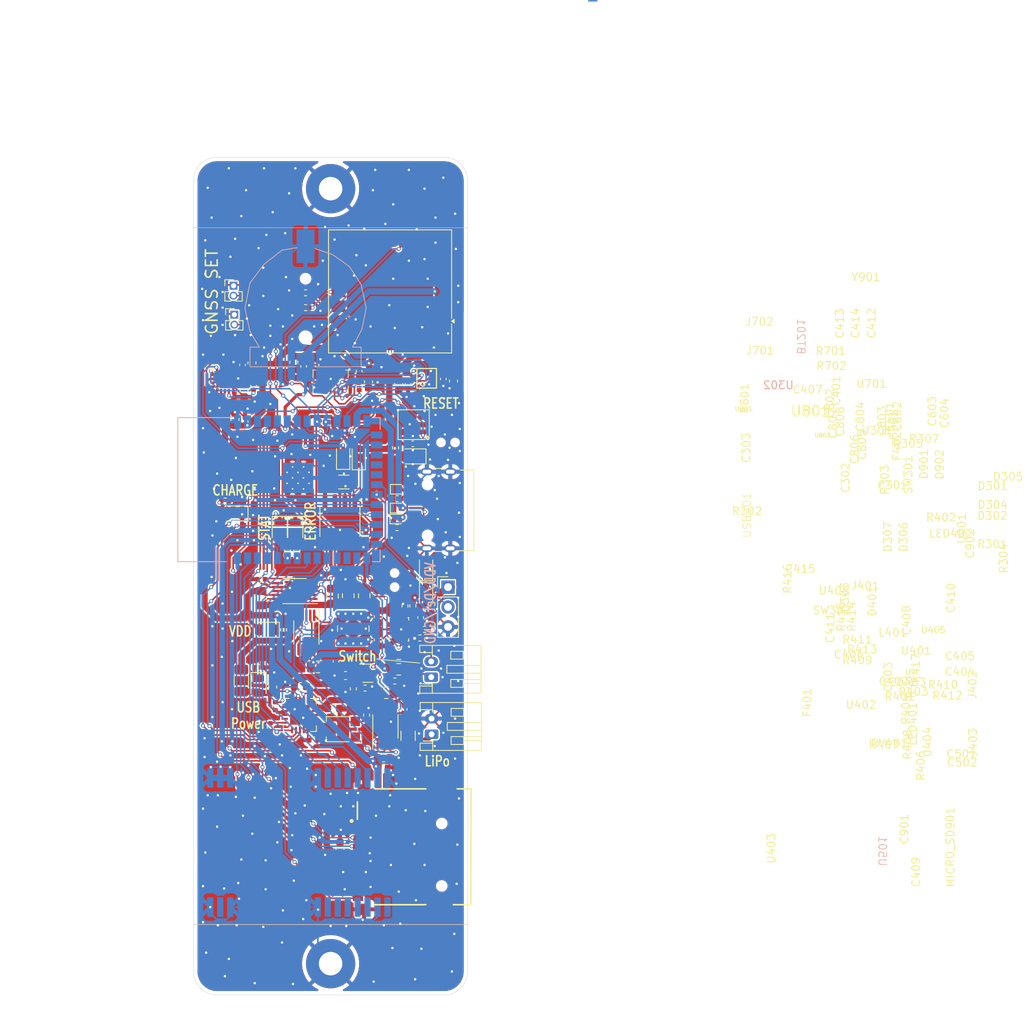
<source format=kicad_pcb>
(kicad_pcb (version 20240108) (generator "pcbnew") (generator_version "8.0")
  (layers (0 "F.Cu" signal) (31 "B.Cu" signal) (34 "B.Paste" user) (35 "F.Paste" user) (36 "B.SilkS" user "B.Silkscreen") (37 "F.SilkS" user "F.Silkscreen") (38 "B.Mask" user) (39 "F.Mask" user) (44 "Edge.Cuts" user))
  (net 0 "")
  (net 1 "GND")
  (net 2 "VDD")
  (net 3 "RESET")
  (net 4 "/ESP32Core2/USB_D+")
  (net 5 "/ESP32Core2/USB_D-")
  (net 6 "/I2C_SCL")
  (net 7 "/I2C_SDA")
  (net 8 "/ESP32Core2/WDI")
  (net 9 "/MOSI")
  (net 10 "/SD_DET")
  (net 11 "/CLK")
  (net 12 "/ESP32Core2/GPIO10{slash}ADC1_CH9")
  (net 13 "/MISO")
  (net 14 "/ESP32Core2/GPIO11")
  (net 15 "/SS")
  (net 16 "/ESP32Core2/GPIO9{slash}ADC1_CH8")
  (net 17 "/TRX1")
  (net 18 "/RTX1")
  (net 19 "/RTX0")
  (net 20 "VBUS")
  (net 21 "/LiPoPower2/PROG")
  (net 22 "/TRX0")
  (net 23 "/DetL")
  (net 24 "+BATT")
  (net 25 "/CHARGE")
  (net 26 "/ST")
  (net 27 "/M1")
  (net 28 "/M0")
  (net 29 "/AUX")
  (net 30 "/PG")
  (net 31 "/TimePulse")
  (net 32 "/GPS_RESET")
  (net 33 "/STAT1")
  (net 34 "VPP")
  (net 35 "/STAT2")
  (net 36 "Net-(LED401-A)")
  (net 37 "Net-(U401-MODE)")
  (net 38 "Net-(U403-Vin-)")
  (net 39 "Net-(U402-V_{BAT_SENSE})")
  (net 40 "Net-(U405-VAUX)")
  (net 41 "Net-(U802-STEP)")
  (net 42 "Net-(U802-SETC)")
  (net 43 "Net-(U802-C1)")
  (net 44 "Net-(D901-K)")
  (net 45 "Net-(D301-A2)")
  (net 46 "Net-(D305-A)")
  (net 47 "Net-(D306-A)")
  (net 48 "Net-(D307-A)")
  (net 49 "Net-(D401-A)")
  (net 50 "Net-(J403-Pin_1)")
  (net 51 "Net-(U404-Vbus)")
  (net 52 "Net-(J402-Pin_2)")
  (net 53 "Net-(J402-Pin_1)")
  (net 54 "Net-(J701-Pin_1)")
  (net 55 "Net-(U405-L2)")
  (net 56 "Net-(U405-L1)")
  (net 57 "Net-(LED401-K)")
  (net 58 "Net-(LED402-A)")
  (net 59 "Net-(LED403-K)")
  (net 62 "Net-(USB301-CC1)")
  (net 63 "Net-(USB301-CC2)")
  (net 64 "Net-(U302-MTDI{slash}GPIO41{slash}CLK_OUT1)")
  (net 65 "Net-(U302-MTMS{slash}GPIO42)")
  (net 66 "Net-(U401-PR1)")
  (net 67 "Net-(R404-Pad1)")
  (net 68 "Net-(U402-THERM)")
  (net 69 "Net-(U402-PROG3)")
  (net 70 "Net-(U402-CE)")
  (net 71 "Net-(U405-PG)")
  (net 72 "Net-(U405-FB)")
  (net 73 "Net-(U701-RXD)")
  (net 74 "Net-(U701-TXD)")
  (net 75 "Net-(U801-SDO1)")
  (net 77 "Net-(U301-MR)")
  (net 78 "Net-(U302-GPIO0{slash}BOOT)")
  (net 106 "Net-(U901-OSCI)")
  (net 107 "Net-(U901-OSCO)")
  (footprint "Resistor_SMD:R_0402_1005Metric" (layer "F.Cu") (at 148.9 104.4)
    (property "Reference" "R411")
    (property "Value" "330k")
  )
  (footprint "Resistor_SMD:R_0402_1005Metric" (layer "F.Cu") (at 128.29 108.15)
    (property "Reference" "R401")
    (property "Value" "1k")
  )
  (footprint "LED_SMD:LED_0805_2012Metric" (layer "F.Cu") (at 125.2625 88.5 180)
    (property "Reference" "LED402")
    (property "Value" "CHARGE")
  )
  (footprint "Capacitor_SMD:C_0402_1005Metric" (layer "F.Cu") (at 128.62 96.9 180)
    (property "Reference" "C415")
    (property "Value" "100nF")
  )
  (footprint "Diode_SMD:D_SOD-882D" (layer "F.Cu") (at 146.04 85.4)
    (property "Reference" "D301")
    (property "Value" "5V")
  )
  (footprint "Capacitor_SMD:C_0603_1608Metric" (layer "F.Cu") (at 126.45 72.815 -90)
    (property "Reference" "C806")
    (property "Value" "4.7uF")
  )
  (footprint "Potentiometer_SMD:Potentiometer_Bourns_TC33X_Vertical" (layer "F.Cu") (at 138.85 116.05 180)
    (property "Reference" "RV401")
    (property "Value" "10k")
  )
  (footprint "Resistor_SMD:R_0402_1005Metric" (layer "F.Cu") (at 140.4 110.9 -90)
    (property "Reference" "R405")
    (property "Value" "10k")
  )
  (footprint "WOBClibraries:BME280" (layer "F.Cu") (at 149.775 71.225 180)
    (property "Reference" "U601")
    (property "Value" "~")
  )
  (footprint "RF_GPS:ublox_SAM-M8Q" (layer "F.Cu") (at 145.1 60.125 180)
    (property "Reference" "U701")
    (property "Value" "SAM-M10Q")
  )
  (footprint "Capacitor_SMD:C_0603_1608Metric" (layer "F.Cu") (at 125.28 76.475 -90)
    (property "Reference" "C302")
    (property "Value" "10uF")
  )
  (footprint "WOBClibraries:_HMC5883L" (layer "F.Cu") (at 123.75 71.54)
    (property "Reference" "U802")
    (property "Value" "QMC5883L" (hide yes))
  )
  (footprint "Resistor_SMD:R_0402_1005Metric" (layer "F.Cu") (at 142.1 114.26 90)
    (property "Reference" "R404")
    (property "Value" "1k")
  )
  (footprint "Resistor_SMD:R_0402_1005Metric" (layer "F.Cu") (at 137.27 76.835 180)
    (property "Reference" "R307")
    (property "Value" "10k")
  )
  (footprint "Resistor_SMD:R_0402_1005Metric" (layer "F.Cu") (at 131.99 93.3 90)
    (property "Reference" "R306" (hide yes))
    (property "Value" "470")
  )
  (footprint "Capacitor_SMD:C_0402_1005Metric" (layer "F.Cu") (at 147.98 79.6 180)
    (property "Reference" "C301")
    (property "Value" "100nF")
  )
  (footprint "Resistor_SMD:R_0402_1005Metric" (layer "F.Cu") (at 145.8 80.1 -90)
    (property "Reference" "R303")
    (property "Value" "470")
  )
  (footprint "Capacitor_SMD:C_0402_1005Metric" (layer "F.Cu") (at 138.2 107.38 90)
    (property "Reference" "C403")
    (property "Value" "100nF")
  )
  (footprint "Capacitor_SMD:C_0402_1005Metric" (layer "F.Cu") (at 141.99 91.38 -90)
    (property "Reference" "C902")
    (property "Value" "100nF")
  )
  (footprint "Package_TO_SOT_SMD:SOT-583-8" (layer "F.Cu") (at 142.26 108.9)
    (property "Reference" "U401")
    (property "Value" "TPS2116DRL")
  )
  (footprint "Capacitor_SMD:C_0805_2012Metric" (layer "F.Cu") (at 139.75 99 90)
    (property "Reference" "C414")
    (property "Value" "22uF")
  )
  (footprint "" (layer "F.Cu") (at 138.4 47.2)
    (property "Reference" "")
    (property "Value" "")
  )
  (footprint "Capacitor_SMD:C_0603_1608Metric" (layer "F.Cu") (at 137.875 113.4)
    (property "Reference" "C407")
    (property "Value" "10uF")
  )
  (footprint "Capacitor_SMD:C_0603_1608Metric" (layer "F.Cu") (at 143.5875 104.65 90)
    (property "Reference" "C408")
    (property "Value" "10uF")
  )
  (footprint "Capacitor_SMD:C_0603_1608Metric" (layer "F.Cu") (at 127.45 69.265 90)
    (property "Reference" "C808")
    (property "Value" "10uF")
  )
  (footprint "Package_DFN_QFN:QFN-20-1EP_4x4mm_P0.5mm_EP2.5x2.5mm" (layer "F.Cu") (at 133.575 114.225)
    (property "Reference" "U402")
    (property "Value" "MCP73871-1CC")
  )
  (footprint "Capacitor_SMD:C_0603_1608Metric" (layer "F.Cu") (at 142.35 71.675 -90)
    (property "Reference" "C804")
    (property "Value" "10uF")
  )
  (footprint "Capacitor_SMD:C_0402_1005Metric" (layer "F.Cu") (at 134.05 69.7 90)
    (property "Reference" "C801")
    (property "Value" "100nF")
  )
  (footprint "WOBCLibrary:BMI088" (layer "F.Cu") (at 137.5 71.665)
    (property "Reference" "U801")
    (property "Value" "BMI088" (hide yes))
  )
  (footprint "Resistor_SMD:R_0402_1005Metric" (layer "F.Cu") (at 146 86.6 180)
    (property "Reference" "R302")
    (property "Value" "5.1k")
  )
  (footprint "Resistor_SMD:R_0402_1005Metric" (layer "F.Cu") (at 141.9 110.8 180)
    (property "Reference" "R403")
    (property "Value" "4.7k")
  )
  (footprint "Capacitor_SMD:C_0603_1608Metric" (layer "F.Cu") (at 143.5875 101.675 -90)
    (property "Reference" "C411")
    (property "Value" "10uF")
  )
  (footprint "Capacitor_SMD:C_0603_1608Metric" (layer "F.Cu") (at 130.1 110.65 90)
    (property "Reference" "C401")
    (property "Value" "10uF")
  )
  (footprint "Resistor_SMD:R_0402_1005Metric" (layer "F.Cu") (at 130.4375 113.115 90)
    (property "Reference" "R408")
    (property "Value" "100k")
  )
  (footprint "WOBCLibrary:VREG_TPS63070RNMR" (layer "F.Cu") (at 146.225 103.3 180)
    (property "Reference" "U405")
    (property "Value" "TPS63070RNMR")
  )
  (footprint "Package_SO:SOIC-8_3.9x4.9mm_P1.27mm" (layer "F.Cu") (at 138.69 89.48 -90)
    (property "Reference" "U901")
    (property "Value" "PCF8563T")
  )
  (footprint "Capacitor_SMD:C_0402_1005Metric" (layer "F.Cu") (at 141.15 70.3 90)
    (property "Reference" "C802")
    (property "Value" "100nF")
  )
  (footprint "Capacitor_SMD:C_0402_1005Metric" (layer "F.Cu") (at 126.25 69.52 90)
    (property "Reference" "C807")
    (property "Value" "100nF")
  )
  (footprint "Connector_JST:JST_PH_S2B-PH-K_1x02_P2.00mm_Horizontal" (layer "F.Cu") (at 150.4 116.7 90)
    (property "Reference" "J403")
    (property "Value" "LiPo")
  )
  (footprint "LED_SMD:LED_0805_2012Metric" (layer "F.Cu") (at 129.2625 103.35 180)
    (property "Reference" "LED403")
    (property "Value" "VDD")
  )
  (footprint "Diode_SMD:D_SOD-323" (layer "F.Cu") (at 149.7 95.48 90)
    (property "Reference" "D303")
    (property "Value" "D")
  )
  (footprint "Diode_SMD:D_SOD-882D" (layer "F.Cu") (at 146 89.2)
    (property "Reference" "D302")
    (property "Value" "5V")
  )
  (footprint "WOBCLibrary:TF-01A" (layer "F.Cu") (at 148.1694 131.0718 90)
    (property "Reference" "MICRO_SD901")
    (property "Value" "TF-01A")
  )
  (footprint "Capacitor_SMD:C_0805_2012Metric" (layer "F.Cu") (at 141.8 99 90)
    (property "Reference" "C412")
    (property "Value" "22uF")
  )
  (footprint "Capacitor_SMD:C_0603_1608Metric" (layer "F.Cu") (at 144.275 119.7)
    (property "Reference" "C501")
    (property "Value" "10uF")
  )
  (footprint "Capacitor_SMD:C_0805_2012Metric" (layer "F.Cu") (at 146.2 108.4)
    (property "Reference" "C404")
    (property "Value" "22uF")
  )
  (footprint "Resistor_SMD:R_0402_1005Metric" (layer "F.Cu") (at 135.15 76.835)
    (property "Reference" "R305")
    (property "Value" "10k")
  )
  (footprint "WOBCLibrary:TVAF06-A020B-R" (layer "F.Cu") (at 152.5 79.425 180)
    (property "Reference" "SW301")
    (property "Value" "RESET_sw")
  )
  (footprint "Crystal:Crystal_SMD_3215-2Pin_3.2x1.5mm" (layer "F.Cu") (at 139.19 84.48)
    (property "Reference" "Y901")
    (property "Value" "Crystal")
  )
  (footprint "Capacitor_SMD:C_0402_1005Metric" (layer "F.Cu") (at 146.9 113.52 90)
    (property "Reference" "C409")
    (property "Value" "100nF")
  )
  (footprint "Resistor_SMD:R_0402_1005Metric" (layer "F.Cu") (at 149.51 103.3 180)
    (property "Reference" "R413")
    (property "Value" "100k")
  )
  (footprint "Resistor_SMD:R_0402_1005Metric" (layer "F.Cu") (at 141.15 72.21 90)
    (property "Reference" "R801")
    (property "Value" "4.7K")
  )
  (footprint "" (layer "F.Cu") (at 137.5 146)
    (property "Reference" "")
    (property "Value" "")
  )
  (footprint "Package_SO:VSSOP-10_3x3mm_P0.5mm" (layer "F.Cu") (at 132.9 98.4 180)
    (property "Reference" "U406")
    (property "Value" "INA226")
  )
  (footprint "Resistor_SMD:R_0402_1005Metric" (layer "F.Cu") (at 147 100.3 -90)
    (property "Reference" "R414")
    (property "Value" "15k")
  )
  (footprint "Capacitor_SMD:C_0603_1608Metric" (layer "F.Cu") (at 132.8 69.175 90)
    (property "Reference" "C803")
    (property "Value" "10uF")
  )
  (footprint "Resistor_SMD:R_0402_1005Metric" (layer "F.Cu") (at 129.8 115.8 -90)
    (property "Reference" "R406")
    (property "Value" "10k")
  )
  (footprint "Connector_PinHeader_2.54mm:PinHeader_1x03_P2.54mm_Vertical" (layer "F.Cu") (at 152.5 97.9)
    (property "Reference" "J401")
    (property "Value" "Conn_01x03")
  )
  (footprint "Diode_SMD:D_SOD-882D" (layer "F.Cu") (at 146.04 87.8)
    (property "Reference" "D304")
    (property "Value" "5V")
  )
  (footprint "Resistor_SMD:R_0402_1005Metric" (layer "F.Cu") (at 131.5 103.36 90)
    (property "Reference" "R417")
    (property "Value" "1k")
  )
  (footprint "Connector_PinHeader_1.27mm:PinHeader_1x02_P1.27mm_Vertical" (layer "F.Cu") (at 125.2 63.1)
    (property "Reference" "J701")
    (property "Value" "Conn_01x02")
  )
  (footprint "PCM_Package_TO_SOT_SMD_AKL:SOT-23-5" (layer "F.Cu") (at 148.1 77.15 180)
    (property "Reference" "U301")
    (property "Value" "TPS3820" (hide yes))
  )
  (footprint "Resistor_SMD:R_0402_1005Metric" (layer "F.Cu") (at 134.3 60.3 180)
    (property "Reference" "R701")
    (property "Value" "470")
  )
  (footprint "Fuse:Fuse_1206_3216Metric" (layer "F.Cu") (at 147.4 116.9 -90)
    (property "Reference" "F402")
    (property "Value" "Polyfuse")
  )
  (footprint "Resistor_SMD:R_0402_1005Metric" (layer "F.Cu") (at 148 100.3 90)
    (property "Reference" "R415")
    (property "Value" "47k")
  )
  (footprint "Resistor_SMD:R_0805_2012Metric" (layer "F.Cu") (at 128.6 99.3125 90)
    (property "Reference" "R416")
    (property "Value" "50mΩ")
  )
  (footprint "Resistor_SMD:R_0402_1005Metric" (layer "F.Cu") (at 135.3 117.45 180)
    (property "Reference" "R407")
    (property "Value" "100k")
  )
  (footprint "Package_SO:VSSOP-10_3x3mm_P0.5mm" (layer "F.Cu") (at 134.4 103.7 -90)
    (property "Reference" "U403")
    (property "Value" "INA226")
  )
  (footprint "Resistor_SMD:R_0805_2012Metric" (layer "F.Cu") (at 144.6125 111.4)
    (property "Reference" "R412")
    (property "Value" "50mΩ")
  )
  (footprint "Capacitor_SMD:C_0603_1608Metric" (layer "F.Cu") (at 139.4 109.2 180)
    (property "Reference" "C402")
    (property "Value" "10uF")
  )
  (footprint "Resistor_SMD:R_0402_1005Metric" (layer "F.Cu") (at 124.0375 86.91 180)
    (property "Reference" "R402")
    (property "Value" "1k")
  )
  (footprint "Resistor_SMD:R_0402_1005Metric" (layer "F.Cu") (at 145.7 109.9 180)
    (property "Reference" "R410")
    (property "Value" "10k")
  )
  (footprint "LED_SMD:LED_0805_2012Metric" (layer "F.Cu") (at 148 81.2 180)
    (property "Reference" "D305")
    (property "Value" "RESET")
  )
  (footprint "WOBCLibrary:TVAF06-A020B-R" (layer "F.Cu") (at 145.675 97 -90)
    (property "Reference" "SW302")
    (property "Value" "Boot_sw")
  )
  (footprint "Resistor_SMD:R_0402_1005Metric" (layer "F.Cu") (at 145.99 90.3 180)
    (property "Reference" "R301")
    (property "Value" "5.1k")
  )
  (footprint "Capacitor_SMD:C_0402_1005Metric" (layer "F.Cu") (at 149 101.78 90)
    (property "Reference" "C410")
    (property "Value" "100nF")
  )
  (footprint "Diode_SMD:D_SOD-323" (layer "F.Cu") (at 141.1 81.3 90)
    (property "Reference" "D902")
    (property "Value" "D")
  )
  (footprint "Inductor_SMD:L_Wuerth_WE-TPC-3816" (layer "F.Cu") (at 140.4 103.2 180)
    (property "Reference" "L401")
    (property "Value" "L")
  )
  (footprint "Capacitor_SMD:C_0603_1608Metric" (layer "F.Cu") (at 153.2 71.575 -90)
    (property "Reference" "C604")
    (property "Value" "10uF")
  )
  (footprint "Fuse:Fuse_1206_3216Metric" (layer "F.Cu") (at 126.1 109.85 -90)
    (property "Reference" "F401")
    (property "Value" "Polyfuse")
  )
  (footprint "Capacitor_SMD:C_0603_1608Metric" (layer "F.Cu") (at 138.7 131.275 90)
    (property "Reference" "C901")
    (property "Value" "10uF")
  )
  (footprint "Connector_JST:JST_PH_S2B-PH-K_1x02_P2.00mm_Horizontal" (layer "F.Cu") (at 150.35 109.4 90)
    (property "Reference" "J402")
    (property "Value" "Ext Switch")
  )
  (footprint "Resistor_SMD:R_0805_2012Metric" (layer "F.Cu") (at 135.8875 108.1 180)
    (property "Reference" "R409")
    (property "Value" "50mΩ")
  )
  (footprint "Capacitor_SMD:C_0402_1005Metric" (layer "F.Cu") (at 127.65 72.22 -90)
    (property "Reference" "C805")
    (property "Value" "0.22uF")
  )
  (footprint "Resistor_SMD:R_0402_1005Metric" (layer "F.Cu") (at 134.31 62.2 180)
    (property "Reference" "R702")
    (property "Value" "470")
  )
  (footprint "LED_SMD:LED_0805_2012Metric" (layer "F.Cu") (at 132.99 90.5625 -90)
    (property "Reference" "D306")
    (property "Value" "ERROR")
  )
  (footprint "Resistor_SMD:R_0402_1005Metric" (layer "F.Cu") (at 133.19 93.31 90)
    (property "Reference" "R304")
    (property "Value" "470")
  )
  (footprint "WOBCLibrary:USB_C_TYPEC-301S-ACP16X7" (layer "F.Cu") (at 152 88.05 90)
    (property "Reference" "USB301")
    (property "Value" "USB_C_Receptacle_USB2.0")
  )
  (footprint "Connector_PinHeader_1.27mm:PinHeader_1x02_P1.27mm_Vertical" (layer "F.Cu") (at 125.1 59.4)
    (property "Reference" "J702")
    (property "Value" "Conn_01x02")
  )
  (footprint "Capacitor_SMD:C_0805_2012Metric" (layer "F.Cu") (at 137.75 99.05 90)
    (property "Reference" "C413")
    (property "Value" "22uF")
  )
  (footprint "Diode_SMD:D_SOD-323" (layer "F.Cu") (at 149.7 98.93 -90)
    (property "Reference" "D401")
    (property "Value" "D")
  )
  (footprint "Capacitor_SMD:C_0402_1005Metric" (layer "F.Cu") (at 151.9 71.32 -90)
    (property "Reference" "C603")
    (property "Value" "100nF")
  )
  (footprint "Capacitor_SMD:C_0603_1608Metric" (layer "F.Cu") (at 146.2 72.025 -90)
    (property "Reference" "C601")
    (property "Value" "10uF")
  )
  (footprint "Capacitor_SMD:C_0402_1005Metric" (layer "F.Cu") (at 126.58 76.755 90)
    (property "Reference" "C303")
    (property "Value" "100nF")
  )
  (footprint "Capacitor_SMD:C_0603_1608Metric" (layer "F.Cu") (at 133.6375 110.6)
    (property "Reference" "C406")
    (property "Value" "10uF")
  )
  (footprint "Package_SO:VSSOP-10_3x3mm_P0.5mm" (layer "F.Cu") (at 144.5 115.7 90)
    (property "Reference" "U404")
    (property "Value" "INA226")
  )
  (footprint "LED_SMD:LED_0805_2012Metric" (layer "F.Cu") (at 131 90.5625 -90)
    (property "Reference" "D307")
    (property "Value" "STAT")
  )
  (footprint "Capacitor_SMD:C_0805_2012Metric" (layer "F.Cu") (at 146.2 106.4)
    (property "Reference" "C405")
    (property "Value" "22uF")
  )
  (footprint "Capacitor_SMD:C_0402_1005Metric" (layer "F.Cu") (at 147.4 72 -90)
    (property "Reference" "C602")
    (property "Value" "100nF")
  )
  (footprint "Diode_SMD:D_SOD-323" (layer "F.Cu") (at 139.1 81.25 90)
    (property "Reference" "D901")
    (property "Value" "D")
  )
  (footprint "LED_SMD:LED_0805_2012Metric" (layer "F.Cu") (at 128.3 110.4875 -90)
    (property "Reference" "LED401")
    (property "Value" "USB Power")
  )
  (footprint "Capacitor_SMD:C_0402_1005Metric" (layer "F.Cu") (at 144.22 120.9)
    (property "Reference" "C502")
    (property "Value" "100nF")
  )
  (footprint "WOBCLibrary:E220-900T22S(JP)" (layer "B.Cu") (at 122.1294 130.5218 90)
    (property "Reference" "U501")
    (property "Value" "E220-900T22S(JP)")
  )
  (footprint "WOBCLibrary:cr1220" (layer "B.Cu") (at 134.3 62.25 90)
    (property "Reference" "BT201")
    (property "Value" "Battery_Cell")
  )
  (footprint "RF_Module:ESP32-S3-WROOM-1" (layer "B.Cu") (at 130.88 85.45 -90)
    (property "Reference" "U302")
    (property "Value" "ESP32-S3-WROOM-1")
  )
  (gr_line (start 155 141) (end 120 141) (stroke (width 0.05)) (layer "B.SilkS"))
  (gr_line (start 155 52) (end 120 52) (stroke (width 0.05)) (layer "B.SilkS"))
  (gr_line (start 148.9 107.6) (end 143.4 107.1) (stroke (width 0.1)) (layer "F.SilkS"))
  (gr_line (start 155 52) (end 120 52) (stroke (width 0.05)) (layer "F.SilkS"))
  (gr_line (start 155 141) (end 120 141) (stroke (width 0.05)) (layer "F.SilkS"))
  (gr_arc (start 123 150) (mid 120.87868 149.12132) (end 120 147) (stroke (width 0.05)) (layer "Edge.Cuts"))
  (gr_line (start 123 150) (end 152 150) (stroke (width 0.05)) (layer "Edge.Cuts"))
  (gr_arc (start 120 46) (mid 120.87868 43.87868) (end 123 43) (stroke (width 0.05)) (layer "Edge.Cuts"))
  (gr_line (start 123 43) (end 152 43) (stroke (width 0.05)) (layer "Edge.Cuts"))
  (gr_line (start 120 46) (end 120 147) (stroke (width 0.05)) (layer "Edge.Cuts"))
  (gr_arc (start 155 147) (mid 154.12132 149.12132) (end 152 150) (stroke (width 0.05)) (layer "Edge.Cuts"))
  (gr_line (start 155 147) (end 155 46) (stroke (width 0.05)) (layer "Edge.Cuts"))
  (gr_arc (start 152 43) (mid 154.12132 43.87868) (end 155 46) (stroke (width 0.05)) (layer "Edge.Cuts"))
  (gr_text "VDD/Det/GND" (at 151 94.6 90) (layer "B.SilkS") (effects (font (size 1.3 1) (thickness 0.2)) (justify left bottom mirror)))
  (gr_text "CHARGE" (at 122.3 86.3 0) (layer "F.SilkS") (effects (font (size 1.3 1) (thickness 0.2)) (justify left bottom)))
  (gr_text "STAT" (at 129.8 92.1 90) (layer "F.SilkS") (effects (font (size 1.3 1) (thickness 0.2)) (justify left bottom)))
  (gr_text "LiPo" (at 149.4 120.9 0) (layer "F.SilkS") (effects (font (size 1.3 1) (thickness 0.2)) (justify left bottom)))
  (gr_text "ERROR" (at 135.7 92.1 90) (layer "F.SilkS") (effects (font (size 1.3 1) (thickness 0.2)) (justify left bottom)))
  (gr_text "Switch" (at 138.4 107.5 0) (layer "F.SilkS") (effects (font (size 1.3 1) (thickness 0.2)) (justify left bottom)))
  (gr_text "USB\nPower" (at 127 116.1 0) (layer "F.SilkS") (effects (font (size 1.3 1) (thickness 0.2)) (justify bottom)))
  (gr_text "VDD" (at 124.4 104.3 0) (layer "F.SilkS") (effects (font (size 1.3 1) (thickness 0.2)) (justify left bottom)))
  (gr_text "RESET" (at 149.2 75.2 0) (layer "F.SilkS") (effects (font (size 1.3 1) (thickness 0.2)) (justify left bottom)))
  (gr_text "GNSS SET" (at 123.2 65.8 90) (layer "F.SilkS") (effects (font (size 1.5 1.5) (thickness 0.2)) (justify left bottom)))
  (segment (start 170.5 23) (end 171.5 23) (width 0.2) (layer "B.Cu") (net 0))
  (segment (start 125.240256 110.325) (end 124.8 110.765256) (width 0.2) (layer "F.Cu") (net 1))
  (segment (start 147.375 102.55) (end 147.75 102.55) (width 0.2) (layer "F.Cu") (net 1))
  (segment (start 145.48 121.27) (end 146.05 120.7) (width 0.2) (layer "F.Cu") (net 1))
  (segment (start 151.7 56.325) (end 151.7 58.225) (width 0.2) (layer "F.Cu") (net 1))
  (segment (start 152.79 83.155) (end 152.79 92.945) (width 0.2) (layer "F.Cu") (net 1))
  (segment (start 142.1 113.75) (end 142.05 113.7) (width 0.2) (layer "F.Cu") (net 1))
  (segment (start 149.79 92.945) (end 147.9 94.835) (width 0.2) (layer "F.Cu") (net 1))
  (segment (start 143.5875 102.725) (end 144.1625 103.3) (width 0.2) (layer "F.Cu") (net 1))
  (segment (start 141.8456 134.342) (end 141.9456 134.442) (width 0.2) (layer "F.Cu") (net 1))
  (segment (start 125.075 71.29) (end 124.55 71.29) (width 0.2) (layer "F.Cu") (net 1))
  (segment (start 141.52 108) (end 141.52 108.15) (width 0.2) (layer "F.Cu") (net 1))
  (segment (start 139.800711 71.139339) (end 141.12005 69.82) (width 0.2) (layer "F.Cu") (net 1))
  (segment (start 141.12005 69.82) (end 141.15 69.82) (width 0.2) (layer "F.Cu") (net 1))
  (segment (start 134.075 116.1625) (end 134.575 116.1625) (width 0.2) (layer "F.Cu") (net 1))
  (segment (start 138.2 106.9) (end 140.42 106.9) (width 0.2) (layer "F.Cu") (net 1))
  (segment (start 128.8275 97.5875) (end 129.403634 97.5875) (width 0.2) (layer "F.Cu") (net 1))
  (segment (start 147.9 97) (end 145.549695 97) (width 0.2) (layer "F.Cu") (net 1))
  (segment (start 149.8 104.4) (end 149.41 104.4) (width 0.2) (layer "F.Cu") (net 1))
  (segment (start 136.785 87.005) (end 136.785 87.979999) (width 0.2) (layer "F.Cu") (net 1))
  (segment (start 131.5 88.1) (end 131.5 89.125) (width 0.2) (layer "F.Cu") (net 1))
  (segment (start 146.05 120.7) (end 148.9338 120.7) (width 0.2) (layer "F.Cu") (net 1))
  (segment (start 140.42 106.9) (end 141.52 108) (width 0.2) (layer "F.Cu") (net 1))
  (segment (start 150.850001 138.441001) (end 150.850001 123.854999) (width 0.2) (layer "F.Cu") (net 1))
  (segment (start 140 90.68) (end 141.77 90.68) (width 0.2) (layer "F.Cu") (net 1))
  (segment (start 141.1894 124.0106) (end 141 124.2) (width 0.8) (layer "F.Cu") (net 1))
  (segment (start 148.9 52.425) (end 148.9 53.525) (width 0.2) (layer "F.Cu") (net 1))
  (segment (start 143.03 72.45) (end 143.2 72.28) (width 0.2) (layer "F.Cu") (net 1))
  (segment (start 138.775 63.925) (end 138.5 63.925) (width 0.2) (layer "F.Cu") (net 1))
  (segment (start 150.3 70.3) (end 149.6 69.6) (width 0.2) (layer "F.Cu") (net 1))
  (segment (start 141.3 50.8) (end 141.3 53.525) (width 0.2) (layer "F.Cu") (net 1))
  (segment (start 142.35 113.35) (end 142.1 113.6) (width 0.2) (layer "F.Cu") (net 1))
  (segment (start 134.575 116.1625) (end 135.5125 115.225) (width 0.2) (layer "F.Cu") (net 1))
  (segment (start 136.2 68.8) (end 136.4625 69.0625) (width 0.2) (layer "F.Cu") (net 1))
  (segment (start 151.7 58.225) (end 151.35 58.225) (width 0.2) (layer "F.Cu") (net 1))
  (segment (start 134.575 117.235) (end 134.79 117.45) (width 0.2) (layer "F.Cu") (net 1))
  (segment (start 131.5 89.125) (end 131 89.625) (width 0.2) (layer "F.Cu") (net 1))
  (segment (start 147.75 102.55) (end 149 101.3) (width 0.2) (layer "F.Cu") (net 1))
  (segment (start 134.865686 110.6) (end 134.4125 110.6) (width 0.2) (layer "F.Cu") (net 1))
  (segment (start 138.4 64.025) (end 138.5 63.925) (width 0.2) (layer "F.Cu") (net 1))
  (segment (start 145 112.74259) (end 145.26759 112.475) (width 0.2) (layer "F.Cu") (net 1))
  (segment (start 141.0376 134.3) (end 140.9956 134.342) (width 0.2) (layer "F.Cu") (net 1))
  (segment (start 145.69 87.8) (end 145.69 89.07) (width 0.2) (layer "F.Cu") (net 1))
  (segment (start 125.28 75.555) (end 125.86 75.555) (width 0.2) (layer "F.Cu") (net 1))
  (segment (start 148.9338 120.7) (end 151.4694 123.2356) (width 0.2) (layer "F.Cu") (net 1))
  (segment (start 133.62 69.22) (end 134.05 69.22) (width 0.2) (layer "F.Cu") (net 1))
  (segment (start 145.48 90.3) (end 145.48 89.32) (width 0.2) (layer "F.Cu") (net 1))
  (segment (start 141.4 52.325) (end 141.575 52.325) (width 0.2) (layer "F.Cu") (net 1))
  (segment (start 141.7694 139.0604) (end 151.4694 139.0604) (width 0.2) (layer "F.Cu") (net 1))
  (segment (start 136.4625 69.0625) (end 140.3925 69.0625) (width 0.2) (layer "F.Cu") (net 1))
  (segment (start 124.8 111.88) (end 127.92 115) (width 0.2) (layer "F.Cu") (net 1))
  (segment (start 145 114.884744) (end 145.207628 115.092372) (width 0.2) (layer "F.Cu") (net 1))
  (segment (start 139.6 63.925) (end 139.7 63.825) (width 0.2) (layer "F.Cu") (net 1))
  (segment (start 147.2 73.8) (end 148 74.6) (width 0.2) (layer "F.Cu") (net 1))
  (segment (start 148.675 116.425) (end 148.8 116.6) (width 0.2) (layer "F.Cu") (net 1))
  (segment (start 141.15 67.15) (end 141.15 69.82) (width 0.2) (layer "F.Cu") (net 1))
  (segment (start 147.9 97.5) (end 147.7 97.7) (width 0.2) (layer "F.Cu") (net 1))
  (segment (start 151.4694 139.0604) (end 150.850001 138.441001) (width 0.2) (layer "F.Cu") (net 1))
  (segment (start 124.5 72.09) (end 124.7 72.29) (width 0.2) (layer "F.Cu") (net 1))
  (segment (start 145.11 120.9) (end 145.48 121.27) (width 0.2) (layer "F.Cu") (net 1))
  (segment (start 129.8 116.31) (end 130.33 115.78) (width 0.2) (layer "F.Cu") (net 1))
  (segment (start 128.14 96.9) (end 128.8275 97.5875) (width 0.2) (layer "F.Cu") (net 1))
  (segment (start 140.9956 134.342) (end 141.8456 134.342) (width 0.2) (layer "F.Cu") (net 1))
  (segment (start 142 90.6) (end 142 90.91) (width 0.2) (layer "F.Cu") (net 1))
  (segment (start 138.576839 71.139339) (end 139.800711 71.139339) (width 0.2) (layer "F.Cu") (net 1))
  (segment (start 139.995 93.905) (end 139.995 90.785) (width 0.2) (layer "F.Cu") (net 1))
  (segment (start 147.2 73.6) (end 147.2 73.8) (width 0.2) (layer "F.Cu") (net 1))
  (segment (start 148 82.8) (end 148.355 83.155) (width 0.2) (layer "F.Cu") (net 1))
  (segment (start 146.2 72.8) (end 147 73.6) (width 0.2) (layer "F.Cu") (net 1))
  (segment (start 138.5 69.9375) (end 138.5 70.5) (width 0.2) (layer "F.Cu") (net 1))
  (segment (start 145.26759 112.475) (end 146.335 112.475) (width 0.2) (layer "F.Cu") (net 1))
  (segment (start 142 90.91) (end 141.99 90.9) (width 0.2) (layer "F.Cu") (net 1))
  (segment (start 150.5 78) (end 149.65 77.15) (width 0.2) (layer "F.Cu") (net 1))
  (segment (start 146.7 103.124999) (end 146.7 102.877132) (width 0.2) (layer "F.Cu") (net 1))
  (segment (start 143.8875 103.575) (end 143.5875 103.875) (width 0.2) (layer "F.Cu") (net 1))
  (segment (start 137.5 69.9375) (end 137.575 69.8625) (width 0.2) (layer "F.Cu") (net 1))
  (segment (start 142.1 113.6) (end 142.1 113.75) (width 0.2) (layer "F.Cu") (net 1))
  (segment (start 138.5 63.925) (end 141.3 66.725) (width 0.2) (layer "F.Cu") (net 1))
  (segment (start 149.6 69.6) (end 148.177818 69.6) (width 0.2) (layer "F.Cu") (net 1))
  (segment (start 132.8 68.4) (end 133.23 68.4) (width 0.2) (layer "F.Cu") (net 1))
  (segment (start 127.184744 110.55) (end 126.959744 110.325) (width 0.2) (layer "F.Cu") (net 1))
  (segment (start 130.7 97.9) (end 132.2 97.9) (width 0.2) (layer "F.Cu") (net 1))
  (segment (start 150.4 114.7) (end 151.575 115.875) (width 0.2) (layer "F.Cu") (net 1))
  (segment (start 134.595552 88.15) (end 137.4 90.954448) (width 0.2) (layer "F.Cu") (net 1))
  (segment (start 146.335 112.475) (end 146.9 113.04) (width 0.2) (layer "F.Cu") (net 1))
  (segment (start 134.405209 110.607291) (end 134.4125 110.6) (width 0.2) (layer "F.Cu") (net 1))
  (segment (start 142.8 110.6) (end 142.61 110.6) (width 0.2) (layer "F.Cu") (net 1))
  (segment (start 143.8875 103.3) (end 143.8 103.3) (width 0.2) (layer "F.Cu") (net 1))
  (segment (start 142.05 113.7) (end 138.95 113.7) (width 0.2) (layer "F.Cu") (net 1))
  (segment (start 147.9 97) (end 147.9 97.5) (width 0.2) (layer "F.Cu") (net 1))
  (segment (start 143.5875 103.4) (end 143.5875 103.875) (width 0.2) (layer "F.Cu") (net 1))
  (segment (start 146.1 84.7) (end 145.5 85.3) (width 0.2) (layer "F.Cu") (net 1))
  (segment (start 124.8 110.765256) (end 124.8 111.88) (width 0.2) (layer "F.Cu") (net 1))
  (segment (start 137.75 98.1) (end 141.75 98.1) (width 0.8) (layer "F.Cu") (net 1))
  (segment (start 141.52 107.88) (end 141.7 107.7) (width 0.2) (layer "F.Cu") (net 1))
  (segment (start 137.589844 95.710156) (end 136.9 96.4) (width 0.2) (layer "F.Cu") (net 1))
  (segment (start 126.45 73.59) (end 126.45 73.65) (width 0.2) (layer "F.Cu") (net 1))
  (segment (start 145.549695 97) (end 144.149695 98.4) (width 0.2) (layer "F.Cu") (net 1))
  (segment (start 146.756091 100.033909) (end 147 99.79) (width 0.2) (layer "F.Cu") (net 1))
  (segment (start 148.37 80.03) (end 148 80.4) (width 0.2) (layer "F.Cu") (net 1))
  (segment (start 140.94 66.735) (end 142.15 65.525) (width 0.2) (layer "F.Cu") (net 1))
  (segment (start 147.15 104.9) (end 146.95 104.7) (width 0.2) (layer "F.Cu") (net 1))
  (segment (start 148.51 77.11) (end 149.16 77.11) (width 0.2) (layer "F.Cu") (net 1))
  (segment (start 126.2 88.5) (end 126.2 88.6) (width 0.2) (layer "F.Cu") (net 1))
  (segment (start 151.65 71.55) (end 151.9 71.8) (width 0.2) (layer "F.Cu") (net 1))
  (segment (start 137.5 47) (end 141.3 50.8) (width 0.2) (layer "F.Cu") (net 1))
  (segment (start 133.575 114.225) (end 133.95 114.6) (width 0.2) (layer "F.Cu") (net 1))
  (segment (start 130.15 108.15) (end 128.8 108.15) (width 0.2) (layer "F.Cu") (net 1))
  (segment (start 134.6 68.8) (end 134.18 69.22) (width 0.2) (layer "F.Cu") (net 1))
  (segment (start 151.9 72.2) (end 152.4 72.2) (width 0.2) (layer "F.Cu") (net 1))
  (segment (start 138.225 53.525) (end 138.2 53.5) (width 0.2) (layer "F.Cu") (net 1))
  (segment (start 139.4 111.3) (end 135.565686 111.3) (width 0.2) (layer "F.Cu") (net 1))
  (segment (start 122.1294 138.7718) (end 122.1294 138.7706) (width 0.2) (layer "F.Cu") (net 1))
  (segment (start 144.2 103.3) (end 144.1625 103.3) (width 0.2) (layer "F.Cu") (net 1))
  (segment (start 148.625 52.325) (end 148.8 52.325) (width 0.2) (layer "F.Cu") (net 1))
  (segment (start 129.716134 97.9) (end 130.7 97.9) (width 0.2) (layer "F.Cu") (net 1))
  (segment (start 143.6875 103.3) (end 143.5875 103.4) (width 0.2) (layer "F.Cu") (net 1))
  (segment (start 145.207628 115.092372) (end 146.540256 116.425) (width 0.2) (layer "F.Cu") (net 1))
  (segment (start 145 113.5) (end 145 112.74259) (width 0.2) (layer "F.Cu") (net 1))
  (segment (start 134.5 88.15) (end 134.595552 88.15) (width 0.2) (layer "F.Cu") (net 1))
  (segment (start 145.5 87.61) (end 145.69 87.8) (width 0.2) (layer "F.Cu") (net 1))
  (segment (start 142.15 65.525) (end 148.825 65.525) (width 0.2) (layer "F.Cu") (net 1))
  (segment (start 148.33 91.485) (end 149.79 92.945) (width 0.2) (layer "F.Cu") (net 1))
  (segment (start 138.5 56.325) (end 141.3 53.525) (width 0.2) (layer "F.Cu") (net 1))
  (segment (start 133.95 114.6) (end 134 114.6) (width 0.2) (layer "F.Cu") (net 1))
  (segment (start 141.575 52.325) (end 141.8 52.1) (width 0.2) (layer "F.Cu") (net 1))
  (segment (start 125.992876 95.00081) (end 127.892066 96.9) (width 0.2) (layer "F.Cu") (net 1))
  (segment (start 152.65 71.8) (end 153.2 72.35) (width 0.2) (layer "F.Cu") (net 1))
  (segment (start 143.5875 102.45) (end 143.5875 103) (width 0.2) (layer "F.Cu") (net 1))
  (segment (start 150.82 101.3) (end 152.5 102.98) (width 0.2) (layer "F.Cu") (net 1))
  (segment (start 138.7 130.5) (end 139.25 130.5) (width 0.2) (layer "F.Cu") (net 1))
  (segment (start 139.6 56.325) (end 138.5 56.325) (width 0.2) (layer "F.Cu") (net 1))
  (segment (start 148.355 83.155) (end 149.79 83.155) (width 0.2) (layer "F.Cu") (net 1))
  (segment (start 148.9 53.525) (end 151.7 56.325) (width 0.2) (layer "F.Cu") (net 1))
  (segment (start 143.5875 103) (end 143.5875 103.2) (width 0.2) (layer "F.Cu") (net 1))
  (segment (start 145.69 89.07) (end 145.71 89.09) (width 0.2) (layer "F.Cu") (net 1))
  (segment (start 145.48 89.32) (end 145.6 89.2) (width 0.2) (layer "F.Cu") (net 1))
  (segment (start 142.025 52.325) (end 148.375 52.325) (width 0.2) (layer "F.Cu") (net 1))
  (segment (start 134 114.65) (end 134.075 114.725) (width 0.2) (layer "F.Cu") (net 1))
  (segment (start 147.9 94.835) (end 147.9 97) (width 0.2) (layer "F.Cu") (net 1))
  (segment (start 145.5 85.3) (end 145.5 87.61) (width 0.2) (layer "F.Cu") (net 1))
  (segment (start 130.1 110.55) (end 127.184744 110.55) (width 0.2) (layer "F.Cu") (net 1))
  (segment (start 148.37 77.25) (end 148.37 80.03) (width 0.2) (layer "F.Cu") (net 1))
  (segment (start 125.6 71.29) (end 125.075 71.29) (width 0.2) (layer "F.Cu") (net 1))
  (segment (start 138.5 70.5) (end 138.5 71.0625) (width 0.2) (layer "F.Cu") (net 1))
  (segment (start 141.7694 140.2306) (end 141.6 140.4) (width 0.2) (layer "F.Cu") (net 1))
  (segment (start 148.8 116.6) (end 150.4 114.7) (width 0.2) (layer "F.Cu") (net 1))
  (segment (start 150.35 70.25) (end 150.3 70.3) (width 0.2) (layer "F.Cu") (net 1))
  (segment (start 139.485001 90.68) (end 140 90.68) (width 0.2) (layer "F.Cu") (net 1))
  (segment (start 152.4 72.2) (end 152.7 72.5) (width 0.2) (layer "F.Cu") (net 1))
  (segment (start 136.785 87.005) (end 136.785 82.585) (width 0.2) (layer "F.Cu") (net 1))
  (segment (start 136.9 96.4) (end 136.3 96.4) (width 0.2) (layer "F.Cu") (net 1))
  (segment (start 143.5875 102.45) (end 143.5875 102.725) (width 0.2) (layer "F.Cu") (net 1))
  (segment (start 138.2 53.5) (end 138 53.5) (width 0.2) (layer "F.Cu") (net 1))
  (segment (start 134 114.6) (end 134 114.65) (width 0.2) (layer "F.Cu") (net 1))
  (segment (start 124.5 71.34) (end 124.5 72.09) (width 0.2) (layer "F.Cu") (net 1))
  (segment (start 150.9 70.25) (end 150.35 70.25) (width 0.2) (layer "F.Cu") (net 1))
  (segment (start 152.5 112.6) (end 150.4 114.7) (width 0.2) (layer "F.Cu") (net 1))
  (segment (start 138.5 63.925) (end 139.6 63.925) (width 0.2) (layer "F.Cu") (net 1))
  (segment (start 126.45 73.65) (end 125.28 74.82) (width 0.2) (layer "F.Cu") (net 1))
  (segment (start 140.6 66.735) (end 140.735 66.735) (width 0.2) (layer "F.Cu") (net 1))
  (segment (start 145 113.5) (end 145 114.884744) (width 0.2) (layer "F.Cu") (net 1))
  (segment (start 128.4 115) (end 128.4 115.48) (width 0.2) (layer "F.Cu") (net 1))
  (segment (start 139.995 90.785) (end 140 90.78) (width 0.2) (layer "F.Cu") (net 1))
  (segment (start 142.35 72.45) (end 142.9 72.45) (width 0.2) (layer "F.Cu") (net 1))
  (segment (start 141.7694 124.0106) (end 141.1894 124.0106) (width 0.8) (layer "F.Cu") (net 1))
  (segment (start 133.9 106.7) (end 133.9 105.9) (width 0.2) (layer "F.Cu") (net 1))
  (segment (start 145.625 103.3) (end 144.2 103.3) (width 0.2) (layer "F.Cu") (net 1))
  (segment (start 146.515 72.485) (end 146.2 72.8) (width 0.2) (layer "F.Cu") (net 1))
  (segment (start 125.15 72.29) (end 126.45 73.59) (width 0.2) (layer "F.Cu") (net 1))
  (segment (start 140.3925 69.0625) (end 141.15 69.82) (width 0.2) (layer "F.Cu") (net 1))
  (segment (start 130.1 109.875) (end 130.1 110.55) (width 0.2) (layer "F.Cu") (net 1))
  (segment (start 143.5875 103.875) (end 143.8 103.6625) (width 0.2) (layer "F.Cu") (net 1))
  (segment (start 125.86 75.555) (end 126.58 76.275) (width 0.2) (layer "F.Cu") (net 1))
  (segment (start 138.8 63.9) (end 138.775 63.925) (width 0.2) (layer "F.Cu") (net 1))
  (segment (start 141.75 98.1) (end 141.8 98.05) (width 0.8) (layer "F.Cu") (net 1))
  (segment (start 132.02 115.78) (end 133.575 114.225) (width 0.2) (layer "F.Cu") (net 1))
  (segment (start 138.65 113.4) (end 138.65 113.35) (width 0.2) (layer "F.Cu") (net 1))
  (segment (start 130.33 115.78) (end 132.02 115.78) (width 0.2) (layer "F.Cu") (net 1))
  (segment (start 141.3 53.525) (end 141.3 52.425) (width 0.2) (layer "F.Cu") (net 1))
  (segment (start 143.8875 103.3) (end 143.8875 103.575) (width 0.2) (layer "F.Cu") (net 1))
  (segment (start 151.9 71.8) (end 152.65 71.8) (width 0.2) (layer "F.Cu") (net 1))
  (segment (start 148.65 72.2) (end 148.365 72.485) (width 0.2) (layer "F.Cu") (net 1))
  (segment (start 148.5 52.2) (end 148.625 52.325) (width 0.2) (layer "F.Cu") (net 1))
  (segment (start 124.55 71.29) (end 124.5 71.34) (width 0.2) (layer "F.Cu") (net 1))
  (segment (start 124.7 72.29) (end 125.075 72.29) (width 0.2) (layer "F.Cu") (net 1))
  (segment (start 149 101.3) (end 150.82 101.3) (width 0.2) (layer "F.Cu") (net 1))
  (segment (start 147 73.6) (end 147.2 73.6) (width 0.2) (layer "F.Cu") (net 1))
  (segment (start 131 89.625) (end 132.99 89.625) (width 0.2) (layer "F.Cu") (net 1))
  (segment (start 141.69 90.6) (end 142 90.6) (width 0.2) (layer "F.Cu") (net 1))
  (segment (start 137.5 70.5) (end 137.5 69.9375) (width 0.2) (layer "F.Cu") (net 1))
  (segment (start 148.33 84.7) (end 148.33 85) (width 0.2) (layer "F.Cu") (net 1))
  (segment (start 149.9 72.2) (end 150.1 72) (width 0.2) (layer "F.Cu") (net 1))
  (segment (start 122.1013 133.5987) (end 122.1 133.5974) (width 0.2) (layer "F.Cu") (net 1))
  (segment (start 134.575 116.1625) (end 134.575 117.235) (width 0.2) (layer "F.Cu") (net 1))
  (segment (start 135.565686 111.3) (end 134.865686 110.6) (width 0.2) (layer "F.Cu") (net 1))
  (segment (start 142.61 110.6) (end 142.41 110.8) (width 0.2) (layer "F.Cu") (net 1))
  (segment (start 148.33 91.4) (end 148.33 91.485) (width 0.2) (layer "F.Cu") (net 1))
  (segment (start 140.6 66.735) (end 140.94 66.735) (width 0.2) (layer "F.Cu") (net 1))
  (segment (start 148 82.2) (end 148 82.8) (width 0.2) (layer "F.Cu") (net 1))
  (segment (start 131.75 102.6) (end 131.5 102.85) (width 0.2) (layer "F.Cu") (net 1))
  (segment (start 134.18 69.22) (end 134.05 69.22) (width 0.2) (layer "F.Cu") (net 1))
  (segment (start 141.3 52.425) (end 141.4 52.325) (width 0.2) (layer "F.Cu") (net 1))
  (segment (start 151.35 63.925) (end 151.7 63.925) (width 0.2) (layer "F.Cu") (net 1))
  (segment (start 129.403634 97.5875) (end 129.716134 97.9) (width 0.2) (layer "F.Cu") (net 1))
  (segment (start 122.1 138.7424) (end 122.1294 138.7718) (width 0.2) (layer "F.Cu") (net 1))
  (segment (start 147.15 108.4) (end 147.15 106.4) (width 0.8) (layer "F.Cu") (net 1))
  (segment (start 148 80.4) (end 148 82.2) (width 0.2) (layer "F.Cu") (net 1))
  (segment (start 136.2 68.8) (end 134.6 68.8) (width 0.2) (layer "F.Cu") (net 1))
  (segment (start 136.785 87.979999) (end 139.485001 90.68) (width 0.2) (layer "F.Cu") (net 1))
  (segment (start 149.65 77.15) (end 149.2 77.15) (width 0.2) (layer "F.Cu") (net 1))
  (segment (start 148.9 66.725) (end 151.7 63.925) (width 0.2) (layer "F.Cu") (net 1))
  (segment (start 125.21 69.04) (end 125.1 69.15) (width 0.2) (layer "F.Cu") (net 1))
  (segment (start 133.675 106.925) (end 133.9 106.7) (width 0.2) (layer "F.Cu") (net 1))
  (segment (start 124.6 120.9694) (end 124.6 131.1) (width 0.2) (layer "F.Cu") (net 1))
  (segment (start 147.15 106.4) (end 147.15 105.85) (width 0.2) (layer "F.Cu") (net 1))
  (segment (start 138.5 71.0625) (end 138.576839 71.139339) (width 0.2) (layer "F.Cu") (net 1))
  (segment (start 144.1625 103.3) (end 143.5875 103.875) (width 0.2) (layer "F.Cu") (net 1))
  (segment (start 151.575 115.875) (end 151.575 116.175) (width 0.2) (layer "F.Cu") (net 1))
  (segment (start 138 109.2) (end 138.625 109.2) (width 0.2) (layer "F.Cu") (net 1))
  (segment (start 148.375 52.325) (end 148.5 52.2) (width 0.2) (layer "F.Cu") (net 1))
  (segment (start 124.6694 120.9) (end 124.6 120.9694) (width 0.2) (layer "F.Cu") (net 1))
  (segment (start 148 74.6) (end 148.2 74.8) (width 0.2) (layer "F.Cu") (net 1))
  (segment (start 122.1 133.5974) (end 122.1 138.7424) (width 0.2) (layer "F.Cu") (net 1))
  (segment (start 148.51 77.11) (end 148.37 77.25) (width 0.2) (layer "F.Cu") (net 1))
  (segment (start 150.850001 123.854999) (end 151.4694 123.2356) (width 0.2) (layer "F.Cu") (net 1))
  (segment (start 148.03 84.7) (end 146.1 84.7) (width 0.2) (layer "F.Cu") (net 1))
  (segment (start 145.625 103.3) (end 146.524999 103.3) (width 0.2) (layer "F.Cu") (net 1))
  (segment (start 147.027132 102.55) (end 147.375 102.55) (width 0.2) (layer "F.Cu") (net 1))
  (segment (start 137.4 95.045) (end 137.589844 95.234844) (width 0.2) (layer "F.Cu") (net 1))
  (segment (start 132.2 106.1) (end 130.15 108.15) (width 0.2) (layer "F.Cu") (net 1))
  (segment (start 137.575 69.8625) (end 138.425 69.8625) (width 0.2) (layer "F.Cu") (net 1))
  (segment (start 144.149695 98.4) (end 142.15 98.4) (width 0.2) (layer "F.Cu") (net 1))
  (segment (start 151.9 116.5) (end 151.575 116.825) (width 0.2) (layer "F.Cu") (net 1))
  (segment (start 143.5875 103.2) (end 143.5875 103.4) (width 0.2) (layer "F.Cu") (net 1))
  (segment (start 137.589844 95.234844) (end 137.589844 95.710156) (width 0.2) (layer "F.Cu") (net 1))
  (segment (start 147.15 104.9) (end 147.15 106.4) (width 0.2) (layer "F.Cu") (net 1))
  (segment (start 145.48 90.3) (end 146.58 91.4) (width 0.2) (layer "F.Cu") (net 1))
  (segment (start 151.575 116.175) (end 151.9 116.5) (width 0.2) (layer "F.Cu") (net 1))
  (segment (start 152.5 81.65) (end 150.5 79.65) (width 0.2) (layer "F.Cu") (net 1))
  (segment (start 125.075 72.29) (end 125.15 72.29) (width 0.2) (layer "F.Cu") (net 1))
  (segment (start 136.785 82.585) (end 136.6 82.4) (width 0.2) (layer "F.Cu") (net 1))
  (segment (start 142.9 72.45) (end 143.03 72.45) (width 0.2) (layer "F.Cu") (net 1))
  (segment (start 139.4 96.9) (end 139.4 94.5) (width 0.2) (layer "F.Cu") (net 1))
  (segment (start 140 90.78) (end 140 90.68) (width 0.2) (layer "F.Cu") (net 1))
  (segment (start 127.45 68.49) (end 126.8 68.49) (width 0.2) (layer "F.Cu") (net 1))
  (segment (start 133.025 106.925) (end 133.675 106.925) (width 0.2) (layer "F.Cu") (net 1))
  (segment (start 145.48 121.9) (end 145.48 121.27) (width 0.2) (layer "F.Cu") (net 1))
  (segment (start 141.8 52.1) (end 142.025 52.325) (width 0.2) (layer "F.Cu") (net 1))
  (segment (start 150.1 72) (end 150.55 71.55) (width 0.2) (layer "F.Cu") (net 1))
  (segment (start 132.2 97.9) (end 132.3 98) (width 0.2) (layer "F.Cu") (net 1))
  (segment (start 150.9 71.55) (end 151.65 71.55) (width 0.2) (layer "F.Cu") (net 1))
  (segment (start 150.55 71.55) (end 150.9 71.55) (width 0.2) (layer "F.Cu") (net 1))
  (segment (start 124.6 131.1) (end 122.1013 133.5987) (width 0.2) (layer "F.Cu") (net 1))
  (segment (start 125.68541 71.24) (end 125.65 71.24) (width 0.2) (layer "F.Cu") (net 1))
  (segment (start 147.15 105.85) (end 147.5 105.5) (width 0.2) (layer "F.Cu") (net 1))
  (segment (start 149.79 92.945) (end 149.755 92.945) (width 0.2) (layer "F.Cu") (net 1))
  (segment (start 146.540256 116.425) (end 148.675 116.425) (width 0.2) (layer "F.Cu") (net 1))
  (segment (start 150 62.575) (end 151.35 63.925) (width 0.2) (layer "F.Cu") (net 1))
  (segment (start 128.8 108.15) (end 130.1 109.45) (width 0.2) (layer "F.Cu") (net 1))
  (segment (start 137.4 90.954448) (end 137.4 95.045) (width 0.2) (layer "F.Cu") (net 1))
  (segment (start 141.7694 139.0604) (end 141.7694 140.2306) (width 0.2) (layer "F.Cu") (net 1))
  (segment (start 125.65 71.24) (end 125.6 71.29) (width 0.2) (layer "F.Cu") (net 1))
  (segment (start 133.23 68.4) (end 134.05 69.22) (width 0.2) (layer "F.Cu") (net 1))
  (segment (start 139.4 94.5) (end 139.995 93.905) (width 0.2) (layer "F.Cu") (net 1))
  (segment (start 139.25 130.5) (end 139.3 130.45) (width 0.2) (layer "F.Cu") (net 1))
  (segment (start 144.7 120.9) (end 145.11 120.9) (width 0.2) (layer "F.Cu") (net 1))
  (segment (start 148.8 52.325) (end 148.9 52.425) (width 0.2) (layer "F.Cu") (net 1))
  (segment (start 148.65 72.2) (end 149.9 72.2) (width 0.2) (layer "F.Cu") (net 1))
  (segment (start 142 134.3) (end 141.0376 134.3) (width 0.2) (layer "F.Cu") (net 1))
  (segment (start 132.2 106.1) (end 133.025 106.925) (width 0.2) (layer "F.Cu") (net 1))
  (segment (start 127.892066 96.9) (end 128.14 96.9) (width 0.2) (layer "F.Cu") (net 1))
  (segment (start 152.5 102.98) (end 152.5 112.6) (width 0.2) (layer "F.Cu") (net 1))
  (segment (start 145.05 119.7) (end 145.05 120.55) (width 0.2) (layer "F.Cu") (net 1))
  (segment (start 150.5 79.65) (end 150.5 78) (width 0.2) (layer "F.Cu") (net 1))
  (segment (start 151.575 123.13) (end 151.4694 123.2356) (width 0.2) (layer "F.Cu") (net 1))
  (segment (start 146.58 91.4) (end 148.33 91.4) (width 0.2) (layer "F.Cu") (net 1))
  (segment (start 146.7 102.877132) (end 147.027132 102.55) (width 0.2) (layer "F.Cu") (net 1))
  (segment (start 138.4 65.7) (end 138.4 64.025) (width 0.2) (layer "F.Cu") (net 1))
  (segment (start 141.52 108.15) (end 141.52 107.88) (width 0.2) (layer "F.Cu") (net 1))
  (segment (start 139.7 56.425) (end 139.6 56.325) (width 0.2) (layer "F.Cu") (net 1))
  (segment (start 151.35 58.225) (end 150 59.575) (width 0.2) (layer "F.Cu") (net 1))
  (segment (start 139.7 63.825) (end 139.7 56.425) (width 0.2) (layer "F.Cu") (net 1))
  (segment (start 142.15 98.4) (end 141.8 98.05) (width 0.2) (layer "F.Cu") (net 1))
  (segment (start 143.8 103.3) (end 143.6875 103.3) (width 0.2) (layer "F.Cu") (net 1))
  (segment (start 148.9 65.6) (end 148.9 66.725) (width 0.2) (layer "F.Cu") (net 1))
  (segment (start 148.2 74.8) (end 148 76.6) (width 0.2) (layer "F.Cu") (net 1))
  (segment (start 126.25 69.04) (end 125.21 69.04) (width 0.2) (layer "F.Cu") (net 1))
  (segment (start 141.3 53.525) (end 138.225 53.525) (width 0.2) (layer "F.Cu") (net 1))
  (segment (start 151.575 116.825) (end 151.575 123.13) (width 0.2) (layer "F.Cu") (net 1))
  (segment (start 138.95 113.7) (end 138.65 113.4) (width 0.2) (layer "F.Cu") (net 1))
  (segment (start 143.8875 103.3) (end 143.5875 103) (width 0.2) (layer "F.Cu") (net 1))
  (segment (start 139.4 97.7) (end 139.75 98.05) (width 0.2) (layer "F.Cu") (net 1))
  (segment (start 148.825 65.525) (end 148.9 65.6) (width 0.2) (layer "F.Cu") (net 1))
  (segment (start 130.1 109.45) (end 130.1 109.875) (width 0.2) (layer "F.Cu") (net 1))
  (segment (start 148 82.1) (end 148 82.8) (width 0.2) (layer "F.Cu") (net 1))
  (segment (start 131.75 101.3) (end 131.75 102.6) (width 0.2) (layer "F.Cu") (net 1))
  (segment (start 143.50609 71.84391) (end 142.9 72.45) (width 0.2) (layer "F.Cu") (net 1))
  (segment (start 125.28 74.82) (end 125.28 75.555) (width 0.2) (layer "F.Cu") (net 1))
  (segment (start 126.8 68.49) (end 126.25 69.04) (width 0.2) (layer "F.Cu") (net 1))
  (segment (start 141.9456 138.8842) (end 141.7694 139.0604) (width 0.2) (layer "F.Cu") (net 1))
  (segment (start 129.23 116.31) (end 129.8 116.31) (width 0.2) (layer "F.Cu") (net 1))
  (segment (start 128.4 115.48) (end 129.23 116.31) (width 0.2) (layer "F.Cu") (net 1))
  (segment (start 145.05 120.55) (end 144.7 120.9) (width 0.2) (layer "F.Cu") (net 1))
  (segment (start 126.2 88.6) (end 126.2 87.949997) (width 0.2) (layer "F.Cu") (net 1))
  (segment (start 143.8 103.6625) (end 143.8 103.3) (width 0.2) (layer "F.Cu") (net 1))
  (segment (start 134.075 114.725) (end 134.075 116.1625) (width 0.2) (layer "F.Cu") (net 1))
  (segment (start 149.79 92.945) (end 150.44 92.945) (width 0.2) (layer "F.Cu") (net 1))
  (segment (start 127.92 115) (end 128.4 115) (width 0.2) (layer "F.Cu") (net 1))
  (segment (start 144.2 103.3) (end 143.8875 103.3) (width 0.2) (layer "F.Cu") (net 1))
  (segment (start 148.33 85) (end 148.03 84.7) (width 0.2) (layer "F.Cu") (net 1))
  (segment (start 141.9456 134.442) (end 141.9456 138.8842) (width 0.2) (layer "F.Cu") (net 1))
  (segment (start 142 103.2) (end 143.5875 103.2) (width 0.4) (layer "F.Cu") (net 1))
  (segment (start 138.425 69.8625) (end 138.5 69.9375) (width 0.2) (layer "F.Cu") (net 1))
  (segment (start 143.50609 71.740597) (end 143.50609 71.84391) (width 0.2) (layer "F.Cu") (net 1))
  (segment (start 139.4 96.9) (end 139.4 97.7) (width 0.2) (layer "F.Cu") (net 1))
  (segment (start 141.77 90.68) (end 141.69 90.6) (width 0.2) (layer "F.Cu") (net 1))
  (segment (start 126.959744 110.325) (end 125.240256 110.325) (width 0.2) (layer "F.Cu") (net 1))
  (segment (start 150 59.575) (end 150 62.575) (width 0.2) (layer "F.Cu") (net 1))
  (segment (start 148.365 72.485) (end 146.515 72.485) (width 0.2) (layer "F.Cu") (net 1))
  (segment (start 148 76.6) (end 148.51 77.11) (width 0.2) (layer "F.Cu") (net 1))
  (segment (start 140.735 66.735) (end 141.15 67.15) (width 0.2) (layer "F.Cu") (net 1))
  (segment (start 146.524999 103.3) (end 146.7 103.124999) (width 0.2) (layer "F.Cu") (net 1))
  (via (at 138 109.2) (size 0.5) (drill 0.3) (layers "F.Cu" "B.Cu") (net 1))
  (via (at 140.4 125.9) (size 0.5) (drill 0.3) (layers "F.Cu" "B.Cu") (net 1))
  (via (at 126.1 50.5) (size 0.5) (drill 0.3) (layers "F.Cu" "B.Cu") (net 1))
  (via (at 150.7 67.3) (size 0.5) (drill 0.3) (layers "F.Cu" "B.Cu") (net 1))
  (via (at 122.3 96.6) (size 0.5) (drill 0.3) (layers "F.Cu" "B.Cu") (net 1))
  (via (at 129.3 52.9) (size 0.5) (drill 0.3) (layers "F.Cu" "B.Cu") (net 1))
  (via (at 126.7 47.2) (size 0.5) (drill 0.3) (layers "F.Cu" "B.Cu") (net 1))
  (via (at 126.2 88.6) (size 0.5) (drill 0.3) (layers "F.Cu" "B.Cu") (net 1))
  (via (at 142.6 136.2) (size 0.5) (drill 0.3) (layers "F.Cu" "B.Cu") (net 1))
  (via (at 143.2 44.6) (size 0.5) (drill 0.3) (layers "F.Cu" "B.Cu") (net 1))
  (via (at 129.8 64.5) (size 0.5) (drill 0.3) (layers "F.Cu" "B.Cu") (net 1))
  (via (at 142 90.6) (size 0.5) (drill 0.3) (layers "F.Cu" "B.Cu") (net 1))
  (via (at 131.7 110) (size 0.5) (drill 0.3) (layers "F.Cu" "B.Cu") (net 1))
  (via (at 127.8 124.8) (size 0.5) (drill 0.3) (layers "F.Cu" "B.Cu") (net 1))
  (via (at 153.8 101.7) (size 0.5) (drill 0.3) (layers "F.Cu" "B.Cu") (net 1))
  (via (at 133 44.4) (size 0.5) (drill 0.3) (layers "F.Cu" "B.Cu") (net 1))
  (via (at 147.1 82.5) (size 0.5) (drill 0.3) (layers "F.Cu" "B.Cu") (net 1))
  (via (at 122.9 89.5) (size 0.5) (drill 0.3) (layers "F.Cu" "B.Cu") (net 1))
  (via (at 145.3 91.6) (size 0.5) (drill 0.3) (layers "F.Cu" "B.Cu") (net 1))
  (via (at 145.5 58.5) (size 0.5) (drill 0.3) (layers "F.Cu" "B.Cu") (net 1))
  (via (at 140.8 55.5) (size 0.5) (drill 0.3) (layers "F.Cu" "B.Cu") (net 1))
  (via (at 135.9 59.2) (size 0.5) (drill 0.3) (layers "F.Cu" "B.Cu") (net 1))
  (via (at 151.3 83.7) (size 0.5) (drill 0.3) (layers "F.Cu" "B.Cu") (net 1))
  (via (at 125.8 137.7) (size 0.5) (drill 0.3) (layers "F.Cu" "B.Cu") (net 1))
  (via (at 149.6 126.5) (size 0.5) (drill 0.3) (layers "F.Cu" "B.Cu") (net 1))
  (via (at 153.3 142.2) (size 0.5) (drill 0.3) (layers "F.Cu" "B.Cu") (net 1))
  (via (at 148.2 74.8) (size 0.5) (drill 0.3) (layers "F.Cu" "B.Cu") (net 1))
  (via (at 150.2 81.6) (size 0.5) (drill 0.3) (layers "F.Cu" "B.Cu") (net 1))
  (via (at 129.2 132.8) (size 0.5) (drill 0.3) (layers "F.Cu" "B.Cu") (net 1))
  (via (at 139.5 141.2) (size 0.5) (drill 0.3) (layers "F.Cu" "B.Cu") (net 1))
  (via (at 153.9 88.4) (size 0.5) (drill 0.3) (layers "F.Cu" "B.Cu") (net 1))
  (via (at 142.35 113.35) (size 0.5) (drill 0.3) (layers "F.Cu" "B.Cu") (net 1))
  (via (at 122 73) (size 0.5) (drill 0.3) (layers "F.Cu" "B.Cu") (net 1))
  (via (at 127.8 85.2) (size 0.5) (drill 0.3) (layers "F.Cu" "B.Cu") (net 1))
  (via (at 151.1 100.7) (size 0.5) (drill 0.3) (layers "F.Cu" "B.Cu") (net 1))
  (via (at 136.6 82.4) (size 0.5) (drill 0.3) (layers "F.Cu" "B.Cu") (net 1))
  (via (at 128.3 116.4) (size 0.5) (drill 0.3) (layers "F.Cu" "B.Cu") (net 1))
  (via (at 122.2 120.9) (size 0.5) (drill 0.3) (layers "F.Cu" "B.Cu") (net 1))
  (via (at 127.8 74.2) (size 0.5) (drill 0.3) (layers "F.Cu" "B.Cu") (net 1))
  (via (at 132.3 98) (size 0.5) (drill 0.3) (layers "F.Cu" "B.Cu") (net 1))
  (via (at 127.1 61.9) (size 0.5) (drill 0.3) (layers "F.Cu" "B.Cu") (net 1))
  (via (at 146.524999 103.3) (size 0.5) (drill 0.3) (layers "F.Cu" "B.Cu") (net 1))
  (via (at 123.3 75) (size 0.5) (drill 0.3) (layers "F.Cu" "B.Cu") (net 1))
  (via (at 123.1 124.5) (size 0.5) (drill 0.3) (layers "F.Cu" "B.Cu") (net 1))
  (via (at 142.5 131.9) (size 0.5) (drill 0.3) (layers "F.Cu" "B.Cu") (net 1))
  (via (at 122.2 65.8) (size 0.5) (drill 0.3) (layers "F.Cu" "B.Cu") (net 1))
  (via (at 153 75.9) (size 0.5) (drill 0.3) (layers "F.Cu" "B.Cu") (net 1))
  (via (at 147.5 105.5) (size 0.5) (drill 0.3) (layers "F.Cu" "B.Cu") (net 1))
  (via (at 142 56.8) (size 0.5) (drill 0.3) (layers "F.Cu" "B.Cu") (net 1))
  (via (at 134.5 121.1) (size 0.5) (drill 0.3) (layers "F.Cu" "B.Cu") (net 1))
  (via (at 127.5 129.4) (size 0.5) (drill 0.3) (layers "F.Cu" "B.Cu") (net 1))
  (via (at 131.4 139.2) (size 0.5) (drill 0.3) (layers "F.Cu" "B.Cu") (net 1))
  (via (at 153.8 99.3) (size 0.5) (drill 0.3) (layers "F.Cu" "B.Cu") (net 1))
  (via (at 153.4 50.2) (size 0.5) (drill 0.3) (layers "F.Cu" "B.Cu") (net 1))
  (via (at 150.3 70.3) (size 0.5) (drill 0.3) (layers "F.Cu" "B.Cu") (net 1))
  (via (at 123.45 120.85) (size 0.5) (drill 0.3) (layers "F.Cu" "B.Cu") (net 1))
  (via (at 122.3 50.7) (size 0.5) (drill 0.3) (layers "F.Cu" "B.Cu") (net 1))
  (via (at 136.8 51.9) (size 0.5) (drill 0.3) (layers "F.Cu" "B.Cu") (net 1))
  (via (at 124.821752 93.221752) (size 0.5) (drill 0.3) (layers "F.Cu" "B.Cu") (net 1))
  (via (at 123.7 64.4) (size 0.5) (drill 0.3) (layers "F.Cu" "B.Cu") (net 1))
  (via (at 130.5 122.3) (size 0.5) (drill 0.3) (layers "F.Cu" "B.Cu") (net 1))
  (via (at 153 147) (size 0.5) (drill 0.3) (layers "F.Cu" "B.Cu") (net 1))
  (via (at 137.4 81.1) (size 0.5) (drill 0.3) (layers "F.Cu" "B.Cu") (net 1))
  (via (at 132.9 113.5) (size 0.5) (drill 0.3) (layers "F.Cu" "B.Cu") (net 1))
  (via (at 137.5 71.3) (size 0.5) (drill 0.3) (layers "F.Cu" "B.Cu") (net 1))
  (via (at 131.8 58.3) (size 0.5) (drill 0.3) (layers "F.Cu" "B.Cu") (net 1))
  (via (at 152.1 78.4) (size 0.5) (drill 0.3) (layers "F.Cu" "B.Cu") (net 1))
  (via (at 149.4 73.5) (size 0.5) (drill 0.3) (layers "F.Cu" "B.Cu") (net 1))
  (via (at 144.5 51.5) (size 0.5) (drill 0.3) (layers "F.Cu" "B.Cu") (net 1))
  (via (at 138.8 95.7) (size 0.5) (drill 0.3) (layers "F.Cu" "B.Cu") (net 1))
  (via (at 129.2 136.5) (size 0.5) (drill 0.3) (layers "F.Cu" "B.Cu") (net 1))
  (via (at 136.3 96.4) (size 0.5) (drill 0.3) (layers "F.Cu" "B.Cu") (net 1))
  (via (at 128.9 57.1) (size 0.5) (drill 0.3) (layers "F.Cu" "B.Cu") (net 1))
  (via (at 151.8 109.4) (size 0.5) (drill 0.3) (layers "F.Cu" "B.Cu") (net 1))
  (via (at 149.5 133.4) (size 0.5) (drill 0.3) (layers "F.Cu" "B.Cu") (net 1))
  (via (at 140.6 78.7) (size 0.5) (drill 0.3) (layers "F.Cu" "B.Cu") (net 1))
  (via (at 123.7 62.2) (size 0.5) (drill 0.3) (layers "F.Cu" "B.Cu") (net 1))
  (via (at 153.3 105.4) (size 0.5) (drill 0.3) (layers "F.Cu" "B.Cu") (net 1))
  (via (at 138 68.4) (size 0.5) (drill 0.3) (layers "F.Cu" "B.Cu") (net 1))
  (via (at 149.5 75.4) (size 0.5) (drill 0.3) (layers "F.Cu" "B.Cu") (net 1))
  (via (at 130.4 86.8) (size 0.5) (drill 0.3) (layers "F.Cu" "B.Cu") (net 1))
  (via (at 134.5 88.15) (size 0.5) (drill 0.3) (layers "F.Cu" "B.Cu") (net 1))
  (via (at 153.4 114.7) (size 0.5) (drill 0.3) (layers "F.Cu" "B.Cu") (net 1))
  (via (at 131.3 143.3) (size 0.5) (drill 0.3) (layers "F.Cu" "B.Cu") (net 1))
  (via (at 154 80.5) (size 0.5) (drill 0.3) (layers "F.Cu" "B.Cu") (net 1))
  (via (at 149.8 104.4) (size 0.5) (drill 0.3) (layers "F.Cu" "B.Cu") (net 1))
  (via (at 153.6 135.8) (size 0.5) (drill 0.3) (layers "F.Cu" "B.Cu") (net 1))
  (via (at 130.4 81.2) (size 0.5) (drill 0.3) (layers "F.Cu" "B.Cu") (net 1))
  (via (at 127.5 83.1) (size 0.5) (drill 0.3) (layers "F.Cu" "B.Cu") (net 1))
  (via (at 132.6 66.2) (size 0.5) (drill 0.3) (layers "F.Cu" "B.Cu") (net 1))
  (via (at 133.7 119.4) (size 0.5) (drill 0.3) (layers "F.Cu" "B.Cu") (net 1))
  (via (at 121.2 126.2) (size 0.5) (drill 0.3) (layers "F.Cu" "B.Cu") (net 1))
  (via (at 124.7 55.7) (size 0.5) (drill 0.3) (layers "F.Cu" "B.Cu") (net 1))
  (via (at 132.4 123.4) (size 0.5) (drill 0.3) (layers "F.Cu" "B.Cu") (net 1))
  (via (at 132.6 63.2) (size 0.5) (drill 0.3) (layers "F.Cu" "B.Cu") (net 1))
  (via (at 136.7 126.9) (size 0.5) (drill 0.3) (layers "F.Cu" "B.Cu") (net 1))
  (via (at 148.33 84.7) (size 0.5) (drill 0.3) (layers "F.Cu" "B.Cu") (net 1))
  (via (at 127.6 90.7) (size 0.5) (drill 0.3) (layers "F.Cu" "B.Cu") (net 1))
  (via (at 145.5 49) (size 0.5) (drill 0.3) (layers "F.Cu" "B.Cu") (net 1))
  (via (at 125.68541 71.24) (size 0.5) (drill 0.3) (layers "F.Cu" "B.Cu") (net 1))
  (via (at 140 81.2) (size 0.5) (drill 0.3) (layers "F.Cu" "B.Cu") (net 1))
  (via (at 147.4 83.7) (size 0.5) (drill 0.3) (layers "F.Cu" "B.Cu") (net 1))
  (via (at 123.6 106.8) (size 0.5) (drill 0.3) (layers "F.Cu" "B.Cu") (net 1))
  (via (at 134.7 90.9) (size 0.5) (drill 0.3) (layers "F.Cu" "B.Cu") (net 1))
  (via (at 123 120.2) (size 0.5) (drill 0.3) (layers "F.Cu" "B.Cu") (net 1))
  (via (at 123.7 100) (size 0.5) (drill 0.3) (layers "F.Cu" "B.Cu") (net 1))
  (via (at 149.1 144.1) (size 0.5) (drill 0.3) (layers "F.Cu" "B.Cu") (net 1))
  (via (at 134 140.3) (size 0.5) (drill 0.3) (layers "F.Cu" "B.Cu") (net 1))
  (via (at 149.1 108.3) (size 0.5) (drill 0.3) (layers "F.Cu" "B.Cu") (net 1))
  (via (at 124.6694 120.9) (size 0.5) (drill 0.3) (layers "F.Cu" "B.Cu") (net 1))
  (via (at 139.4 96.9) (size 0.5) (drill 0.3) (layers "F.Cu" "B.Cu") (net 1))
  (via (at 150.9 104) (size 0.5) (drill 0.3) (layers "F.Cu" "B.Cu") (net 1))
  (via (at 124.8 84.2) (size 0.5) (drill 0.3) (layers "F.Cu" "B.Cu") (net 1))
  (via (at 146.2 136.8) (size 0.5) (drill 0.3) (layers "F.Cu" "B.Cu") (net 1))
  (via (at 142.8 110.6) (size 0.5) (drill 0.3) (layers "F.Cu" "B.Cu") (net 1))
  (via (at 131.4 64.6) (size 0.5) (drill 0.3) (layers "F.Cu" "B.Cu") (net 1))
  (via (at 154 77.7) (size 0.5) (drill 0.3) (layers "F.Cu" "B.Cu") (net 1))
  (via (at 148.177818 69.6) (size 0.5) (drill 0.3) (layers "F.Cu" "B.Cu") (net 1))
  (via (at 147.7 97.7) (size 0.5) (drill 0.3) (layers "F.Cu" "B.Cu") (net 1))
  (via (at 147.5 44.6) (size 0.5) (drill 0.3) (layers "F.Cu" "B.Cu") (net 1))
  (via (at 146.756091 100.033909) (size 0.5) (drill 0.3) (layers "F.Cu" "B.Cu") (net 1))
  (via (at 124.9 98.5) (size 0.5) (drill 0.3) (layers "F.Cu" "B.Cu") (net 1))
  (via (at 126.2 86.4) (size 0.5) (drill 0.3) (layers "F.Cu" "B.Cu") (net 1))
  (via (at 124.7 119.4) (size 0.5) (drill 0.3) (layers "F.Cu" "B.Cu") (net 1))
  (via (at 135.9 139.1) (size 0.5) (drill 0.3) (layers "F.Cu" "B.Cu") (net 1))
  (via (at 124 147.6) (size 0.5) (drill 0.3) (layers "F.Cu" "B.Cu") (net 1))
  (via (at 122.4 102.9) (size 0.5) (drill 0.3) (layers "F.Cu" "B.Cu") (net 1))
  (via (at 146.1 75.3) (size 0.5) (drill 0.3) (layers "F.Cu" "B.Cu") (net 1))
  (via (at 127.3 65.7) (size 0.5) (drill 0.3) (layers "F.Cu" "B.Cu") (net 1))
  (via (at 153.8 59.4) (size 0.5) (drill 0.3) (layers "F.Cu" "B.Cu") (net 1))
  (via (at 122.2 62.3) (size 0.5) (drill 0.3) (layers "F.Cu" "B.Cu") (net 1))
  (via (at 136.8 132.1) (size 0.5) (drill 0.3) (layers "F.Cu" "B.Cu") (net 1))
  (via (at 128.4 115) (size 0.5) (drill 0.3) (layers "F.Cu" "B.Cu") (net 1))
  (via (at 136.1 129.9) (size 0.5) (drill 0.3) (layers "F.Cu" "B.Cu") (net 1))
  (via (at 142.6 132.9) (size 0.5) (drill 0.3) (layers "F.Cu" "B.Cu") (net 1))
  (via (at 124.5 145.4) (size 0.5) (drill 0.3) (layers "F.Cu" "B.Cu") (net 1))
  (via (at 153.7 94.8) (size 0.5) (drill 0.3) (layers "F.Cu" "B.Cu") (net 1))
  (via (at 126.8 63.6) (size 0.5) (drill 0.3) (layers "F.Cu" "B.Cu") (net 1))
  (via (at 131.4 72) (size 0.5) (drill 0.3) (layers "F.Cu" "B.Cu") (net 1))
  (via (at 136.2 68.8) (size 0.5) (drill 0.3) (layers "F.Cu" "B.Cu") (net 1))
  (via (at 132.2 47.6) (size 0.5) (drill 0.3) (layers "F.Cu" "B.Cu") (net 1))
  (via (at 121.8 46.9) (size 0.5) (drill 0.3) (layers "F.Cu" "B.Cu") (net 1))
  (via (at 137.5 141.2) (size 0.5) (drill 0.3) (layers "F.Cu" "B.Cu") (net 1))
  (via (at 123 83.4) (size 0.5) (drill 0.3) (layers "F.Cu" "B.Cu") (net 1))
  (via (at 142 134.3) (size 0.5) (drill 0.3) (layers "F.Cu" "B.Cu") (net 1))
  (via (at 127.8 118.2) (size 0.5) (drill 0.3) (layers "F.Cu" "B.Cu") (net 1))
  (via (at 129.9 105.8) (size 0.5) (drill 0.3) (layers "F.Cu" "B.Cu") (net 1))
  (via (at 126.3 127.1) (size 0.5) (drill 0.3) (layers "F.Cu" "B.Cu") (net 1))
  (via (at 135.6 123.4) (size 0.5) (drill 0.3) (layers "F.Cu" "B.Cu") (net 1))
  (via (at 138.7 90.6) (size 0.5) (drill 0.3) (layers "F.Cu" "B.Cu") (net 1))
  (via (at 125.3 53.4) (size 0.5) (drill 0.3) (layers "F.Cu" "B.Cu") (net 1))
  (via (at 121.8 124.5) (size 0.5) (drill 0.3) (layers "F.Cu" "B.Cu") (net 1))
  (via (at 124.5 44.4) (size 0.5) (drill 0.3) (layers "F.Cu" "B.Cu") (net 1))
  (via (at 136.3 104.8) (size 0.6) (drill 0.3) (layers "F.Cu" "B.Cu") (net 1))
  (via (at 139.4 85) (size 0.5) (drill 0.3) (layers "F.Cu" "B.Cu") (net 1))
  (via (at 148.3 148) (size 0.5) (drill 0.3) (layers "F.Cu" "B.Cu") (net 1))
  (via (at 123.7 103.2) (size 0.5) (drill 0.3) (layers "F.Cu" "B.Cu") (net 1))
  (via (at 141.7 92.8) (size 0.5) (drill 0.3) (layers "F.Cu" "B.Cu") (net 1))
  (via (at 152.1 94.1) (size 0.5) (drill 0.3) (layers "F.Cu" "B.Cu") (net 1))
  (via (at 152.2 90.9) (size 0.5) (drill 0.3) (layers "F.Cu" "B.Cu") (net 1))
  (via (at 132.5 80.9) (size 0.5) (drill 0.3) (layers "F.Cu" "B.Cu") (net 1))
  (via (at 151.2 89.2) (size 0.5) (drill 0.3) (layers "F.Cu" "B.Cu") (net 1))
  (via (at 121.2 77.6) (size 0.5) (drill 0.3) (layers "F.Cu" "B.Cu") (net 1))
  (via (at 141.7 107.7) (size 0.5) (drill 0.3) (layers "F.Cu" "B.Cu") (net 1))
  (via (at 136.5 56.2) (size 0.5) (drill 0.3) (layers "F.Cu" "B.Cu") (net 1))
  (via (at 149.5 56) (size 0.5) (drill 0.3) (layers "F.Cu" "B.Cu") (net 1))
  (via (at 129.8 74.5) (size 0.5) (drill 0.3) (layers "F.Cu" "B.Cu") (net 1))
  (via (at 147.1 126.4) (size 0.5) (drill 0.3) (layers "F.Cu" "B.Cu") (net 1))
  (via (at 129 44.4) (size 0.5) (drill 0.3) (layers "F.Cu" "B.Cu") (net 1))
  (via (at 135.4 72.4) (size 0.5) (drill 0.3) (layers "F.Cu" "B.Cu") (net 1))
  (via (at 125.992876 95.00081) (size 0.5) (drill 0.3) (layers "F.Cu" "B.Cu") (net 1))
  (via (at 121.2 68.2) (size 0.5) (drill 0.3) (layers "F.Cu" "B.Cu") (net 1))
  (via (at 148 82.2) (size 0.5) (drill 0.3) (layers "F.Cu" "B.Cu") (net 1))
  (via (at 143.50609 71.740597) (size 0.5) (drill 0.3) (layers "F.Cu" "B.Cu") (net 1))
  (via (at 150.2 95.6) (size 0.5) (drill 0.3) (layers "F.Cu" "B.Cu") (net 1))
  (via (at 121.2 136.1) (size 0.5) (drill 0.3) (layers "F.Cu" "B.Cu") (net 1))
  (via (at 135.4 64.6) (size 0.5) (drill 0.3) (layers "F.Cu" "B.Cu") (net 1))
  (via (at 127.7 91.9) (size 0.5) (drill 0.3) (layers "F.Cu" "B.Cu") (net 1))
  (via (at 145.1 124.5) (size 0.5) (drill 0.3) (layers "F.Cu" "B.Cu") (net 1))
  (via (at 149.8 102.2) (size 0.5) (drill 0.3) (layers "F.Cu" "B.Cu") (net 1))
  (via (at 127.8 148.5) (size 0.5) (drill 0.3) (layers "F.Cu" "B.Cu") (net 1))
  (via (at 145 61.9) (size 0.5) (drill 0.3) (layers "F.Cu" "B.Cu") (net 1))
  (via (at 121.1 59.8) (size 0.5) (drill 0.3) (layers "F.Cu" "B.Cu") (net 1))
  (via (at 148 78.6) (size 0.5) (drill 0.3) (layers "F.Cu" "B.Cu") (net 1))
  (via (at 127 120.7) (size 0.5) (drill 0.3) (layers "F.Cu" "B.Cu") (net 1))
  (via (at 129 67.3) (size 0.5) (drill 0.3) (layers "F.Cu" "B.Cu") (net 1))
  (via (at 150.8 97.6) (size 0.5) (drill 0.3) (layers "F.Cu" "B.Cu") (net 1))
  (via (at 132.8 135.4) (size 0.5) (drill 0.3) (layers "F.Cu" "B.Cu") (net 1))
  (via (at 145.4 144) (size 0.5) (drill 0.3) (layers "F.Cu" "B.Cu") (net 1))
  (via (at 153.8 61.5) (size 0.5) (drill 0.3) (layers "F.Cu" "B.Cu") (net 1))
  (via (at 144 69.8) (size 0.5) (drill 0.3) (layers "F.Cu" "B.Cu") (net 1))
  (via (at 145 125.9) (size 0.5) (drill 0.3) (layers "F.Cu" "B.Cu") (net 1))
  (via (at 152.7 72.5) (size 0.5) (drill 0.3) (layers "F.Cu" "B.Cu") (net 1))
  (via (at 130.9 127.9) (size 0.5) (drill 0.3) (layers "F.Cu" "B.Cu") (net 1))
  (via (at 132.2 60) (size 0.5) (drill 0.3) (layers "F.Cu" "B.Cu") (net 1))
  (via (at 151.9 72.2) (size 0.5) (drill 0.3) (layers "F.Cu" "B.Cu") (net 1))
  (via (at 123.7 60.2) (size 0.5) (drill 0.3) (layers "F.Cu" "B.Cu") (net 1))
  (via (at 129.9 123.6) (size 0.5) (drill 0.3) (layers "F.Cu" "B.Cu") (net 1))
  (via (at 135.6 121.9) (size 0.5) (drill 0.3) (layers "F.Cu" "B.Cu") (net 1))
  (via (at 121.5 131.8) (size 0.5) (drill 0.3) (layers "F.Cu" "B.Cu") (net 1))
  (via (at 131.3 119.4) (size 0.5) (drill 0.3) (layers "F.Cu" "B.Cu") (net 1))
  (via (at 124.95 117.6) (size 0.5) (drill 0.3) (layers "F.Cu" "B.Cu") (net 1))
  (via (at 126.9 75.1) (size 0.5) (drill 0.3) (layers "F.Cu" "B.Cu") (net 1))
  (via (at 134 114.6) (size 0.5) (drill 0.3) (layers "F.Cu" "B.Cu") (net 1))
  (via (at 139.8 51.7) (size 0.5) (drill 0.3) (layers "F.Cu" "B.Cu") (net 1))
  (via (at 132.2 106.1) (size 0.5) (drill 0.3) (layers "F.Cu" "B.Cu") (net 1))
  (via (at 121.4 119.6) (size 0.5) (drill 0.3) (layers "F.Cu" "B.Cu") (net 1))
  (via (at 152.5 65.5) (size 0.5) (drill 0.3) (layers "F.Cu" "B.Cu") (net 1))
  (via (at 125.4 124.7) (size 0.5) (drill 0.3) (layers "F.Cu" "B.Cu") (net 1))
  (via (at 147.5 92.9) (size 0.5) (drill 0.3) (layers "F.Cu" "B.Cu") (net 1))
  (via (at 146.4 140.9) (size 0.5) (drill 0.3) (layers "F.Cu" "B.Cu") (net 1))
  (via (at 154 91.5) (size 0.5) (drill 0.3) (layers "F.Cu" "B.Cu") (net 1))
  (via (at 142.1 86.7) (size 0.5) (drill 0.3) (layers "F.Cu" "B.Cu") (net 1))
  (via (at 147.5 56.2) (size 0.5) (drill 0.3) (layers "F.Cu" "B.Cu") (net 1))
  (via (at 136.9 117.5) (size 0.5) (drill 0.3) (layers "F.Cu" "B.Cu") (net 1))
  (via (at 137.7 103.4) (size 0.6) (drill 0.3) (layers "F.Cu" "B.Cu") (net 1))
  (via (at 148 80.4) (size 0.5) (drill 0.3) (layers "F.Cu" "B.Cu") (net 1))
  (via (at 152.7 80.1) (size 0.5) (drill 0.3) (layers "F.Cu" "B.Cu") (net 1))
  (via (at 131.1 66.9) (size 0.5) (drill 0.3) (layers "F.Cu" "B.Cu") (net 1))
  (via (at 139.3 130.45) (size 0.5) (drill 0.3) (layers "F.Cu" "B.Cu") (net 1))
  (via (at 123.8 68.2) (size 0.5) (drill 0.3) (layers "F.Cu" "B.Cu") (net 1))
  (via (at 150.8 118.2) (size 0.5) (drill 0.3) (layers "F.Cu" "B.Cu") (net 1))
  (via (at 152.5 81.65) (size 0.5) (drill 0.3) (layers "F.Cu" "B.Cu") (net 1))
  (via (at 151.3 106) (size 0.5) (drill 0.3) (layers "F.Cu" "B.Cu") (net 1))
  (via (at 122.1294 138.7718) (size 0.5) (drill 0.3) (layers "F.Cu" "B.Cu") (net 1))
  (via (at 128.9 141.3) (size 0.5) (drill 0.3) (layers "F.Cu" "B.Cu") (net 1))
  (via (at 125.7 135.7) (size 0.5) (drill 0.3) (layers "F.Cu" "B.Cu") (net 1))
  (via (at 145.207628 115.092372) (size 0.5) (drill 0.3) (layers "F.Cu" "B.Cu") (net 1))
  (via (at 148.7 111.5) (size 0.5) (drill 0.3) (layers "F.Cu" "B.Cu") (net 1))
  (via (at 137.5 124.3) (size 0.5) (drill 0.3) (layers "F.Cu" "B.Cu") (net 1))
  (via (at 149.9 58.5) (size 0.5) (drill 0.3) (layers "F.Cu" "B.Cu") (net 1))
  (via (at 122.4 114.5) (size 0.5) (drill 0.3) (layers "F.Cu" "B.Cu") (net 1))
  (via (at 146.7 68.2) (size 0.5) (drill 0.3) (layers "F.Cu" "B.Cu") (net 1))
  (via (at 142 81.4) (size 0.5) (drill 0.3) (layers "F.Cu" "B.Cu") (net 1))
  (via (at 147.6 77.1) (size 0.5) (drill 0.3) (layers "F.Cu" "B.Cu") (net 1))
  (via (at 153.5 54.7) (size 0.5) (drill 0.3) (layers "F.Cu" "B.Cu") (net 1))
  (via (at 148.3 122.4) (size 0.5) (drill 0.3) (layers "F.Cu" "B.Cu") (net 1))
  (via (at 123.7 112.6) (size 0.5) (drill 0.3) (layers "F.Cu" "B.Cu") (net 1))
  (via (at 144.3 94) (size 0.5) (drill 0.3) (layers "F.Cu" "B.Cu") (net 1))
  (via (at 131.7 52.7) (size 0.5) (drill 0.3) (layers "F.Cu" "B.Cu") (net 1))
  (via (at 121.6 144.6) (size 0.5) (drill 0.3) (layers "F.Cu" "B.Cu") (net 1))
  (via (at 139.6 124.2) (size 0.5) (drill 0.3) (layers "F.Cu" "B.Cu") (net 1))
  (via (at 135.5 92.8) (size 0.5) (drill 0.3) (layers "F.Cu" "B.Cu") (net 1))
  (via (at 125.6 78.7) (size 0.5) (drill 0.3) (layers "F.Cu" "B.Cu") (net 1))
  (via (at 138 53.5) (size 0.5) (drill 0.3) (layers "F.Cu" "B.Cu") (net 1))
  (via (at 125.3 65.7) (size 0.5) (drill 0.3) (layers "F.Cu" "B.Cu") (net 1))
  (via (at 121.5 57.9) (size 0.5) (drill 0.3) (layers "F.Cu" "B.Cu") (net 1))
  (via (at 125.6 91.9) (size 0.5) (drill 0.3) (layers "F.Cu" "B.Cu") (net 1))
  (via (at 127.6 121.8) (size 0.5) (drill 0.3) (layers "F.Cu" "B.Cu") (net 1))
  (via (at 121.5 53.6) (size 0.5) (drill 0.3) (layers "F.Cu" "B.Cu") (net 1))
  (via (at 127.9 86.8) (size 0.5) (drill 0.3) (layers "F.Cu" "B.Cu") (net 1))
  (via (at 136.4 64.4) (size 0.5) (drill 0.3) (layers "F.Cu" "B.Cu") (net 1))
  (via (at 143 148.3) (size 0.5) (drill 0.3) (layers "F.Cu" "B.Cu") (net 1))
  (via (at 151.1 86.6) (size 0.5) (drill 0.3) (layers "F.Cu" "B.Cu") (net 1))
  (via (at 150.9 50.7) (size 0.5) (drill 0.3) (layers "F.Cu" "B.Cu") (net 1))
  (via (at 150.9 75.9) (size 0.5) (drill 0.3) (layers "F.Cu" "B.Cu") (net 1))
  (via (at 149.5 47) (size 0.5) (drill 0.3) (layers "F.Cu" "B.Cu") (net 1))
  (via (at 129.1 119.5) (size 0.5) (drill 0.3) (layers "F.Cu" "B.Cu") (net 1))
  (via (at 130.3 85.3) (size 0.5) (drill 0.3) (layers "F.Cu" "B.Cu") (net 1))
  (via (at 139.9 70.1) (size 0.5) (drill 0.3) (layers "F.Cu" "B.Cu") (net 1))
  (via (at 130.7 130.5) (size 0.5) (drill 0.3) (layers "F.Cu" "B.Cu") (net 1))
  (via (at 148.9 119.4) (size 0.5) (drill 0.3) (layers "F.Cu" "B.Cu") (net 1))
  (via (at 154 84.6) (size 0.5) (drill 0.3) (layers "F.Cu" "B.Cu") (net 1))
  (via (at 153.9 74.4) (size 0.5) (drill 0.3) (layers "F.Cu" "B.Cu") (net 1))
  (via (at 132.3 121) (size 0.5) (drill 0.3) (layers "F.Cu" "B.Cu") (net 1))
  (via (at 150.8 85.5) (size 0.5) (drill 0.3) (layers "F.Cu" "B.Cu") (net 1))
  (via (at 130.8 62.4) (size 0.5) (drill 0.3) (layers "F.Cu" "B.Cu") (net 1))
  (via (at 142.6 64.6) (size 0.5) (drill 0.3) (layers "F.Cu" "B.Cu") (net 1))
  (via (at 132.5 131.5) (size 0.5) (drill 0.3) (layers "F.Cu" "B.Cu") (net 1))
  (via (at 146.2 119.7) (size 0.5) (drill 0.3) (layers "F.Cu" "B.Cu") (net 1))
  (via (at 152.3 96.1) (size 0.5) (drill 0.3) (layers "F.Cu" "B.Cu") (net 1))
  (via (at 127.6 79.1) (size 0.5) (drill 0.3) (layers "F.Cu" "B.Cu") (net 1))
  (via (at 150.1 72) (size 0.5) (drill 0.3) (layers "F.Cu" "B.Cu") (net 1))
  (via (at 151.9 45.6) (size 0.5) (drill 0.3) (layers "F.Cu" "B.Cu") (net 1))
  (via (at 131 118) (size 0.5) (drill 0.3) (layers "F.Cu" "B.Cu") (net 1))
  (via (at 153.9 124.9) (size 0.5) (drill 0.3) (layers "F.Cu" "B.Cu") (net 1))
  (via (at 123.6 117.6) (size 0.5) (drill 0.3) (layers "F.Cu" "B.Cu") (net 1))
  (via (at 134.9 81) (size 0.5) (drill 0.3) (layers "F.Cu" "B.Cu") (net 1))
  (via (at 130.3 108.8) (size 0.5) (drill 0.3) (layers "F.Cu" "B.Cu") (net 1))
  (via (at 153.4 119.8) (size 0.5) (drill 0.3) (layers "F.Cu" "B.Cu") (net 1))
  (via (at 140.5 58.1) (size 0.5) (drill 0.3) (layers "F.Cu" "B.Cu") (net 1))
  (via (at 148.2 130.7) (size 0.5) (drill 0.3) (layers "F.Cu" "B.Cu") (net 1))
  (via (at 139.3 77.9) (size 0.5) (drill 0.3) (layers "F.Cu" "B.Cu") (net 1))
  (via (at 141.8 52.1) (size 0.5) (drill 0.3) (layers "F.Cu" "B.Cu") (net 1))
  (via (at 123.9 136.4) (size 0.5) (drill 0.3) (layers "F.Cu" "B.Cu") (net 1))
  (via (at 125.4 81.4) (size 0.5) (drill 0.3) (layers "F.Cu" "B.Cu") (net 1))
  (via (at 133 126.8) (size 0.5) (drill 0.3) (layers "F.Cu" "B.Cu") (net 1))
  (via (at 142.8 74.1) (size 0.5) (drill 0.3) (layers "F.Cu" "B.Cu") (net 1))
  (via (at 150.4 77.4) (size 0.5) (drill 0.3) (layers "F.Cu" "B.Cu") (net 1))
  (via (at 134.2 125.8) (size 0.5) (drill 0.3) (layers "F.Cu" "B.Cu") (net 1))
  (via (at 148.4 137.9) (size 0.5) (drill 0.3) (layers "F.Cu" "B.Cu") (net 1))
  (via (at 132.6 129.6) (size 0.5) (drill 0.3) (layers "F.Cu" "B.Cu") (net 1))
  (via (at 131.5 88.1) (size 0.5) (drill 0.3) (layers "F.Cu" "B.Cu") (net 1))
  (via (at 122.1 75.4) (size 0.5) (drill 0.3) (layers "F.Cu" "B.Cu") (net 1))
  (via (at 147.2 73.6) (size 0.5) (drill 0.3) (layers "F.Cu" "B.Cu") (net 1))
  (via (at 149.9 62.1) (size 0.5) (drill 0.3) (layers "F.Cu" "B.Cu") (net 1))
  (via (at 124.9 113.5) (size 0.5) (drill 0.3) (layers "F.Cu" "B.Cu") (net 1))
  (via (at 142.9 47.2) (size 0.5) (drill 0.3) (layers "F.Cu" "B.Cu") (net 1))
  (via (at 130.7 79.2) (size 0.5) (drill 0.3) (layers "F.Cu" "B.Cu") (net 1))
  (via (at 149.2 64.7) (size 0.5) (drill 0.3) (layers "F.Cu" "B.Cu") (net 1))
  (via (at 123.3 58.3) (size 0.5) (drill 0.3) (layers "F.Cu" "B.Cu") (net 1))
  (via (at 126.1 132.7) (size 0.5) (drill 0.3) (layers "F.Cu" "B.Cu") (net 1))
  (via (at 138.4 65.7) (size 0.5) (drill 0.3) (layers "F.Cu" "B.Cu") (net 1))
  (via (at 138.8 125.9) (size 0.5) (drill 0.3) (layers "F.Cu" "B.Cu") (net 1))
  (via (at 125.5 141.1) (size 0.5) (drill 0.3) (layers "F.Cu" "B.Cu") (net 1))
  (via (at 136.785 87.979999) (size 0.5) (drill 0.3) (layers "F.Cu" "B.Cu") (net 1))
  (via (at 127.6 88.7) (size 0.5) (drill 0.3) (layers "F.Cu" "B.Cu") (net 1))
  (via (at 150.9 53.9) (size 0.5) (drill 0.3) (layers "F.Cu" "B.Cu") (net 1))
  (via (at 138.8 128.9) (size 0.5) (drill 0.3) (layers "F.Cu" "B.Cu") (net 1))
  (via (at 132.7 148.6) (size 0.5) (drill 0.3) (layers "F.Cu" "B.Cu") (net 1))
  (via (at 148.8 116.6) (size 0.5) (drill 0.3) (layers "F.Cu" "B.Cu") (net 1))
  (via (at 131.75 101.3) (size 0.5) (drill 0.3) (layers "F.Cu" "B.Cu") (net 1))
  (via (at 122.4 91.3) (size 0.5) (drill 0.3) (layers "F.Cu" "B.Cu") (net 1))
  (via (at 142 103.2) (size 0.6) (drill 0.3) (layers "F.Cu" "B.Cu") (net 1))
  (via (at 143.3 127.1) (size 0.5) (drill 0.3) (layers "F.Cu" "B.Cu") (net 1))
  (via (at 137.7 78.6) (size 0.5) (drill 0.3) (layers "F.Cu" "B.Cu") (net 1))
  (via (at 147.3 93.9) (size 0.5) (drill 0.3) (layers "F.Cu" "B.Cu") (net 1))
  (via (at 130.1 50) (size 0.5) (drill 0.3) (layers "F.Cu" "B.Cu") (net 1))
  (via (at 125.1 69.15) (size 0.5) (drill 0.3) (layers "F.Cu" "B.Cu") (net 1))
  (via (at 141.6 140.4) (size 0.5) (drill 0.3) (layers "F.Cu" "B.Cu") (net 1))
  (via (at 122.6 85.3) (size 0.5) (drill 0.3) (layers "F.Cu" "B.Cu") (net 1))
  (via (at 128.8 68.4) (size 0.5) (drill 0.3) (layers "F.Cu" "B.Cu") (net 1))
  (via (at 123 128.5) (size 0.5) (drill 0.3) (layers "F.Cu" "B.Cu") (net 1))
  (via (at 139.2 83.4) (size 0.5) (drill 0.3) (layers "F.Cu" "B.Cu") (net 1))
  (via (at 132.6 78.4) (size 0.5) (drill 0.3) (layers "F.Cu" "B.Cu") (net 1))
  (via (at 133 86.8) (size 0.5) (drill 0.3) (layers "F.Cu" "B.Cu") (net 1))
  (via (at 124.95 104.8) (size 0.5) (drill 0.3) (layers "F.Cu" "B.Cu") (net 1))
  (via (at 145.2 133.4) (size 0.5) (drill 0.3) (layers "F.Cu" "B.Cu") (net 1))
  (via (at 151.9 116.5) (size 0.5) (drill 0.3) (layers "F.Cu" "B.Cu") (net 1))
  (via (at 121.2 140.7) (size 0.5) (drill 0.3) (layers "F.Cu" "B.Cu") (net 1))
  (via (at 121.3 80.7) (size 0.5) (drill 0.3) (layers "F.Cu" "B.Cu") (net 1))
  (via (at 139.1 134.3) (size 0.5) (drill 0.3) (layers "F.Cu" "B.Cu") (net 1))
  (via (at 152 73.8) (size 0.5) (drill 0.3) (layers "F.Cu" "B.Cu") (net 1))
  (via (at 145.7 64.8) (size 0.5) (drill 0.3) (layers "F.Cu" "B.Cu") (net 1))
  (via (at 148.9 113.7) (size 0.5) (drill 0.3) (layers "F.Cu" "B.Cu") (net 1))
  (via (at 128.3 54.6) (size 0.5) (drill 0.3) (layers "F.Cu" "B.Cu") (net 1))
  (via (at 139.4 111.3) (size 0.5) (drill 0.3) (layers "F.Cu" "B.Cu") (net 1))
  (via (at 128.9 60.7) (size 0.5) (drill 0.3) (layers "F.Cu" "B.Cu") (net 1))
  (via (at 146.9 110.5) (size 0.5) (drill 0.3) (layers "F.Cu" "B.Cu") (net 1))
  (via (at 151.6 108.3) (size 0.5) (drill 0.3) (layers "F.Cu" "B.Cu") (net 1))
  (via (at 145.9 123) (size 0.5) (drill 0.3) (layers "F.Cu" "B.Cu") (net 1))
  (via (at 145.48 121.9) (size 0.5) (drill 0.3) (layers "F.Cu" "B.Cu") (net 1))
  (via (at 148.5 52.2) (size 0.5) (drill 0.3) (layers "F.Cu" "B.Cu") (net 1))
  (via (at 140.7 63.7) (size 0.5) (drill 0.3) (layers "F.Cu" "B.Cu") (net 1))
  (via (at 141 124.2) (size 0.5) (drill 0.3) (layers "F.Cu" "B.Cu") (net 1))
  (via (at 149 110.2) (size 0.5) (drill 0.3) (layers "F.Cu" "B.Cu") (net 1))
  (via (at 121.4 117.2) (size 0.5) (drill 0.3) (layers "F.Cu" "B.Cu") (net 1))
  (via (at 121.2 63.8) (size 0.5) (drill 0.3) (layers "F.Cu" "B.Cu") (net 1))
  (via (at 144.3 141.1) (size 0.5) (drill 0.3) (layers "F.Cu" "B.Cu") (net 1))
  (via (at 153.8 109.9) (size 0.5) (drill 0.3) (layers "F.Cu" "B.Cu") (net 1))
  (via (at 122.4 107.9) (size 0.5) (drill 0.3) (layers "F.Cu" "B.Cu") (net 1))
  (via (at 125.28 75.555) (size 0.5) (drill 0.3) (layers "F.Cu" "B.Cu") (net 1))
  (via (at 126.3 121.6) (size 0.5) (drill 0.3) (layers "F.Cu" "B.Cu") (net 1))
  (via (at 142.6 129.9) (size 0.5) (drill 0.3) (layers "F.Cu" "B.Cu") (net 1))
  (via (at 140.6 66.735) (size 0.5) (drill 0.3) (layers "F.Cu" "B.Cu") (net 1))
  (via (at 149.5 106.2) (size 0.5) (drill 0.3) (layers "F.Cu" "B.Cu") (net 1))
  (via (at 153.7 130.8) (size 0.5) (drill 0.3) (layers "F.Cu" "B.Cu") (net 1))
  (via (at 134.4 137.9) (size 0.5) (drill 0.3) (layers "F.Cu" "B.Cu") (net 1))
  (via (at 136.2 62.6) (size 0.5) (drill 0.3) (layers "F.Cu" "B.Cu") (net 1))
  (via (at 139.3 136.5) (size 0.5) (drill 0.3) (layers "F.Cu" "B.Cu") (net 1))
  (via (at 150 79.7) (size 0.5) (drill 0.3) (layers "F.Cu" "B.Cu") (net 1))
  (via (at 138.9 103.2) (size 0.6) (drill 0.3) (layers "F.Cu" "B.Cu") (net 1))
  (via (at 123.1 141.1) (size 0.5) (drill 0.3) (layers "F.Cu" "B.Cu") (net 1))
  (via (at 129.8 65.8) (size 0.5) (drill 0.3) (layers "F.Cu" "B.Cu") (net 1))
  (segment (start 122.1294 120.9706) (end 122.1294 122.2718) (width 0.2) (layer "B.Cu") (net 1))
  (segment (start 142.45 141.05) (end 137.5 146) (width 0.2) (layer "B.Cu") (net 1))
  (segment (start 149.755 92.945) (end 152.79 92.945) (width 0.2) (layer "B.Cu") (net 1))
  (segment (start 131.35 87.95) (end 131.5 88.1) (width 0.2) (layer "B.Cu") (net 1))
  (segment (start 136.664999 88.1) (end 136.785 87.979999) (width 0.2) (layer "B.Cu") (net 1))
  (segment (start 144.2 69.6) (end 144 69.8) (width 0.2) (layer "B.Cu") (net 1))
  (segment (start 143.8 69.6) (end 143.689949 69.6) (width 0.2) (layer "B.Cu") (net 1))
  (segment (start 122.1294 138.7718) (end 122.1294 139.520256) (width 0.2) (layer "B.Cu") (net 1))
  (segment (start 131.75 101.3) (end 132.2 101.75) (width 0.2) (layer "B.Cu") (net 1))
  (segment (start 142 134.3) (end 142 125.2) (width 0.2) (layer "B.Cu") (net 1))
  (segment (start 142.8 112.9) (end 142.8 110.6) (width 0.2) (layer "B.Cu") (net 1))
  (segment (start 142 132.022182) (end 142 134.3) (width 0.2) (layer "B.Cu") (net 1))
  (segment (start 139.3 130.45) (end 140.427818 130.45) (width 0.2) (layer "B.Cu") (net 1))
  (segment (start 144 69.8) (end 143.8 69.6) (width 0.2) (layer "B.Cu") (net 1))
  (segment (start 136.6 82.4) (end 134.19 82.4) (width 0.2) (layer "B.Cu") (net 1))
  (segment (start 135 98) (end 136.3 96.7) (width 0.2) (layer "B.Cu") (net 1))
  (segment (start 146.524999 104.524999) (end 146.524999 103.3) (width 0.2) (layer "B.Cu") (net 1))
  (segment (start 147.437221 71.740597) (end 148.65 70.527818) (width 0.2) (layer "B.Cu") (net 1))
  (segment (start 144.081199 124.2) (end 144.7594 123.521799) (width 0.8) (layer "B.Cu") (net 1))
  (segment (start 134.5 53.18) (end 134.5 50) (width 0.2) (layer "B.Cu") (net 1))
  (segment (start 152.5 81.65) (end 152.89 82.04) (width 0.2) (layer "B.Cu") (net 1))
  (segment (start 146.524999 100.265001) (end 146.756091 100.033909) (width 0.2) (layer "B.Cu") (net 1))
  (segment (start 132.2 101.75) (end 132.2 106.1) (width 0.2) (layer "B.Cu") (net 1))
  (segment (start 142.25 141.05) (end 142.45 141.05) (width 0.2) (layer "B.Cu") (net 1))
  (segment (start 142.35 113.35) (end 142.8 112.9) (width 0.2) (layer "B.Cu") (net 1))
  (segment (start 135.8694 144.3694) (end 137.5 146) (width 0.2) (layer "B.Cu") (net 1))
  (segment (start 132.3 100.75) (end 131.75 101.3) (width 0.2) (layer "B.Cu") (net 1))
  (segment (start 139.4 110.6) (end 138 109.2) (width 0.2) (layer "B.Cu") (net 1))
  (segment (start 135.6 121.9) (end 135.8694 122.2718) (width 0.8) (layer "B.Cu") (net 1))
  (segment (start 125.62 93.73) (end 125.62 94.2) (width 0.2) (layer "B.Cu") (net 1))
  (segment (start 141 124.2) (end 139.6 124.2) (width 0.8) (layer "B.Cu") (net 1))
  (segment (start 134.6 88.1) (end 136.664999 88.1) (width 0.2) (layer "B.Cu") (net 1))
  (segment (start 122.2 120.9) (end 122.1294 120.9706) (width 0.2) (layer "B.Cu") (net 1))
  (segment (start 135.6 123.4) (end 135.6 121.9) (width 0.8) (layer "B.Cu") (net 1))
  (segment (start 133.445 54.355) (end 127.9 59.9) (width 0.2) (layer "B.Cu") (net 1))
  (segment (start 125.62 76.7) (end 125.62 75.895) (width 0.2) (layer "B.Cu") (net 1))
  (segment (start 149.79 83.155) (end 152.79 83.155) (width 0.2) (layer "B.Cu") (net 1))
  (segment (start 144.7594 122.2718) (end 145.1082 122.2718) (width 0.2) (layer "B.Cu") (net 1))
  (segment (start 152.89 82.04) (end 152.89 84.855) (width 0.2) (layer "B.Cu") (net 1))
  (segment (start 123.5 120.9) (end 123.45 120.85) (width 0.2) (layer "B.Cu") (net 1))
  (segment (start 125.62 75.895) (end 125.28 75.555) (width 0.2) (layer "B.Cu") (net 1))
  (segment (start 139.4 111.3) (end 139.4 110.6) (width 0.2) (layer "B.Cu") (net 1))
  (segment (start 143.50609 71.740597) (end 147.437221 71.740597) (width 0.2) (layer "B.Cu") (net 1))
  (segment (start 125.992876 95.00081) (end 125.62 94.627934) (width 0.2) (layer "B.Cu") (net 1))
  (segment (start 147.5 105.5) (end 148.7 105.5) (width 0.2) (layer "B.Cu") (net 1))
  (segment (start 127.9 66.35) (end 125.1 69.15) (width 0.2) (layer "B.Cu") (net 1))
  (segment (start 131.5 88.1) (end 134.6 88.1) (width 0.2) (layer "B.Cu") (net 1))
  (segment (start 138.4 66.6) (end 136.2 68.8) (width 0.2) (layer "B.Cu") (net 1))
  (segment (start 152.79 92.945) (end 152.79 93.1825) (width 0.2) (layer "B.Cu") (net 1))
  (segment (start 132.3 98) (end 132.3 100.75) (width 0.2) (layer "B.Cu") (net 1))
  (segment (start 145.1082 122.2718) (end 145.48 121.9) (width 0.2) (layer "B.Cu") (net 1))
  (segment (start 124.6694 138.7718) (end 135.8694 138.7718) (width 0.2) (layer "B.Cu") (net 1))
  (segment (start 143.4894 138.7718) (end 143.4894 140.0106) (width 0.2) (layer "B.Cu") (net 1))
  (segment (start 146.524999 103.3) (end 146.524999 100.265001) (width 0.2) (layer "B.Cu") (net 1))
  (segment (start 141.6 140.4) (end 142.25 141.05) (width 0.2) (layer "B.Cu") (net 1))
  (segment (start 137.6 124.2) (end 137.5 124.3) (width 0.8) (layer "B.Cu") (net 1))
  (segment (start 122.2 120.9) (end 123.4 120.9) (width 0.2) (layer "B.Cu") (net 1))
  (segment (start 133.34 83.95) (end 133.35 83.95) (width 0.2) (layer "B.Cu") (net 1))
  (segment (start 149.79 83.155) (end 149.79 83.41) (width 0.2) (layer "B.Cu") (net 1))
  (segment (start 148.5 84.7) (end 148.33 84.7) (width 0.2) (layer "B.Cu") (net 1))
  (segment (start 133.35 83.95) (end 133.4 83.9) (width 0.2) (layer "B.Cu") (net 1))
  (segment (start 137.145 54.355) (end 133.445 54.355) (width 0.2) (layer "B.Cu") (net 1))
  (segment (start 140.824949 66.735) (end 140.6 66.735) (width 0.2) (layer "B.Cu") (net 1))
  (segment (start 125.62 94.627934) (end 125.62 94.2) (width 0.2) (layer "B.Cu") (net 1))
  (segment (start 124.6694 139.9306) (end 124.6694 138.7718) (width 0.2) (layer "B.Cu") (net 1))
  (segment (start 150.3 70.3) (end 150.3 71.8) (width 0.2) (layer "B.Cu") (net 1))
  (segment (start 138.4 65.7) (end 138.4 66.6) (width 0.2) (layer "B.Cu") (net 1))
  (segment (start 147.7 99.09) (end 146.756091 100.033909) (width 0.2) (layer "B.Cu") (net 1))
  (segment (start 135.8694 139.0694) (end 135.9 139.1) (width 0.2) (layer "B.Cu") (net 1))
  (segment (start 138.4 65.7) (end 139.435 66.735) (width 0.2) (layer "B.Cu") (net 1))
  (segment (start 142.8 112.9) (end 143.015256 112.9) (width 0.2) (layer "B.Cu") (net 1))
  (segment (start 141.7 107.7) (end 139.5 107.7) (width 0.2) (layer "B.Cu") (net 1))
  (segment (start 144.7594 123.521799) (end 144.7594 122.2718) (width 0.8) (layer "B.Cu") (net 1))
  (segment (start 148.65 70.072182) (end 148.177818 69.6) (width 0.2) (layer "B.Cu") (net 1))
  (segment (start 124.2782 140.3218) (end 124.6694 139.9306) (width 0.2) (layer "B.Cu") (net 1))
  (segment (start 140.427818 130.45) (end 142 132.022182) (width 0.2) (layer "B.Cu") (net 1))
  (segment (start 142 125.2) (end 141 124.2) (width 0.2) (layer "B.Cu") (net 1))
  (segment (start 139.5 107.7) (end 138 109.2) (width 0.2) (layer "B.Cu") (net 1))
  (segment (start 139.6 124.2) (end 137.6 124.2) (width 0.8) (layer "B.Cu") (net 1))
  (segment (start 124.6694 122.2718) (end 122.1294 122.2718) (width 0.8) (layer "B.Cu") (net 1))
  (segment (start 132.3 98) (end 135 98) (width 0.2) (layer "B.Cu") (net 1))
  (segment (start 135.8694 139.1306) (end 135.8694 144.3694) (width 0.2) (layer "B.Cu") (net 1))
  (segment (start 151.08 104.4) (end 152.5 102.98) (width 0.2) (layer "B.Cu") (net 1))
  (segment (start 135.9 139.1) (end 135.8694 139.1306) (width 0.2) (layer "B.Cu") (net 1))
  (segment (start 147.7 97.7) (end 147.7 99.09) (width 0.2) (layer "B.Cu") (net 1))
  (segment (start 124.6694 120.9) (end 123.5 120.9) (width 0.2) (layer "B.Cu") (net 1))
  (segment (start 148.65 70.527818) (end 148.65 70.072182) (width 0.2) (layer "B.Cu") (net 1))
  (segment (start 138 53.5) (end 137.145 54.355) (width 0.2) (layer "B.Cu") (net 1))
  (segment (start 136.547601 124.2) (end 135.8694 123.521799) (width 0.8) (layer "B.Cu") (net 1))
  (segment (start 143.015256 112.9) (end 145.207628 115.092372) (width 0.2) (layer "B.Cu") (net 1))
  (segment (start 141.7 107.7) (end 141.7 109.5) (width 0.2) (layer "B.Cu") (net 1))
  (segment (start 126.2 88.6) (end 126.85 87.95) (width 0.2) (layer "B.Cu") (net 1))
  (segment (start 148.177818 69.6) (end 144.2 69.6) (width 0.2) (layer "B.Cu") (net 1))
  (segment (start 139.435 66.735) (end 140.6 66.735) (width 0.2) (layer "B.Cu") (net 1))
  (segment (start 122.1294 139.520256) (end 122.930944 140.3218) (width 0.2) (layer "B.Cu") (net 1))
  (segment (start 125.1 70.65459) (end 125.1 69.15) (width 0.2) (layer "B.Cu") (net 1))
  (segment (start 147.5 105.5) (end 146.524999 104.524999) (width 0.2) (layer "B.Cu") (net 1))
  (segment (start 128 87.95) (end 131.35 87.95) (width 0.2) (layer "B.Cu") (net 1))
  (segment (start 143.689949 69.6) (end 140.824949 66.735) (width 0.2) (layer "B.Cu") (net 1))
  (segment (start 126.85 87.95) (end 128 87.95) (width 0.2) (layer "B.Cu") (net 1))
  (segment (start 141.7 109.5) (end 142.8 110.6) (width 0.2) (layer "B.Cu") (net 1))
  (segment (start 137.5 124.3) (end 137.4 124.2) (width 0.8) (layer "B.Cu") (net 1))
  (segment (start 136.3 96.7) (end 136.3 96.4) (width 0.2) (layer "B.Cu") (net 1))
  (segment (start 134.55 88.1) (end 134.5 88.15) (width 0.2) (layer "B.Cu") (net 1))
  (segment (start 142.9194 140.5806) (end 142.45 141.05) (width 0.2) (layer "B.Cu") (net 1))
  (segment (start 135.8694 123.521799) (end 135.6 123.4) (width 0.8) (layer "B.Cu") (net 1))
  (segment (start 135.8694 138.7718) (end 135.8694 139.0694) (width 0.2) (layer "B.Cu") (net 1))
  (segment (start 134.5 50) (end 137.5 47) (width 0.2) (layer "B.Cu") (net 1))
  (segment (start 122.930944 140.3218) (end 124.2782 140.3218) (width 0.2) (layer "B.Cu") (net 1))
  (segment (start 148.7 105.5) (end 149.8 104.4) (width 0.2) (layer "B.Cu") (net 1))
  (segment (start 123.4 120.9) (end 123.45 120.85) (width 0.2) (layer "B.Cu") (net 1))
  (segment (start 134.6 88.1) (end 134.55 88.1) (width 0.2) (layer "B.Cu") (net 1))
  (segment (start 150.3 71.8) (end 150.1 72) (width 0.2) (layer "B.Cu") (net 1))
  (segment (start 125.68541 71.24) (end 125.1 70.65459) (width 0.2) (layer "B.Cu") (net 1))
  (segment (start 137.4 124.2) (end 136.547601 124.2) (width 0.8) (layer "B.Cu") (net 1))
  (segment (start 149.8 104.4) (end 151.08 104.4) (width 0.2) (layer "B.Cu") (net 1))
  (segment (start 134.19 82.4) (end 133.34 83.25) (width 0.2) (layer "B.Cu") (net 1))
  (segment (start 143.4894 140.0106) (end 137.5 146) (width 0.2) (layer "B.Cu") (net 1))
  (segment (start 149.79 83.41) (end 148.5 84.7) (width 0.2) (layer "B.Cu") (net 1))
  (segment (start 141 124.2) (end 144.081199 124.2) (width 0.8) (layer "B.Cu") (net 1))
  (segment (start 127.9 59.9) (end 127.9 66.35) (width 0.2) (layer "B.Cu") (net 1))
  (segment (start 153.885 68.7) (end 153.885 70.115) (width 0.8) (layer "F.Cu") (net 2))
  (segment (start 126.58 77.235) (end 126.865 77.235) (width 0.8) (layer "F.Cu") (net 2))
  (segment (start 145.456812 79.59) (end 145.8 79.59) (width 0.8) (layer "F.Cu") (net 2))
  (segment (start 132.25 69.4) (end 132.8 69.95) (width 0.8) (layer "F.Cu") (net 2))
  (segment (start 137.5 76.1) (end 137.78 76.38) (width 0.4) (layer "F.Cu") (net 2))
  (segment (start 140.9956 132.142) (end 138.792 132.142) (width 0.8) (layer "F.Cu") (net 2))
  (segment (start 138.792 132.142) (end 138.7 132.05) (width 0.8) (layer "F.Cu") (net 2))
  (segment (start 133.03 70.18) (end 132.8 69.95) (width 0.8) (layer "F.Cu") (net 2))
  (segment (start 138.25 127.25) (end 141.35 127.25) (width 0.8) (layer "F.Cu") (net 2))
  (segment (start 141.27 70.9) (end 141.15 70.78) (width 0.8) (layer "F.Cu") (net 2))
  (segment (start 138.45 67.35) (end 132.20204 67.35) (width 0.8) (layer "F.Cu") (net 2))
  (segment (start 122.31 69.29) (end 123.94 69.29) (width 0.2) (layer "F.Cu") (net 2))
  (segment (start 138.7 132.05) (end 138.05 132.05) (width 0.8) (layer "F.Cu") (net 2))
  (segment (start 143.1 120.1) (end 143.5 119.7) (width 0.8) (layer "F.Cu") (net 2))
  (segment (start 137 128.5) (end 138.25 127.25) (width 0.8) (layer "F.Cu") (net 2))
  (segment (start 143.38 70.9) (end 141.27 70.9) (width 0.8) (layer "F.Cu") (net 2))
  (segment (start 153.7 73.1) (end 153.975 72.825) (width 0.2) (layer "F.Cu") (net 2))
  (segment (start 134.73 69.5) (end 134.05 70.18) (width 0.2) (layer "F.Cu") (net 2))
  (segment (start 144.796812 80.25) (end 145.456812 79.59) (width 0.8) (layer "F.Cu") (net 2))
  (segment (start 143.6 125) (end 143.6 121.1) (width 0.8) (layer "F.Cu") (net 2))
  (segment (start 145.61 70.78) (end 143.5 70.78) (width 0.8) (layer "F.Cu") (net 2))
  (segment (start 151.96 70.84) (end 151.975 70.825) (width 0.2) (layer "F.Cu") (net 2))
  (segment (start 143.534866 120.734866) (end 143.534866 120.994866) (width 0.8) (layer "F.Cu") (net 2))
  (segment (start 126.58 77.235) (end 126.565 77.25) (width 0.8) (layer "F.Cu") (net 2))
  (segment (start 145 71.9) (end 145.355 71.545) (width 0.8) (layer "F.Cu") (net 2))
  (segment (start 126.25 70) (end 127.41 70) (width 0.2) (layer "F.Cu") (net 2))
  (segment (start 145 77.1) (end 145 71.9) (width 0.8) (layer "F.Cu") (net 2))
  (segment (start 137 131) (end 137 128.5) (width 0.8) (layer "F.Cu") (net 2))
  (segment (start 127.45 70.04) (end 127.54796 70.04) (width 0.8) (layer "F.Cu") (net 2))
  (segment (start 136.5625 69.5) (end 134.73 69.5) (width 0.2) (layer "F.Cu") (net 2))
  (segment (start 134.64 76.835) (end 134.64 76.515001) (width 0.4) (layer "F.Cu") (net 2))
  (segment (start 126.575 101.9) (end 127.1875 101.2875) (width 0.8) (layer "F.Cu") (net 2))
  (segment (start 137 69.9375) (end 136.5625 69.5) (width 0.2) (layer "F.Cu") (net 2))
  (segment (start 124.5 69.85) (end 124.5 70.215) (width 0.2) (layer "F.Cu") (net 2))
  (segment (start 142.4 69.68) (end 143.5 70.78) (width 0.8) (layer "F.Cu") (net 2))
  (segment (start 151.94 70.8) (end 151.9 70.84) (width 0.8) (layer "F.Cu") (net 2))
  (segment (start 138 73.887818) (end 138.602182 74.49) (width 0.2) (layer "F.Cu") (net 2))
  (segment (start 122.425 72.29) (end 121.9 72.29) (width 0.2) (layer "F.Cu") (net 2))
  (segment (start 126.565 77.25) (end 124.25 77.25) (width 0.8) (layer "F.Cu") (net 2))
  (segment (start 145.61 70.78) (end 147.99 68.4) (width 0.8) (layer "F.Cu") (net 2))
  (segment (start 146.7 79.6) (end 145.8 78.7) (width 0.4) (layer "F.Cu") (net 2))
  (segment (start 137 70.5) (end 137 69.9375) (width 0.2) (layer "F.Cu") (net 2))
  (segment (start 138 72.83) (end 138 73.887818) (width 0.2) (layer "F.Cu") (net 2))
  (segment (start 137.78 77.38) (end 140.555 80.155) (width 0.4) (layer "F.Cu") (net 2))
  (segment (start 149.7 71.55) (end 148.65 71.55) (width 0.2) (layer "F.Cu") (net 2))
  (segment (start 125.8 101.9) (end 126.575 101.9) (width 0.8) (layer "F.Cu") (net 2))
  (segment (start 141.35 127.25) (end 143.6 125) (width 0.8) (layer "F.Cu") (net 2))
  (segment (start 127.1875 102.2125) (end 128.325 103.35) (width 0.4) (layer "F.Cu") (net 2))
  (segment (start 145.355 71.545) (end 147.355 71.545) (width 0.8) (layer "F.Cu") (net 2))
  (segment (start 145.8 78.3) (end 146 78.1) (width 0.8) (layer "F.Cu") (net 2))
  (segment (start 139 69.6) (end 139 70.5) (width 0.2) (layer "F.Cu") (net 2))
  (segment (start 146 78.1) (end 145 77.1) (width 0.8) (layer "F.Cu") (net 2))
  (segment (start 129.1 98.9) (end 128.6 98.4) (width 0.2) (layer "F.Cu") (net 2))
  (segment (start 121.65 69.95) (end 122.31 69.29) (width 0.2) (layer "F.Cu") (net 2))
  (segment (start 153.885 70.115) (end 153.2 70.8) (width 0.8) (layer "F.Cu") (net 2))
  (segment (start 142.9 120.1) (end 143.1 120.1) (width 0.8) (layer "F.Cu") (net 2))
  (segment (start 128.8 75.415398) (end 128.8 69.6) (width 0.8) (layer "F.Cu") (net 2))
  (segment (start 124.65 70) (end 126.25 70) (width 0.2) (layer "F.Cu") (net 2))
  (segment (start 138.8625 69.4625) (end 139 69.6) (width 0.2) (layer "F.Cu") (net 2))
  (segment (start 137.78 76.38) (end 137.78 76.835) (width 0.4) (layer "F.Cu") (net 2))
  (segment (start 138.602182 74.49) (end 139.294364 74.49) (width 0.2) (layer "F.Cu") (net 2))
  (segment (start 150.9 70.9) (end 150.35 70.9) (width 0.2) (layer "F.Cu") (net 2))
  (segment (start 137 69.9375) (end 137 69.8) (width 0.2) (layer "F.Cu") (net 2))
  (segment (start 122.06 71.29) (end 122.425 71.29) (width 0.2) (layer "F.Cu") (net 2))
  (segment (start 146.375 71.545) (end 147.355 71.545) (width 0.8) (layer "F.Cu") (net 2))
  (segment (start 130.7 101.5) (end 127.4 101.5) (width 0.8) (layer "F.Cu") (net 2))
  (segment (start 147.5 79.6) (end 146.7 79.6) (width 0.4) (layer "F.Cu") (net 2))
  (segment (start 147.99 68.4) (end 153.585 68.4) (width 0.8) (layer "F.Cu") (net 2))
  (segment (start 153.585 68.4) (end 153.885 68.7) (width 0.8) (layer "F.Cu") (net 2))
  (segment (start 127.41 70) (end 127.45 70.04) (width 0.2) (layer "F.Cu") (net 2))
  (segment (start 143.5 70.78) (end 143.38 70.9) (width 0.8) (layer "F.Cu") (net 2))
  (segment (start 127.4 101.5) (end 126.8 100.9) (width 0.8) (layer "F.Cu") (net 2))
  (segment (start 142.5 71) (end 142.4 70.9) (width 0.2) (layer "F.Cu") (net 2))
  (segment (start 142.9 120.1) (end 143.534866 120.734866) (width 0.8) (layer "F.Cu") (net 2))
  (segment (start 121.4 100.3) (end 123 101.9) (width 0.8) (layer "F.Cu") (net 2))
  (segment (start 132.20204 67.35) (end 130.6 68.95204) (width 0.8) (layer "F.Cu") (net 2))
  (segment (start 140.53 73.254364) (end 140.53 72.32) (width 0.2) (layer "F.Cu") (net 2))
  (segment (start 125.8 101.9) (end 126.8 100.9) (width 0.8) (layer "F.Cu") (net 2))
  (segment (start 130.6 68.95204) (end 130.6 69.4) (width 0.8) (layer "F.Cu") (net 2))
  (segment (start 121.9 72.29) (end 121.65 72.04) (width 0.2) (layer "F.Cu") (net 2))
  (segment (start 150.96 70.84) (end 151.96 70.84) (width 0.2) (layer "F.Cu") (net 2))
  (segment (start 121.65 72.04) (end 121.65 69.95) (width 0.2) (layer "F.Cu") (net 2))
  (segment (start 135.055001 76.1) (end 137.5 76.1) (width 0.4) (layer "F.Cu") (net 2))
  (segment (start 147.355 71.545) (end 147.375 71.525) (width 0.8) (layer "F.Cu") (net 2))
  (segment (start 137.3375 69.4625) (end 137 69.8) (width 0.2) (layer "F.Cu") (net 2))
  (segment (start 126.980398 77.235) (end 128.8 75.415398) (width 0.8) (layer "F.Cu") (net 2))
  (segment (start 123.94 69.29) (end 124.5 69.85) (width 0.2) (layer "F.Cu") (net 2))
  (segment (start 142.4 70.9) (end 142.35 70.9) (width 0.2) (layer "F.Cu") (net 2))
  (segment (start 143.2 68.5) (end 143.2 66.725) (width 0.8) (layer "F.Cu") (net 2))
  (segment (start 127.6 98.4) (end 128.6 98.4) (width 0.8) (layer "F.Cu") (net 2))
  (segment (start 128.8 69.6) (end 129 69.4) (width 0.8) (layer "F.Cu") (net 2))
  (segment (start 153.885 63.26) (end 153.885 68.7) (width 0.8) (layer "F.Cu") (net 2))
  (segment (start 127.1875 101.2875) (end 127.1875 102.2125) (width 0.4) (layer "F.Cu") (net 2))
  (segment (start 126.8 100.9) (end 126.8 99.2) (width 0.8) (layer "F.Cu") (net 2))
  (segment (start 121.85 71.5) (end 122.06 71.29) (width 0.2) (layer "F.Cu") (net 2))
  (segment (start 141.1 80.155) (end 141.1 80.25) (width 0.8) (layer "F.Cu") (net 2))
  (segment (start 130.6 69.4) (end 132.25 69.4) (width 0.8) (layer "F.Cu") (net 2))
  (segment (start 152.65 62.025) (end 153.885 63.26) (width 0.8) (layer "F.Cu") (net 2))
  (segment (start 150.9 70.9) (end 150.96 70.84) (width 0.2) (layer "F.Cu") (net 2))
  (segment (start 127.54796 70.04) (end 128.18796 69.4) (width 0.8) (layer "F.Cu") (net 2))
  (segment (start 139.294364 74.49) (end 140.53 73.254364) (width 0.2) (layer "F.Cu") (net 2))
  (segment (start 123 101.9) (end 125.8 101.9) (width 0.8) (layer "F.Cu") (net 2))
  (segment (start 124 79.815) (end 121.4 82.415) (width 0.8) (layer "F.Cu") (net 2))
  (segment (start 145.8 78.7) (end 145.8 78.3) (width 0.8) (layer "F.Cu") (net 2))
  (segment (start 141.15 70.78) (end 141.15 71.7) (width 0.8) (layer "F.Cu") (net 2))
  (segment (start 139.35 68.25) (end 138.45 67.35) (width 0.8) (layer "F.Cu") (net 2))
  (segment (start 126.865 77.235) (end 126.980398 77.235) (width 0.8) (layer "F.Cu") (net 2))
  (segment (start 150.9 72.2) (end 151.8 73.1) (width 0.2) (layer "F.Cu") (net 2))
  (segment (start 129 69.4) (end 130.6 69.4) (width 0.8) (layer "F.Cu") (net 2))
  (segment (start 126.8 99.2) (end 127.6 98.4) (width 0.8) (layer "F.Cu") (net 2))
  (segment (start 134.64 76.515001) (end 135.055001 76.1) (width 0.4) (layer "F.Cu") (net 2))
  (segment (start 153.2 70.8) (end 151.94 70.8) (width 0.8) (layer "F.Cu") (net 2))
  (segment (start 124.5 69.85) (end 124.65 70) (width 0.2) (layer "F.Cu") (net 2))
  (segment (start 124 77.5) (end 124 79.815) (width 0.8) (layer "F.Cu") (net 2))
  (segment (start 140.555 80.155) (end 141.1 80.155) (width 0.4) (layer "F.Cu") (net 2))
  (segment (start 146.375 71.545) (end 145.61 70.78) (width 0.8) (layer "F.Cu") (net 2))
  (segment (start 151.7 62.025) (end 152.65 62.025) (width 0.8) (layer "F.Cu") (net 2))
  (segment (start 140.53 72.32) (end 141.15 71.7) (width 0.2) (layer "F.Cu") (net 2))
  (segment (start 151.8 73.1) (end 153.7 73.1) (width 0.2) (layer "F.Cu") (net 2))
  (segment (start 128.18796 69.4) (end 129 69.4) (width 0.8) (layer "F.Cu") (net 2))
  (segment (start 148.65 71.55) (end 147.4 71.55) (width 0.2) (layer "F.Cu") (net 2))
  (segment (start 124.25 77.25) (end 124 77.5) (width 0.8) (layer "F.Cu") (net 2))
  (segment (start 153.975 72.825) (end 153.975 71.575) (width 0.2) (layer "F.Cu") (net 2))
  (segment (start 153.975 71.575) (end 153.2 70.8) (width 0.2) (layer "F.Cu") (net 2))
  (segment (start 134.05 70.18) (end 133.03 70.18) (width 0.8) (layer "F.Cu") (net 2))
  (segment (start 142.4 69.3) (end 143.2 68.5) (width 0.8) (layer "F.Cu") (net 2))
  (segment (start 147 78.1) (end 146 78.1) (width 0.8) (layer "F.Cu") (net 2))
  (segment (start 121.65 71.5) (end 121.85 71.5) (width 0.2) (layer "F.Cu") (net 2))
  (segment (start 145.8 79.59) (end 145.8 78.7) (width 0.8) (layer "F.Cu") (net 2))
  (segment (start 137.78 76.38) (end 137.78 77.38) (width 0.4) (layer "F.Cu") (net 2))
  (segment (start 141.1 80.25) (end 144.796812 80.25) (width 0.8) (layer "F.Cu") (net 2))
  (segment (start 143.6 121.1) (end 143.3 120.8) (width 0.8) (layer "F.Cu") (net 2))
  (segment (start 150.35 70.9) (end 149.7 71.55) (width 0.2) (layer "F.Cu") (net 2))
  (segment (start 130.7 98.9) (end 129.1 98.9) (width 0.2) (layer "F.Cu") (net 2))
  (segment (start 121.4 82.415) (end 121.4 100.3) (width 0.8) (layer "F.Cu") (net 2))
  (segment (start 138.05 132.05) (end 137 131) (width 0.8) (layer "F.Cu") (net 2))
  (segment (start 142.4 69.3) (end 142.4 69.68) (width 0.8) (layer "F.Cu") (net 2))
  (segment (start 147.4 71.55) (end 147.375 71.525) (width 0.2) (layer "F.Cu") (net 2))
  (segment (start 138.8625 69.4625) (end 137.3375 69.4625) (width 0.2) (layer "F.Cu") (net 2))
  (via (at 143.3 120.8) (size 0.5) (drill 0.3) (layers "F.Cu" "B.Cu") (net 2))
  (via (at 142.4 69.3) (size 0.5) (drill 0.3) (layers "F.Cu" "B.Cu") (net 2))
  (via (at 126.865 77.235) (size 0.5) (drill 0.3) (layers "F.Cu" "B.Cu") (net 2))
  (via (at 142.9 120.1) (size 0.5) (drill 0.3) (layers "F.Cu" "B.Cu") (net 2))
  (via (at 130.7 101.5) (size 0.5) (drill 0.3) (layers "F.Cu" "B.Cu") (net 2))
  (via (at 139.35 68.25) (size 0.5) (drill 0.3) (layers "F.Cu" "B.Cu") (net 2))
  (segment (start 131 101.8) (end 130.7 101.5) (width 0.8) (layer "B.Cu") (net 2))
  (segment (start 142.9 120.1) (end 142.3 120.1) (width 0.8) (layer "B.Cu") (net 2))
  (segment (start 142.3 120.1) (end 134.863974 112.663974) (width 0.8) (layer "B.Cu") (net 2))
  (segment (start 142.4 69.3) (end 140.4 69.3) (width 0.8) (layer "B.Cu") (net 2))
  (segment (start 140.4 69.3) (end 139.35 68.25) (width 0.8) (layer "B.Cu") (net 2))
  (segment (start 126.865 76.725) (end 126.89 76.7) (width 0.8) (layer "B.Cu") (net 2))
  (segment (start 143.3 120.8) (end 143.4894 120.9894) (width 0.8) (layer "B.Cu") (net 2))
  (segment (start 131 107.1) (end 131 101.8) (width 0.8) (layer "B.Cu") (net 2))
  (segment (start 134.863974 112.663974) (end 134.863974 110.963974) (width 0.8) (layer "B.Cu") (net 2))
  (segment (start 143.4894 120.9894) (end 143.4894 122.2718) (width 0.8) (layer "B.Cu") (net 2))
  (segment (start 134.863974 110.963974) (end 131 107.1) (width 0.8) (layer "B.Cu") (net 2))
  (segment (start 126.865 77.235) (end 126.865 76.725) (width 0.8) (layer "B.Cu") (net 2))
  (segment (start 132.656091 75.433909) (end 133.180271 74.909729) (width 0.2) (layer "F.Cu") (net 3))
  (segment (start 149.16 78.25) (end 148.921424 78.25) (width 0.2) (layer "F.Cu") (net 3))
  (segment (start 142.09 73.25) (end 141.380317 73.959683) (width 0.2) (layer "F.Cu") (net 3))
  (segment (start 133.180271 74.909729) (end 137.112453 74.909729) (width 0.2) (layer "F.Cu") (net 3))
  (segment (start 148.9375 81.2) (end 149.3 80.8375) (width 0.2) (layer "F.Cu") (net 3))
  (segment (start 143.7 73.25) (end 142.09 73.25) (width 0.2) (layer "F.Cu") (net 3))
  (segment (start 141.380317 73.959683) (end 140.602499 73.959683) (width 0.2) (layer "F.Cu") (net 3))
  (segment (start 149.3 80.8375) (end 149.3 78.5) (width 0.2) (layer "F.Cu") (net 3))
  (via (at 140.602499 73.959683) (size 0.5) (drill 0.3) (layers "F.Cu" "B.Cu") (net 3))
  (via (at 137.112453 74.909729) (size 0.5) (drill 0.3) (layers "F.Cu" "B.Cu") (net 3))
  (via (at 149.3 78.5) (size 0.5) (drill 0.3) (layers "F.Cu" "B.Cu") (net 3))
  (via (at 143.7 73.25) (size 0.5) (drill 0.3) (layers "F.Cu" "B.Cu") (net 3))
  (via (at 132.656091 75.433909) (size 0.5) (drill 0.3) (layers "F.Cu" "B.Cu") (net 3))
  (via (at 140.602499 73.959683) (size 0.5) (drill 0.3) (layers "F.Cu" "B.Cu") (net 3))
  (via (at 140.602499 73.959683) (size 0.5) (drill 0.3) (layers "F.Cu" "B.Cu") (net 3))
  (segment (start 143.7 73.25) (end 145.85 73.25) (width 0.2) (layer "B.Cu") (net 3))
  (segment (start 147.5 75.1) (end 149.3 76.9) (width 0.2) (layer "B.Cu") (net 3))
  (segment (start 149.3 78.5) (end 149.2 78.6) (width 0.2) (layer "B.Cu") (net 3))
  (segment (start 145.85 73.25) (end 147.5 74.9) (width 0.2) (layer "B.Cu") (net 3))
  (segment (start 128.16 76.7) (end 128.16 76.17) (width 0.2) (layer "B.Cu") (net 3))
  (segment (start 128.16 76.17) (end 128.896091 75.433909) (width 0.2) (layer "B.Cu") (net 3))
  (segment (start 139.652453 74.909729) (end 140.602499 73.959683) (width 0.2) (layer "B.Cu") (net 3))
  (segment (start 147.5 74.9) (end 147.5 75.1) (width 0.2) (layer "B.Cu") (net 3))
  (segment (start 137.112453 74.909729) (end 139.652453 74.909729) (width 0.2) (layer "B.Cu") (net 3))
  (segment (start 149.3 76.9) (end 149.3 78.5) (width 0.2) (layer "B.Cu") (net 3))
  (segment (start 128.896091 75.433909) (end 132.656091 75.433909) (width 0.2) (layer "B.Cu") (net 3))
  (segment (start 147.28 88.22) (end 147.28 87.8) (width 0.2) (layer "F.Cu") (net 4))
  (segment (start 146.688909 88.988909) (end 146.688909 88.811091) (width 0.2) (layer "F.Cu") (net 4))
  (segment (start 148.33 88.3) (end 148.9 88.3) (width 0.2) (layer "F.Cu") (net 4))
  (segment (start 147.28 87.8) (end 147.28 88.25) (width 0.2) (layer "F.Cu") (net 4))
  (segment (start 147.33 88.3) (end 148.33 88.3) (width 0.2) (layer "F.Cu") (net 4))
  (segment (start 148.4 87.3) (end 148.33 87.3) (width 0.2) (layer "F.Cu") (net 4))
  (segment (start 147.33 87.3) (end 147.28 87.35) (width 0.2) (layer "F.Cu") (net 4))
  (segment (start 146.688909 88.811091) (end 147.28 88.22) (width 0.2) (layer "F.Cu") (net 4))
  (segment (start 147.28 88.25) (end 147.33 88.3) (width 0.2) (layer "F.Cu") (net 4))
  (segment (start 148.33 87.3) (end 147.33 87.3) (width 0.2) (layer "F.Cu") (net 4))
  (segment (start 147.28 87.35) (end 147.28 87.8) (width 0.2) (layer "F.Cu") (net 4))
  (via (at 146.688909 88.988909) (size 0.5) (drill 0.3) (layers "F.Cu" "B.Cu") (net 4))
  (segment (start 145.199999 87.199999) (end 145.2 87.2) (width 0.8) (layer "B.Cu") (net 4))
  (segment (start 145.199999 77.884999) (end 145.199999 87.199999) (width 0.8) (layer "B.Cu") (net 4))
  (segment (start 145.2 87.2) (end 145.2 88.3) (width 0.8) (layer "B.Cu") (net 4))
  (segment (start 145.888909 88.988909) (end 146.688909 88.988909) (width 0.8) (layer "B.Cu") (net 4))
  (segment (start 142.13 76.7) (end 144.015 76.7) (width 0.8) (layer "B.Cu") (net 4))
  (segment (start 144.015 76.7) (end 145.199999 77.884999) (width 0.8) (layer "B.Cu") (net 4))
  (segment (start 145.2 88.3) (end 145.888909 88.988909) (width 0.8) (layer "B.Cu") (net 4))
  (segment (start 149.33 88.8) (end 148.33 88.8) (width 0.2) (layer "F.Cu") (net 5))
  (segment (start 146.73 87.8) (end 146.39 87.8) (width 0.2) (layer "F.Cu") (net 5))
  (segment (start 149.38 88.75) (end 149.33 88.8) (width 0.2) (layer "F.Cu") (net 5))
  (segment (start 149.38 88.3) (end 149.38 88.75) (width 0.2) (layer "F.Cu") (net 5))
  (segment (start 149.38 87.85) (end 149.38 88.3) (width 0.2) (layer "F.Cu") (net 5))
  (segment (start 149.38 88.3) (end 149.530002 88.3) (width 0.2) (layer "F.Cu") (net 5))
  (segment (start 149.33 87.8) (end 149.38 87.85) (width 0.2) (layer "F.Cu") (net 5))
  (segment (start 148.33 87.8) (end 149.33 87.8) (width 0.2) (layer "F.Cu") (net 5))
  (via (at 146.73 87.8) (size 0.5) (drill 0.3) (layers "F.Cu" "B.Cu") (net 5))
  (via (at 149.530002 88.3) (size 0.5) (drill 0.3) (layers "F.Cu" "B.Cu") (net 5))
  (segment (start 144.079214 75.35) (end 146.2 77.470786) (width 0.8) (layer "B.Cu") (net 5))
  (segment (start 140.86 76.7) (end 140.86 75.82) (width 0.8) (layer "B.Cu") (net 5))
  (segment (start 140.75 76.81) (end 140.86 76.7) (width 0.2) (layer "B.Cu") (net 5))
  (segment (start 146.2 77.470786) (end 146.2 87.27) (width 0.8) (layer "B.Cu") (net 5))
  (segment (start 149.530002 88.3) (end 149.030002 87.8) (width 0.2) (layer "B.Cu") (net 5))
  (segment (start 149.030002 87.8) (end 146.73 87.8) (width 0.2) (layer "B.Cu") (net 5))
  (segment (start 146.2 87.27) (end 146.73 87.8) (width 0.8) (layer "B.Cu") (net 5))
  (segment (start 141.33 75.35) (end 144.079214 75.35) (width 0.8) (layer "B.Cu") (net 5))
  (segment (start 140.86 75.82) (end 141.33 75.35) (width 0.8) (layer "B.Cu") (net 5))
  (segment (start 133.675 97.925) (end 134.2 97.4) (width 0.2) (layer "F.Cu") (net 6))
  (segment (start 135.5 97) (end 135.1 97.4) (width 0.2) (layer "F.Cu") (net 6))
  (segment (start 133.8 103.95) (end 133.8 103.588287) (width 0.2) (layer "F.Cu") (net 6))
  (segment (start 145.38241 116.875) (end 145.5 116.99259) (width 0.2) (layer "F.Cu") (net 6))
  (segment (start 139.013678 71.665) (end 139.415 71.665) (width 0.2) (layer "F.Cu") (net 6))
  (segment (start 137.5 101.8) (end 137.5 102.2) (width 0.2) (layer "F.Cu") (net 6))
  (segment (start 143.8 117.9) (end 143.8 117) (width 0.2) (layer "F.Cu") (net 6))
  (segment (start 135.66 76.835) (end 135.71 76.835) (width 0.2) (layer "F.Cu") (net 6))
  (segment (start 148.1 70.3) (end 148.15 70.25) (width 0.2) (layer "F.Cu") (net 6))
  (segment (start 122.425 70.525) (end 122.425 70.79) (width 0.2) (layer "F.Cu") (net 6))
  (segment (start 137.5 102.2) (end 137.3 102.4) (width 0.2) (layer "F.Cu") (net 6))
  (segment (start 148.15 70.25) (end 148.65 70.25) (width 0.2) (layer "F.Cu") (net 6))
  (segment (start 138.989339 71.689339) (end 139.013678 71.665) (width 0.2) (layer "F.Cu") (net 6))
  (segment (start 138.055 91.955) (end 138.055 90.755) (width 0.2) (layer "F.Cu") (net 6))
  (segment (start 143.5 117.9) (end 143.25 117.65) (width 0.2) (layer "F.Cu") (net 6))
  (segment (start 122.2 70.3) (end 122.425 70.525) (width 0.2) (layer "F.Cu") (net 6))
  (segment (start 137.345374 97) (end 135.5 97) (width 0.2) (layer "F.Cu") (net 6))
  (segment (start 134.259314 99.4) (end 133.675 98.815686) (width 0.2) (layer "F.Cu") (net 6))
  (segment (start 135.4 101.5) (end 136.3 102.4) (width 0.2) (layer "F.Cu") (net 6))
  (segment (start 134.2 97.4) (end 135.1 97.4) (width 0.2) (layer "F.Cu") (net 6))
  (segment (start 136.3 102.4) (end 137.3 102.4) (width 0.2) (layer "F.Cu") (net 6))
  (segment (start 133.8 103.588287) (end 133.4 103.188287) (width 0.2) (layer "F.Cu") (net 6))
  (segment (start 144 117.9) (end 143.8 117.9) (width 0.2) (layer "F.Cu") (net 6))
  (segment (start 137.55 96.795374) (end 137.345374 97) (width 0.2) (layer "F.Cu") (net 6))
  (segment (start 145.5 116.99259) (end 145.5 117.9) (width 0.2) (layer "F.Cu") (net 6))
  (segment (start 133.675 98.815686) (end 133.675 97.925) (width 0.2) (layer "F.Cu") (net 6))
  (segment (start 135.71 76.835) (end 135.78 76.765) (width 0.2) (layer "F.Cu") (net 6))
  (segment (start 143.8 117.9) (end 143.5 117.9) (width 0.2) (layer "F.Cu") (net 6))
  (segment (start 138.055 96.290374) (end 138.055 91.955) (width 0.2) (layer "F.Cu") (net 6))
  (segment (start 143.8 117) (end 143.925 116.875) (width 0.2) (layer "F.Cu") (net 6))
  (segment (start 138.055 90.755) (end 135.66 88.36) (width 0.2) (layer "F.Cu") (net 6))
  (segment (start 135.1 99.4) (end 134.259314 99.4) (width 0.2) (layer "F.Cu") (net 6))
  (segment (start 133.4 103.188287) (end 133.4 101.5) (width 0.2) (layer "F.Cu") (net 6))
  (segment (start 143.925 116.875) (end 145.38241 116.875) (width 0.2) (layer "F.Cu") (net 6))
  (segment (start 137.55 96.795374) (end 138.055 96.290374) (width 0.2) (layer "F.Cu") (net 6))
  (segment (start 135.66 88.36) (end 135.66 76.835) (width 0.2) (layer "F.Cu") (net 6))
  (via (at 137.55 96.795374) (size 0.5) (drill 0.3) (layers "F.Cu" "B.Cu") (net 6))
  (via (at 148.1 70.3) (size 0.5) (drill 0.3) (layers "F.Cu" "B.Cu") (net 6))
  (via (at 143.25 117.65) (size 0.5) (drill 0.3) (layers "F.Cu" "B.Cu") (net 6))
  (via (at 122.2 70.3) (size 0.5) (drill 0.3) (layers "F.Cu" "B.Cu") (net 6))
  (via (at 133.8 103.95) (size 0.5) (drill 0.3) (layers "F.Cu" "B.Cu") (net 6))
  (via (at 135.78 76.765) (size 0.5) (drill 0.3) (layers "F.Cu" "B.Cu") (net 6))
  (via (at 137.5 101.8) (size 0.5) (drill 0.3) (layers "F.Cu" "B.Cu") (net 6))
  (via (at 138.989339 71.689339) (size 0.5) (drill 0.3) (layers "F.Cu" "B.Cu") (net 6))
  (segment (start 127.172182 72.8) (end 127.422182 72.55) (width 0.2) (layer "B.Cu") (net 6))
  (segment (start 132.25 72.55) (end 135.78 76.08) (width 0.2) (layer "B.Cu") (net 6))
  (segment (start 135.78 76.7) (end 135.98 76.5) (width 0.2) (layer "B.Cu") (net 6))
  (segment (start 135.9 74.778678) (end 135.9 76.645) (width 0.2) (layer "B.Cu") (net 6))
  (segment (start 135.78 76.08) (end 135.78 76.7) (width 0.2) (layer "B.Cu") (net 6))
  (segment (start 143.25 117.05) (end 143.25 117.65) (width 0.2) (layer "B.Cu") (net 6))
  (segment (start 133.8 103.95) (end 133.581923 104.168077) (width 0.2) (layer "B.Cu") (net 6))
  (segment (start 123.3 72.8) (end 127.172182 72.8) (width 0.2) (layer "B.Cu") (net 6))
  (segment (start 135.98 76.5) (end 135.5 76.5) (width 0.2) (layer "B.Cu") (net 6))
  (segment (start 136.3 76.765) (end 136.3 76.5) (width 0.2) (layer "B.Cu") (net 6))
  (segment (start 138.989339 71.689339) (end 139.878678 70.8) (width 0.2) (layer "B.Cu") (net 6))
  (segment (start 122.2 71.7) (end 123.3 72.8) (width 0.2) (layer "B.Cu") (net 6))
  (segment (start 139.878678 70.8) (end 147.6 70.8) (width 0.2) (layer "B.Cu") (net 6))
  (segment (start 135.9 76.645) (end 135.78 76.765) (width 0.2) (layer "B.Cu") (net 6))
  (segment (start 135.78 76.765) (end 136.3 76.765) (width 0.2) (layer "B.Cu") (net 6))
  (segment (start 122.2 70.3) (end 122.2 71.7) (width 0.2) (layer "B.Cu") (net 6))
  (segment (start 133.581923 107.381923) (end 143.25 117.05) (width 0.2) (layer "B.Cu") (net 6))
  (segment (start 138.989339 71.689339) (end 135.9 74.778678) (width 0.2) (layer "B.Cu") (net 6))
  (segment (start 137.55 96.795374) (end 137.5 96.845374) (width 0.2) (layer "B.Cu") (net 6))
  (segment (start 137.5 102.4) (end 135.95 103.95) (width 0.2) (layer "B.Cu") (net 6))
  (segment (start 127.422182 72.55) (end 132.25 72.55) (width 0.2) (layer "B.Cu") (net 6))
  (segment (start 133.581923 104.168077) (end 133.581923 107.381923) (width 0.2) (layer "B.Cu") (net 6))
  (segment (start 137.5 101.8) (end 137.5 102.4) (width 0.2) (layer "B.Cu") (net 6))
  (segment (start 137.5 96.845374) (end 137.5 101.8) (width 0.2) (layer "B.Cu") (net 6))
  (segment (start 135.95 103.95) (end 133.8 103.95) (width 0.2) (layer "B.Cu") (net 6))
  (segment (start 147.6 70.8) (end 148.1 70.3) (width 0.2) (layer "B.Cu") (net 6))
  (segment (start 149.15 70.849265) (end 148.700735 70.849265) (width 0.2) (layer "F.Cu") (net 7))
  (segment (start 131.34 86.34) (end 131.34 80.16) (width 0.2) (layer "F.Cu") (net 7))
  (segment (start 139.3 72.83) (end 139 72.83) (width 0.2) (layer "F.Cu") (net 7))
  (segment (start 148.700735 70.849265) (end 148.65 70.9) (width 0.2) (layer "F.Cu") (net 7))
  (segment (start 145 118.65741) (end 145.26759 118.925) (width 0.2) (layer "F.Cu") (net 7))
  (segment (start 134.325 98.9) (end 135.1 98.9) (width 0.2) (layer "F.Cu") (net 7))
  (segment (start 145 117.9) (end 145 118.65741) (width 0.2) (layer "F.Cu") (net 7))
  (segment (start 135.1 97.9) (end 134.34259 97.9) (width 0.2) (layer "F.Cu") (net 7))
  (segment (start 136.849163 76.835) (end 136.885134 76.799029) (width 0.2) (layer "F.Cu") (net 7))
  (segment (start 134.075 98.65) (end 134.325 98.9) (width 0.2) (layer "F.Cu") (net 7))
  (segment (start 136.76 76.835) (end 136.849163 76.835) (width 0.2) (layer "F.Cu") (net 7))
  (segment (start 122.9 70.014998) (end 122.9 69.84) (width 0.2) (layer "F.Cu") (net 7))
  (segment (start 145.26759 118.925) (end 145.770966 118.925) (width 0.2) (layer "F.Cu") (net 7))
  (segment (start 136.298793 97.55) (end 135.948793 97.9) (width 0.2) (layer "F.Cu") (net 7))
  (segment (start 133.9 101.5) (end 133.849999 101.550001) (width 0.2) (layer "F.Cu") (net 7))
  (segment (start 136.785 93.085) (end 136.785 91.955) (width 0.2) (layer "F.Cu") (net 7))
  (segment (start 123 70.114998) (end 122.9 70.014998) (width 0.2) (layer "F.Cu") (net 7))
  (segment (start 136.785 91.955) (end 136.785 91.785) (width 0.2) (layer "F.Cu") (net 7))
  (segment (start 133.849999 101.550001) (end 133.849999 102.860468) (width 0.2) (layer "F.Cu") (net 7))
  (segment (start 137 95.5) (end 137 93.3) (width 0.2) (layer "F.Cu") (net 7))
  (segment (start 134.34259 97.9) (end 134.075 98.16759) (width 0.2) (layer "F.Cu") (net 7))
  (segment (start 134.075 98.16759) (end 134.075 98.65) (width 0.2) (layer "F.Cu") (net 7))
  (segment (start 145.770966 118.925) (end 145.846105 119.000139) (width 0.2) (layer "F.Cu") (net 7))
  (segment (start 136.785 91.785) (end 131.34 86.34) (width 0.2) (layer "F.Cu") (net 7))
  (segment (start 133.849999 102.860468) (end 134.060601 103.07107) (width 0.2) (layer "F.Cu") (net 7))
  (segment (start 137 93.3) (end 136.785 93.085) (width 0.2) (layer "F.Cu") (net 7))
  (segment (start 135.948793 97.9) (end 135.1 97.9) (width 0.2) (layer "F.Cu") (net 7))
  (via (at 122.9 69.84) (size 0.5) (drill 0.3) (layers "F.Cu" "B.Cu") (net 7))
  (via (at 149.15 70.849265) (size 0.5) (drill 0.3) (layers "F.Cu" "B.Cu") (net 7))
  (via (at 139.3 72.83) (size 0.5) (drill 0.3) (layers "F.Cu" "B.Cu") (net 7))
  (via (at 131.34 80.16) (size 0.5) (drill 0.3) (layers "F.Cu" "B.Cu") (net 7))
  (via (at 137 95.5) (size 0.5) (drill 0.3) (layers "F.Cu" "B.Cu") (net 7))
  (via (at 136.298793 97.55) (size 0.5) (drill 0.3) (layers "F.Cu" "B.Cu") (net 7))
  (via (at 134.060601 103.07107) (size 0.5) (drill 0.3) (layers "F.Cu" "B.Cu") (net 7))
  (via (at 136.885134 76.799029) (size 0.5) (drill 0.3) (layers "F.Cu" "B.Cu") (net 7))
  (via (at 145.846105 119.000139) (size 0.5) (drill 0.3) (layers "F.Cu" "B.Cu") (net 7))
  (segment (start 145.846105 119.000139) (end 143.822321 119.000139) (width 0.2) (layer "B.Cu") (net 7))
  (segment (start 136.5 75.3) (end 136.5 74.744364) (width 0.2) (layer "B.Cu") (net 7))
  (segment (start 121.972182 69.75) (end 121.2 70.522182) (width 0.2) (layer "B.Cu") (net 7))
  (segment (start 137.05 76.7) (end 137.05 75.85) (width 0.2) (layer "B.Cu") (net 7))
  (segment (start 132.844975 107.955025) (end 132.844975 104.127207) (width 0.2) (layer "B.Cu") (net 7))
  (segment (start 134.389531 103.4) (end 134.060601 103.07107) (width 0.2) (layer "B.Cu") (net 7))
  (segment (start 121.2 70.522182) (end 121.2 75.7) (width 0.2) (layer "B.Cu") (net 7))
  (segment (start 139.3 72.83) (end 139.83 72.3) (width 0.2) (layer "B.Cu") (net 7))
  (segment (start 131.34 80.16) (end 132.2 79.3) (width 0.2) (layer "B.Cu") (net 7))
  (segment (start 133.901112 103.07107) (end 134.060601 103.07107) (width 0.2) (layer "B.Cu") (net 7))
  (segment (start 122.9 69.84) (end 122.81 69.75) (width 0.2) (layer "B.Cu") (net 7))
  (segment (start 137.05 77.937818) (end 137.05 76.7) (width 0.2) (layer "B.Cu") (net 7))
  (segment (start 148 72.3) (end 149.15 71.15) (width 0.2) (layer "B.Cu") (net 7))
  (segment (start 136.298793 97.55) (end 136.823653 98.07486) (width 0.2) (layer "B.Cu") (net 7))
  (segment (start 137.05 75.85) (end 136.5 75.3) (width 0.2) (layer "B.Cu") (net 7))
  (segment (start 137 95.5) (end 137 96.848793) (width 0.2) (layer "B.Cu") (net 7))
  (segment (start 122.81 69.75) (end 121.972182 69.75) (width 0.2) (layer "B.Cu") (net 7))
  (segment (start 138.5 73.5) (end 139 73) (width 0.2) (layer "B.Cu") (net 7))
  (segment (start 143.822321 119.000139) (end 135.563974 110.741792) (width 0.2) (layer "B.Cu") (net 7))
  (segment (start 149.15 71.15) (end 149.15 70.849265) (width 0.2) (layer "B.Cu") (net 7))
  (segment (start 136.823653 102) (end 135.423653 103.4) (width 0.2) (layer "B.Cu") (net 7))
  (segment (start 132.2 79.3) (end 135.687818 79.3) (width 0.2) (layer "B.Cu") (net 7))
  (segment (start 136.823653 98.07486) (end 136.823653 102) (width 0.2) (layer "B.Cu") (net 7))
  (segment (start 137 96.848793) (end 136.298793 97.55) (width 0.2) (layer "B.Cu") (net 7))
  (segment (start 132.844975 104.127207) (end 133.901112 103.07107) (width 0.2) (layer "B.Cu") (net 7))
  (segment (start 121.2 75.7) (end 125.66 80.16) (width 0.2) (layer "B.Cu") (net 7))
  (segment (start 135.563974 110.741792) (end 135.563974 110.674024) (width 0.2) (layer "B.Cu") (net 7))
  (segment (start 135.563974 110.674024) (end 132.844975 107.955025) (width 0.2) (layer "B.Cu") (net 7))
  (segment (start 137.744364 73.5) (end 138.5 73.5) (width 0.2) (layer "B.Cu") (net 7))
  (segment (start 135.423653 103.4) (end 134.389531 103.4) (width 0.2) (layer "B.Cu") (net 7))
  (segment (start 136.5 74.744364) (end 137.744364 73.5) (width 0.2) (layer "B.Cu") (net 7))
  (segment (start 135.687818 79.3) (end 137.05 77.937818) (width 0.2) (layer "B.Cu") (net 7))
  (segment (start 125.66 80.16) (end 131.34 80.16) (width 0.2) (layer "B.Cu") (net 7))
  (segment (start 139.83 72.3) (end 148 72.3) (width 0.2) (layer "B.Cu") (net 7))
  (segment (start 136.21 78) (end 136.21 78.105) (width 0.2) (layer "F.Cu") (net 8))
  (segment (start 144.1 74) (end 143 75.1) (width 0.2) (layer "F.Cu") (net 8))
  (segment (start 143 75.1) (end 143 75.881482) (width 0.2) (layer "F.Cu") (net 8))
  (segment (start 136.21 78.105) (end 136.9 78.795) (width 0.2) (layer "F.Cu") (net 8))
  (segment (start 146.149999 74.327817) (end 147 75.177818) (width 0.2) (layer "F.Cu") (net 8))
  (segment (start 147 75.177818) (end 147 76.2) (width 0.2) (layer "F.Cu") (net 8))
  (segment (start 141.195329 76.9) (end 140.2 77.895329) (width 0.2) (layer "F.Cu") (net 8))
  (segment (start 143 75.881482) (end 141.981482 76.9) (width 0.2) (layer "F.Cu") (net 8))
  (segment (start 141.981482 76.9) (end 141.195329 76.9) (width 0.2) (layer "F.Cu") (net 8))
  (segment (start 136.9 78.795) (end 136.9 78.9) (width 0.2) (layer "F.Cu") (net 8))
  (via (at 140.2 77.895329) (size 0.5) (drill 0.3) (layers "F.Cu" "B.Cu") (net 8))
  (via (at 144.1 74) (size 0.5) (drill 0.3) (layers "F.Cu" "B.Cu") (net 8))
  (via (at 146.149999 74.327817) (size 0.5) (drill 0.3) (layers "F.Cu" "B.Cu") (net 8))
  (via (at 136.21 78) (size 0.5) (drill 0.3) (layers "F.Cu" "B.Cu") (net 8))
  (via (at 136.9 78.9) (size 0.5) (drill 0.3) (layers "F.Cu" "B.Cu") (net 8))
  (segment (start 144.1 74) (end 144.2 73.9) (width 0.2) (layer "B.Cu") (net 8))
  (segment (start 138.695329 79.4) (end 137.4 79.4) (width 0.2) (layer "B.Cu") (net 8))
  (segment (start 140.2 77.895329) (end 138.695329 79.4) (width 0.2) (layer "B.Cu") (net 8))
  (segment (start 137.4 79.4) (end 136.9 78.9) (width 0.2) (layer "B.Cu") (net 8))
  (segment (start 144.2 73.9) (end 145.722182 73.9) (width 0.2) (layer "B.Cu") (net 8))
  (segment (start 134.86 78) (end 134.51 77.65) (width 0.2) (layer "B.Cu") (net 8))
  (segment (start 136.21 78) (end 134.86 78) (width 0.2) (layer "B.Cu") (net 8))
  (segment (start 145.722182 73.9) (end 146.149999 74.327817) (width 0.2) (layer "B.Cu") (net 8))
  (segment (start 134.51 77.65) (end 134.51 76.7) (width 0.2) (layer "B.Cu") (net 8))
  (segment (start 128.5 78.5) (end 129.1 77.9) (width 0.2) (layer "F.Cu") (net 9))
  (segment (start 128.8 123.6) (end 135.3 130.1) (width 0.2) (layer "F.Cu") (net 9))
  (segment (start 140.9536 131) (end 140.9956 131.042) (width 0.2) (layer "F.Cu") (net 9))
  (segment (start 128.8 120.9) (end 128.8 123.6) (width 0.2) (layer "F.Cu") (net 9))
  (segment (start 128.243909 95.843909) (end 128.5 95.587818) (width 0.2) (layer "F.Cu") (net 9))
  (segment (start 128.5 95.587818) (end 128.5 78.5) (width 0.2) (layer "F.Cu") (net 9))
  (segment (start 140.2 131) (end 140.9536 131) (width 0.2) (layer "F.Cu") (net 9))
  (via (at 128.243909 95.843909) (size 0.5) (drill 0.3) (layers "F.Cu" "B.Cu") (net 9))
  (via (at 135.3 130.1) (size 0.5) (drill 0.3) (layers "F.Cu" "B.Cu") (net 9))
  (via (at 140.2 131) (size 0.5) (drill 0.3) (layers "F.Cu" "B.Cu") (net 9))
  (via (at 128.8 120.9) (size 0.5) (drill 0.3) (layers "F.Cu" "B.Cu") (net 9))
  (via (at 129.1 77.9) (size 0.5) (drill 0.3) (layers "F.Cu" "B.Cu") (net 9))
  (segment (start 129.43 77.57) (end 129.43 76.7) (width 0.2) (layer "B.Cu") (net 9))
  (segment (start 136.2 131) (end 140.2 131) (width 0.2) (layer "B.Cu") (net 9))
  (segment (start 129.1 77.9) (end 129.43 77.57) (width 0.2) (layer "B.Cu") (net 9))
  (segment (start 135.3 130.1) (end 136.2 131) (width 0.2) (layer "B.Cu") (net 9))
  (segment (start 128.8 120.9) (end 128.8 120.2) (width 0.2) (layer "B.Cu") (net 9))
  (segment (start 127.2 118.6) (end 127.2 96.887818) (width 0.2) (layer "B.Cu") (net 9))
  (segment (start 127.2 96.887818) (end 128.243909 95.843909) (width 0.2) (layer "B.Cu") (net 9))
  (segment (start 128.8 120.2) (end 127.2 118.6) (width 0.2) (layer "B.Cu") (net 9))
  (segment (start 129.4 95.9) (end 129.4 79) (width 0.2) (layer "F.Cu") (net 10))
  (segment (start 137.542 137.642) (end 132.9 133) (width 0.2) (layer "F.Cu") (net 10))
  (segment (start 129.4 79) (end 130.3 78.1) (width 0.2) (layer "F.Cu") (net 10))
  (segment (start 129.2 96.1) (end 129.4 95.9) (width 0.2) (layer "F.Cu") (net 10))
  (segment (start 140.9956 137.642) (end 137.542 137.642) (width 0.2) (layer "F.Cu") (net 10))
  (via (at 130.3 78.1) (size 0.5) (drill 0.3) (layers "F.Cu" "B.Cu") (net 10))
  (via (at 132.9 133) (size 0.5) (drill 0.3) (layers "F.Cu" "B.Cu") (net 10))
  (via (at 129.2 96.1) (size 0.5) (drill 0.3) (layers "F.Cu" "B.Cu") (net 10))
  (segment (start 127.6 97.7) (end 129.2 96.1) (width 0.2) (layer "B.Cu") (net 10))
  (segment (start 130.7 77.7) (end 130.7 76.7) (width 0.2) (layer "B.Cu") (net 10))
  (segment (start 127.6 117.1) (end 127.6 97.7) (width 0.2) (layer "B.Cu") (net 10))
  (segment (start 132.9 133) (end 131.7 131.8) (width 0.2) (layer "B.Cu") (net 10))
  (segment (start 131.7 131.8) (end 131.7 121.2) (width 0.2) (layer "B.Cu") (net 10))
  (segment (start 130.3 78.1) (end 130.7 77.7) (width 0.2) (layer "B.Cu") (net 10))
  (segment (start 131.7 121.2) (end 127.6 117.1) (width 0.2) (layer "B.Cu") (net 10))
  (segment (start 127 123.2) (end 137.042 133.242) (width 0.2) (layer "F.Cu") (net 11))
  (segment (start 137.042 133.242) (end 140.9956 133.242) (width 0.2) (layer "F.Cu") (net 11))
  (segment (start 127 122.2) (end 127 123.2) (width 0.2) (layer "F.Cu") (net 11))
  (via (at 127 122.2) (size 0.5) (drill 0.3) (layers "F.Cu" "B.Cu") (net 11))
  (segment (start 126 95.9) (end 126.89 95.01) (width 0.2) (layer "B.Cu") (net 11))
  (segment (start 127 122.2) (end 127 121.5) (width 0.2) (layer "B.Cu") (net 11))
  (segment (start 127 121.5) (end 126 120.5) (width 0.2) (layer "B.Cu") (net 11))
  (segment (start 126 120.5) (end 126 95.9) (width 0.2) (layer "B.Cu") (net 11))
  (segment (start 126.89 95.01) (end 126.89 94.2) (width 0.2) (layer "B.Cu") (net 11))
  (segment (start 125.6 121.8) (end 125.6 123.5) (width 0.2) (layer "F.Cu") (net 13))
  (segment (start 137.542 135.442) (end 140.9956 135.442) (width 0.2) (layer "F.Cu") (net 13))
  (segment (start 125.6 123.5) (end 137.542 135.442) (width 0.2) (layer "F.Cu") (net 13))
  (segment (start 125.05 94.15) (end 125.05 95.8) (width 0.2) (layer "F.Cu") (net 13))
  (segment (start 127.2 86.5) (end 127 86.7) (width 0.2) (layer "F.Cu") (net 13))
  (segment (start 127 90.322182) (end 126.75 90.572182) (width 0.2) (layer "F.Cu") (net 13))
  (segment (start 126.75 90.572182) (end 126.75 92.45) (width 0.2) (layer "F.Cu") (net 13))
  (segment (start 126.75 92.45) (end 125.05 94.15) (width 0.2) (layer "F.Cu") (net 13))
  (segment (start 127 86.7) (end 127 90.322182) (width 0.2) (layer "F.Cu") (net 13))
  (via (at 125.6 121.8) (size 0.5) (drill 0.3) (layers "F.Cu" "B.Cu") (net 13))
  (via (at 125.05 95.8) (size 0.5) (drill 0.3) (layers "F.Cu" "B.Cu") (net 13))
  (via (at 127.2 86.5) (size 0.5) (drill 0.3) (layers "F.Cu" "B.Cu") (net 13))
  (segment (start 125.6 121.8) (end 125.6 121) (width 0.2) (layer "B.Cu") (net 13))
  (segment (start 125.5 120.9) (end 125.5 96.25) (width 0.2) (layer "B.Cu") (net 13))
  (segment (start 141.3 85.1) (end 141.3 79.595) (width 0.2) (layer "B.Cu") (net 13))
  (segment (start 141.3 79.595) (end 142.43 78.465) (width 0.2) (layer "B.Cu") (net 13))
  (segment (start 127.2 86.5) (end 127.5 86.2) (width 0.2) (layer "B.Cu") (net 13))
  (segment (start 125.6 121) (end 125.5 120.9) (width 0.2) (layer "B.Cu") (net 13))
  (segment (start 127.5 86.2) (end 140.2 86.2) (width 0.2) (layer "B.Cu") (net 13))
  (segment (start 125.5 96.25) (end 125.05 95.8) (width 0.2) (layer "B.Cu") (net 13))
  (segment (start 140.2 86.2) (end 141.3 85.1) (width 0.2) (layer "B.Cu") (net 13))
  (segment (start 142.43 78.465) (end 143.38 78.465) (width 0.2) (layer "B.Cu") (net 13))
  (segment (start 129.6 122.4) (end 135.3 128.1) (width 0.2) (layer "F.Cu") (net 15))
  (segment (start 140.9956 129.942) (end 140.342 129.942) (width 0.2) (layer "F.Cu") (net 15))
  (segment (start 141.4956 129.942) (end 140.9956 129.942) (width 0.2) (layer "F.Cu") (net 15))
  (segment (start 140.342 129.942) (end 140.3 129.9) (width 0.2) (layer "F.Cu") (net 15))
  (via (at 129.6 122.4) (size 0.5) (drill 0.3) (layers "F.Cu" "B.Cu") (net 15))
  (via (at 135.3 128.1) (size 0.5) (drill 0.3) (layers "F.Cu" "B.Cu") (net 15))
  (via (at 140.3 129.9) (size 0.5) (drill 0.3) (layers "F.Cu" "B.Cu") (net 15))
  (segment (start 135.3 128.1) (end 137.1 129.9) (width 0.2) (layer "B.Cu") (net 15))
  (segment (start 126.5 96.7) (end 128.16 95.04) (width 0.2) (layer "B.Cu") (net 15))
  (segment (start 126.5 119.4) (end 126.5 96.7) (width 0.2) (layer "B.Cu") (net 15))
  (segment (start 129.5 122.4) (end 126.5 119.4) (width 0.2) (layer "B.Cu") (net 15))
  (segment (start 137.1 129.9) (end 140.3 129.9) (width 0.2) (layer "B.Cu") (net 15))
  (segment (start 128.16 95.04) (end 128.16 94.2) (width 0.2) (layer "B.Cu") (net 15))
  (segment (start 129.6 122.4) (end 129.5 122.4) (width 0.2) (layer "B.Cu") (net 15))
  (segment (start 130.7 76.7) (end 130.7 74) (width 0.2) (layer "F.Cu") (net 17))
  (segment (start 129.8 66.9) (end 129.8 68.4) (width 0.2) (layer "F.Cu") (net 17))
  (segment (start 130.7 74) (end 129.8 73.1) (width 0.2) (layer "F.Cu") (net 17))
  (segment (start 129.8 73.1) (end 129.8 71.9) (width 0.2) (layer "F.Cu") (net 17))
  (segment (start 127.27 64.37) (end 129.8 66.9) (width 0.2) (layer "F.Cu") (net 17))
  (segment (start 131.7 77.7) (end 130.7 76.7) (width 0.2) (layer "F.Cu") (net 17))
  (segment (start 125.2 64.37) (end 127.27 64.37) (width 0.2) (layer "F.Cu") (net 17))
  (via (at 129.8 68.4) (size 0.5) (drill 0.3) (layers "F.Cu" "B.Cu") (net 17))
  (via (at 131.7 77.7) (size 0.5) (drill 0.3) (layers "F.Cu" "B.Cu") (net 17))
  (via (at 129.8 71.9) (size 0.5) (drill 0.3) (layers "F.Cu" "B.Cu") (net 17))
  (segment (start 131.97 77.43) (end 131.97 76.7) (width 0.2) (layer "B.Cu") (net 17))
  (segment (start 129.8 68.4) (end 129.8 71.9) (width 0.2) (layer "B.Cu") (net 17))
  (segment (start 131.7 77.7) (end 131.97 77.43) (width 0.2) (layer "B.Cu") (net 17))
  (segment (start 130.463553 64.236447) (end 132.5 62.2) (width 0.2) (layer "F.Cu") (net 18))
  (segment (start 130.5 64.272894) (end 130.463553 64.236447) (width 0.2) (layer "F.Cu") (net 18))
  (segment (start 132.5 62.2) (end 133.8 62.2) (width 0.2) (layer "F.Cu") (net 18))
  (segment (start 130.53932 72.53932) (end 130.53932 71.9) (width 0.2) (layer "F.Cu") (net 18))
  (segment (start 131.45 73.45) (end 130.53932 72.53932) (width 0.2) (layer "F.Cu") (net 18))
  (segment (start 124.9 60.67) (end 126.897106 60.67) (width 0.2) (layer "F.Cu") (net 18))
  (segment (start 130.5 67.8) (end 130.5 64.272894) (width 0.2) (layer "F.Cu") (net 18))
  (segment (start 124.8 60.57) (end 124.9 60.67) (width 0.2) (layer "F.Cu") (net 18))
  (segment (start 126.897106 60.67) (end 130.463553 64.236447) (width 0.2) (layer "F.Cu") (net 18))
  (via (at 131.45 73.45) (size 0.5) (drill 0.3) (layers "F.Cu" "B.Cu") (net 18))
  (via (at 130.53932 71.9) (size 0.5) (drill 0.3) (layers "F.Cu" "B.Cu") (net 18))
  (via (at 130.5 67.8) (size 0.5) (drill 0.3) (layers "F.Cu" "B.Cu") (net 18))
  (segment (start 131.45 73.45) (end 133.24 75.24) (width 0.2) (layer "B.Cu") (net 18))
  (segment (start 130.5 67.8) (end 130.5 71.86068) (width 0.2) (layer "B.Cu") (net 18))
  (segment (start 130.5 71.86068) (end 130.53932 71.9) (width 0.2) (layer "B.Cu") (net 18))
  (segment (start 133.24 75.24) (end 133.24 76.7) (width 0.2) (layer "B.Cu") (net 18))
  (segment (start 123.4 119.3) (end 124.2 120.1) (width 0.2) (layer "F.Cu") (net 19))
  (segment (start 124.2 120.1) (end 139.8 120.1) (width 0.2) (layer "F.Cu") (net 19))
  (segment (start 139.8 120.1) (end 140.3 120.6) (width 0.2) (layer "F.Cu") (net 19))
  (via (at 123.4 119.3) (size 0.5) (drill 0.3) (layers "F.Cu" "B.Cu") (net 19))
  (via (at 140.3 120.6) (size 0.5) (drill 0.3) (layers "F.Cu" "B.Cu") (net 19))
  (segment (start 123.4 119.3) (end 123 118.9) (width 0.2) (layer "B.Cu") (net 19))
  (segment (start 140.3 120.6) (end 140.9494 121.2494) (width 0.2) (layer "B.Cu") (net 19))
  (segment (start 129.1 91.3) (end 130.7 92.9) (width 0.2) (layer "B.Cu") (net 19))
  (segment (start 140.9494 121.2494) (end 140.9494 122.2718) (width 0.2) (layer "B.Cu") (net 19))
  (segment (start 123 92.9) (end 124.6 91.3) (width 0.2) (layer "B.Cu") (net 19))
  (segment (start 123 118.9) (end 123 92.9) (width 0.2) (layer "B.Cu") (net 19))
  (segment (start 124.6 91.3) (end 129.1 91.3) (width 0.2) (layer "B.Cu") (net 19))
  (segment (start 130.7 92.9) (end 130.7 94.2) (width 0.2) (layer "B.Cu") (net 19))
  (segment (start 126.1 106.6) (end 127.96 104.74) (width 0.8) (layer "F.Cu") (net 20))
  (segment (start 148 99.79) (end 148 99.5) (width 0.8) (layer "F.Cu") (net 20))
  (segment (start 129.425 99.4) (end 128.6 100.225) (width 0.2) (layer "F.Cu") (net 20))
  (segment (start 137.8 99.95) (end 141.8 99.95) (width 0.8) (layer "F.Cu") (net 20))
  (segment (start 137.75 100) (end 137.8 99.95) (width 0.8) (layer "F.Cu") (net 20))
  (segment (start 132.6 100.175) (end 134.3 100.175) (width 0.8) (layer "F.Cu") (net 20))
  (segment (start 143.5875 100.9) (end 142.6375 99.95) (width 0.8) (layer "F.Cu") (net 20))
  (segment (start 130.7 99.4) (end 129.425 99.4) (width 0.2) (layer "F.Cu") (net 20))
  (segment (start 148.58 98.92) (end 148.8 98.7) (width 0.8) (layer "F.Cu") (net 20))
  (segment (start 129.5 97.1) (end 129.3 96.9) (width 0.2) (layer "F.Cu") (net 20))
  (segment (start 129.1 96.9) (end 129.2 96.8) (width 0.2) (layer "F.Cu") (net 20))
  (segment (start 145.7 101.9) (end 144.7 100.9) (width 0.8) (layer "F.Cu") (net 20))
  (segment (start 132.6 96.8) (end 133 97.2) (width 0.2) (layer "F.Cu") (net 20))
  (segment (start 142.6375 99.95) (end 141.8 99.95) (width 0.8) (layer "F.Cu") (net 20))
  (segment (start 128.6 100.225) (end 128.65 100.175) (width 0.8) (layer "F.Cu") (net 20))
  (segment (start 129.3 96.9) (end 129.1 96.9) (width 0.2) (layer "F.Cu") (net 20))
  (segment (start 138.1 100.1) (end 138 100) (width 0.2) (layer "F.Cu") (net 20))
  (segment (start 133 97.2) (end 133 99.1) (width 0.2) (layer "F.Cu") (net 20))
  (segment (start 130.7 99.4) (end 131.45741 99.4) (width 0.2) (layer "F.Cu") (net 20))
  (segment (start 146.506812 98.92) (end 144.7 100.726812) (width 0.8) (layer "F.Cu") (net 20))
  (segment (start 148 99.5) (end 148.8 98.7) (width 0.8) (layer "F.Cu") (net 20))
  (segment (start 131.45741 99.4) (end 131.725 99.13241) (width 0.2) (layer "F.Cu") (net 20))
  (segment (start 147.493188 98.92) (end 146.506812 98.92) (width 0.8) (layer "F.Cu") (net 20))
  (segment (start 129.5 97.11818) (end 129.5 97.1) (width 0.2) (layer "F.Cu") (net 20))
  (segment (start 132.6 104.133188) (end 132.6 100.175) (width 0.8) (layer "F.Cu") (net 20))
  (segment (start 128.65 100.175) (end 132.6 100.175) (width 0.8) (layer "F.Cu") (net 20))
  (segment (start 144.7 100.9) (end 143.5875 100.9) (width 0.8) (layer "F.Cu") (net 20))
  (segment (start 130.7 97.4) (end 129.78182 97.4) (width 0.2) (layer "F.Cu") (net 20))
  (segment (start 127.96 104.74) (end 131.993188 104.74) (width 0.8) (layer "F.Cu") (net 20))
  (segment (start 131.725 98.56759) (end 131.55741 98.4) (width 0.2) (layer "F.Cu") (net 20))
  (segment (start 148 99.5) (end 147.92 99.5) (width 0.8) (layer "F.Cu") (net 20))
  (segment (start 137.575 100.175) (end 137.75 100) (width 0.8) (layer "F.Cu") (net 20))
  (segment (start 149.7 97.8) (end 149.7 96.53) (width 0.8) (layer "F.Cu") (net 20))
  (segment (start 147.92 99.5) (end 147.92 99.346812) (width 0.8) (layer "F.Cu") (net 20))
  (segment (start 129.78182 97.4) (end 129.5 97.11818) (width 0.2) (layer "F.Cu") (net 20))
  (segment (start 147.493188 98.92) (end 148.58 98.92) (width 0.8) (layer "F.Cu") (net 20))
  (segment (start 144.7 100.726812) (end 144.7 100.9) (width 0.8) (layer "F.Cu") (net 20))
  (segment (start 150.12 103.2) (end 150.02 103.3) (width 0.4) (layer "F.Cu") (net 20))
  (segment (start 134.075 100.175) (end 134.3 100.175) (width 0.2) (layer "F.Cu") (net 20))
  (segment (start 150.5 103.2) (end 150.12 103.2) (width 0.4) (layer "F.Cu") (net 20))
  (segment (start 131.55741 98.4) (end 130.7 98.4) (width 0.2) (layer "F.Cu") (net 20))
  (segment (start 126.1 108.45) (end 126.1 106.6) (width 0.8) (layer "F.Cu") (net 20))
  (segment (start 129.2 96.8) (end 132.6 96.8) (width 0.2) (layer "F.Cu") (net 20))
  (segment (start 131.725 99.13241) (end 131.725 98.56759) (width 0.2) (layer "F.Cu") (net 20))
  (segment (start 134.3 100.175) (end 137.575 100.175) (width 0.8) (layer "F.Cu") (net 20))
  (segment (start 147.92 99.346812) (end 147.493188 98.92) (width 0.8) (layer "F.Cu") (net 20))
  (segment (start 148.8 98.7) (end 149.7 97.8) (width 0.8) (layer "F.Cu") (net 20))
  (segment (start 131.993188 104.74) (end 132.6 104.133188) (width 0.8) (layer "F.Cu") (net 20))
  (segment (start 133 99.1) (end 134.075 100.175) (width 0.2) (layer "F.Cu") (net 20))
  (via (at 148.25 99.25) (size 0.5) (drill 0.3) (layers "F.Cu" "B.Cu") (net 20))
  (via (at 150.5 103.2) (size 0.5) (drill 0.3) (layers "F.Cu" "B.Cu") (net 20))
  (segment (start 150.5 101.5) (end 150.5 103.2) (width 0.4) (layer "B.Cu") (net 20))
  (segment (start 148.25 99.25) (end 150.5 101.5) (width 0.4) (layer "B.Cu") (net 20))
  (segment (start 137.4 115.05) (end 136.575 114.225) (width 0.2) (layer "F.Cu") (net 21))
  (segment (start 136.575 114.225) (end 135.5125 114.225) (width 0.2) (layer "F.Cu") (net 21))
  (segment (start 137.4 116.05) (end 137.4 115.05) (width 0.2) (layer "F.Cu") (net 21))
  (segment (start 124.6 118.5) (end 124.9 118.8) (width 0.2) (layer "F.Cu") (net 22))
  (segment (start 137.457598 118.8) (end 137.678799 119.021201) (width 0.2) (layer "F.Cu") (net 22))
  (segment (start 124.9 118.8) (end 137.457598 118.8) (width 0.2) (layer "F.Cu") (net 22))
  (via (at 137.678799 119.021201) (size 0.5) (drill 0.3) (layers "F.Cu" "B.Cu") (net 22))
  (via (at 124.6 118.5) (size 0.5) (drill 0.3) (layers "F.Cu" "B.Cu") (net 22))
  (segment (start 139.6794 121.021801) (end 139.6794 122.2718) (width 0.2) (layer "B.Cu") (net 22))
  (segment (start 137.6788 119.021201) (end 139.6794 121.021801) (width 0.2) (layer "B.Cu") (net 22))
  (segment (start 124.271752 92.993934) (end 124.765686 92.5) (width 0.2) (layer "B.Cu") (net 22))
  (segment (start 124.3 118.2) (end 124.3 93.477818) (width 0.2) (layer "B.Cu") (net 22))
  (segment (start 124.6 118.5) (end 124.3 118.2) (width 0.2) (layer "B.Cu") (net 22))
  (segment (start 124.271752 93.44957) (end 124.271752 92.993934) (width 0.2) (layer "B.Cu") (net 22))
  (segment (start 129.6 94.37) (end 129.43 94.2) (width 0.2) (layer "B.Cu") (net 22))
  (segment (start 124.3 93.477818) (end 124.271752 93.44957) (width 0.2) (layer "B.Cu") (net 22))
  (segment (start 124.765686 92.5) (end 128.68 92.5) (width 0.2) (layer "B.Cu") (net 22))
  (segment (start 129.43 93.25) (end 129.43 94.2) (width 0.2) (layer "B.Cu") (net 22))
  (segment (start 137.678799 119.021201) (end 137.6788 119.021201) (width 0.2) (layer "B.Cu") (net 22))
  (segment (start 128.68 92.5) (end 129.43 93.25) (width 0.2) (layer "B.Cu") (net 22))
  (segment (start 143.38 84.815) (end 143.91 84.815) (width 0.2) (layer "B.Cu") (net 23))
  (segment (start 143.91 84.815) (end 144.5 85.405) (width 0.2) (layer "B.Cu") (net 23))
  (segment (start 143.38 84.815) (end 142.85 84.815) (width 0.2) (layer "B.Cu") (net 23))
  (segment (start 144.5 85.405) (end 144.5 92.44) (width 0.2) (layer "B.Cu") (net 23))
  (segment (start 144.5 92.44) (end 152.5 100.44) (width 0.2) (layer "B.Cu") (net 23))
  (segment (start 134.006091 73.306091) (end 133.293909 73.306091) (width 0.4) (layer "F.Cu") (net 24))
  (segment (start 134.3 78.8) (end 134.3 79.85) (width 0.4) (layer "F.Cu") (net 24))
  (segment (start 131.7 74.9) (end 131.7 76.2) (width 0.4) (layer "F.Cu") (net 24))
  (segment (start 131.7 76.2) (end 134.3 78.8) (width 0.4) (layer "F.Cu") (net 24))
  (segment (start 139.087243 79.785905) (end 139.087243 80.187243) (width 0.4) (layer "F.Cu") (net 24))
  (segment (start 133.293909 73.306091) (end 131.7 74.9) (width 0.4) (layer "F.Cu") (net 24))
  (segment (start 139.087243 80.187243) (end 139.1 80.2) (width 0.2) (layer "F.Cu") (net 24))
  (segment (start 151.7 60.2) (end 151.6 60.3) (width 0.2) (layer "F.Cu") (net 24))
  (via (at 150.8 60.125) (size 0.5) (drill 0.3) (layers "F.Cu" "B.Cu") (net 24))
  (via (at 134.006091 73.306091) (size 0.5) (drill 0.3) (layers "F.Cu" "B.Cu") (net 24))
  (via (at 134.3 79.85) (size 0.5) (drill 0.3) (layers "F.Cu" "B.Cu") (net 24))
  (via (at 139.087243 79.785905) (size 0.5) (drill 0.3) (layers "F.Cu" "B.Cu") (net 24))
  (segment (start 134.3 68.17) (end 142.345 60.125) (width 0.8) (layer "B.Cu") (net 24))
  (segment (start 134.006091 73.306091) (end 134.3 73.012182) (width 0.4) (layer "B.Cu") (net 24))
  (segment (start 142.345 60.125) (end 150.8 60.125) (width 0.8) (layer "B.Cu") (net 24))
  (segment (start 134.3 73.012182) (end 134.3 69.825) (width 0.4) (layer "B.Cu") (net 24))
  (segment (start 134.3 79.85) (end 139.023148 79.85) (width 0.4) (layer "B.Cu") (net 24))
  (segment (start 134.3 69.825) (end 134.3 68.17) (width 0.8) (layer "B.Cu") (net 24))
  (segment (start 139.023148 79.85) (end 139.087243 79.785905) (width 0.2) (layer "B.Cu") (net 24))
  (segment (start 123.49 86.91) (end 123.3 87.1) (width 0.2) (layer "F.Cu") (net 25))
  (segment (start 123.5275 86.91) (end 123.49 86.91) (width 0.2) (layer "F.Cu") (net 25))
  (via (at 123.3 87.1) (size 0.5) (drill 0.3) (layers "F.Cu" "B.Cu") (net 25))
  (segment (start 123.3 87.1) (end 123.555 87.355) (width 0.2) (layer "B.Cu") (net 25))
  (segment (start 123.555 87.355) (end 143.38 87.355) (width 0.2) (layer "B.Cu") (net 25))
  (segment (start 144.1 106.897919) (end 142.947919 108.05) (width 0.2) (layer "F.Cu") (net 26))
  (segment (start 140.8 96.3) (end 140.8 95.2) (width 0.2) (layer "F.Cu") (net 26))
  (segment (start 144.5 87.205) (end 143.38 86.085) (width 0.2) (layer "F.Cu") (net 26))
  (segment (start 144.5 91.5) (end 144.5 87.205) (width 0.2) (layer "F.Cu") (net 26))
  (segment (start 141.25 96.75) (end 140.8 96.3) (width 0.2) (layer "F.Cu") (net 26))
  (segment (start 143 108.102081) (end 142.947919 108.05) (width 0.2) (layer "F.Cu") (net 26))
  (segment (start 143 108.15) (end 143 108.102081) (width 0.2) (layer "F.Cu") (net 26))
  (segment (start 144.1 106.6) (end 144.1 106.897919) (width 0.2) (layer "F.Cu") (net 26))
  (segment (start 140.8 95.2) (end 144.5 91.5) (width 0.2) (layer "F.Cu") (net 26))
  (via (at 141.25 96.75) (size 0.5) (drill 0.3) (layers "F.Cu" "B.Cu") (net 26))
  (via (at 144.1 106.6) (size 0.5) (drill 0.3) (layers "F.Cu" "B.Cu") (net 26))
  (via (at 143.38 86.085) (size 0.6) (drill 0.3) (layers "F.Cu" "B.Cu") (net 26))
  (via (at 142.947919 108.05) (size 0.5) (drill 0.3) (layers "F.Cu" "B.Cu") (net 26))
  (segment (start 144.1 99.6) (end 144.1 106.6) (width 0.2) (layer "B.Cu") (net 26))
  (segment (start 143.38 86.38) (end 143.38 86.085) (width 0.2) (layer "B.Cu") (net 26))
  (segment (start 143.38 86.38) (end 143.5 86.5) (width 0.2) (layer "B.Cu") (net 26))
  (segment (start 141.25 96.75) (end 144.1 99.6) (width 0.2) (layer "B.Cu") (net 26))
  (segment (start 136.687599 119.3) (end 136.1 119.3) (width 0.2) (layer "B.Cu") (net 27))
  (segment (start 135.78 94.2) (end 135.78 94.73) (width 0.2) (layer "B.Cu") (net 27))
  (segment (start 132.3 96.1) (end 134.83 96.1) (width 0.2) (layer "B.Cu") (net 27))
  (segment (start 138.4094 121.021801) (end 136.687599 119.3) (width 0.2) (layer "B.Cu") (net 27))
  (segment (start 128.8 112) (end 128.8 99.6) (width 0.2) (layer "B.Cu") (net 27))
  (segment (start 136.1 119.3) (end 128.8 112) (width 0.2) (layer "B.Cu") (net 27))
  (segment (start 138.4094 122.2718) (end 138.4094 121.021801) (width 0.2) (layer "B.Cu") (net 27))
  (segment (start 128.8 99.6) (end 132.3 96.1) (width 0.2) (layer "B.Cu") (net 27))
  (segment (start 134.83 96.1) (end 135.78 95.15) (width 0.2) (layer "B.Cu") (net 27))
  (segment (start 135.78 95.15) (end 135.78 94.2) (width 0.2) (layer "B.Cu") (net 27))
  (segment (start 134.51 95.15) (end 134.26 95.4) (width 0.2) (layer "B.Cu") (net 28))
  (segment (start 128.4 113.1) (end 135.5 120.2) (width 0.2) (layer "B.Cu") (net 28))
  (segment (start 134.51 94.2) (end 134.51 95.15) (width 0.2) (layer "B.Cu") (net 28))
  (segment (start 134.51 94.73) (end 134.51 94.2) (width 0.2) (layer "B.Cu") (net 28))
  (segment (start 135.5 120.2) (end 136.317599 120.2) (width 0.2) (layer "B.Cu") (net 28))
  (segment (start 131.9 95.4) (end 128.4 98.9) (width 0.2) (layer "B.Cu") (net 28))
  (segment (start 128.4 98.9) (end 128.4 113.1) (width 0.2) (layer "B.Cu") (net 28))
  (segment (start 137.1394 121.021801) (end 137.1394 122.2718) (width 0.2) (layer "B.Cu") (net 28))
  (segment (start 134.26 95.4) (end 131.9 95.4) (width 0.2) (layer "B.Cu") (net 28))
  (segment (start 136.317599 120.2) (end 137.1394 121.021801) (width 0.2) (layer "B.Cu") (net 28))
  (segment (start 132.9 96.5) (end 129.3 100.1) (width 0.2) (layer "B.Cu") (net 29))
  (segment (start 139.1 118.3) (end 142.2194 121.4194) (width 0.2) (layer "B.Cu") (net 29))
  (segment (start 137.05 94.2) (end 137.05 94.65) (width 0.2) (layer "B.Cu") (net 29))
  (segment (start 135.2 96.5) (end 132.9 96.5) (width 0.2) (layer "B.Cu") (net 29))
  (segment (start 142.2194 121.4194) (end 142.2194 122.2718) (width 0.2) (layer "B.Cu") (net 29))
  (segment (start 136.2 118.3) (end 139.1 118.3) (width 0.2) (layer "B.Cu") (net 29))
  (segment (start 129.3 100.1) (end 129.3 111.4) (width 0.2) (layer "B.Cu") (net 29))
  (segment (start 129.3 111.4) (end 136.2 118.3) (width 0.2) (layer "B.Cu") (net 29))
  (segment (start 137.05 94.65) (end 135.2 96.5) (width 0.2) (layer "B.Cu") (net 29))
  (segment (start 130 89) (end 130 95.8) (width 0.2) (layer "F.Cu") (net 30))
  (segment (start 130.62 116.38) (end 130.8 116.2) (width 0.2) (layer "F.Cu") (net 30))
  (segment (start 130 95.8) (end 130.1 95.9) (width 0.2) (layer "F.Cu") (net 30))
  (segment (start 130.5 88.5) (end 130 89) (width 0.2) (layer "F.Cu") (net 30))
  (segment (start 130.8 116.2) (end 132.5375 116.2) (width 0.2) (layer "F.Cu") (net 30))
  (segment (start 132.5375 116.2) (end 132.575 116.1625) (width 0.2) (layer "F.Cu") (net 30))
  (via (at 130.5 88.5) (size 0.5) (drill 0.3) (layers "F.Cu" "B.Cu") (net 30))
  (via (at 130.1 95.9) (size 0.5) (drill 0.3) (layers "F.Cu" "B.Cu") (net 30))
  (via (at 142.5 88.7) (size 0.5) (drill 0.3) (layers "F.Cu" "B.Cu") (net 30))
  (via (at 130.62 116.38) (size 0.6) (drill 0.3) (layers "F.Cu" "B.Cu") (net 30))
  (segment (start 130.62 116.38) (end 130.58 116.38) (width 0.2) (layer "B.Cu") (net 30))
  (segment (start 130.1 96.3) (end 130.1 95.9) (width 0.2) (layer "B.Cu") (net 30))
  (segment (start 130.7 88.7) (end 130.5 88.5) (width 0.2) (layer "B.Cu") (net 30))
  (segment (start 142.5 88.7) (end 130.7 88.7) (width 0.2) (layer "B.Cu") (net 30))
  (segment (start 143.38 88.625) (end 142.575 88.625) (width 0.2) (layer "B.Cu") (net 30))
  (segment (start 130.58 116.38) (end 128 113.8) (width 0.2) (layer "B.Cu") (net 30))
  (segment (start 142.575 88.625) (end 142.5 88.7) (width 0.2) (layer "B.Cu") (net 30))
  (segment (start 128 98.4) (end 130.1 96.3) (width 0.2) (layer "B.Cu") (net 30))
  (segment (start 128 113.8) (end 128 98.4) (width 0.2) (layer "B.Cu") (net 30))
  (segment (start 146.203844 54.696156) (end 147 53.9) (width 0.2) (layer "F.Cu") (net 31))
  (segment (start 132.569681 71.891863) (end 133.669681 71.891863) (width 0.2) (layer "F.Cu") (net 31))
  (segment (start 146.203844 54.703021) (end 146.203844 54.696156) (width 0.2) (layer "F.Cu") (net 31))
  (segment (start 138.4 75.419458) (end 138.4 75.459729) (width 0.2) (layer "F.Cu") (net 31))
  (segment (start 135.245318 73.4675) (end 136.448042 73.4675) (width 0.2) (layer "F.Cu") (net 31))
  (segment (start 133.669681 71.891863) (end 135.245318 73.4675) (width 0.2) (layer "F.Cu") (net 31))
  (segment (start 147 53.9) (end 147 53.525) (width 0.2) (layer "F.Cu") (net 31))
  (segment (start 136.448042 73.4675) (end 138.4 75.419458) (width 0.2) (layer "F.Cu") (net 31))
  (via (at 146.203844 54.703021) (size 0.5) (drill 0.3) (layers "F.Cu" "B.Cu") (net 31))
  (via (at 132.569681 71.891863) (size 0.5) (drill 0.3) (layers "F.Cu" "B.Cu") (net 31))
  (via (at 138.4 75.459729) (size 0.5) (drill 0.3) (layers "F.Cu" "B.Cu") (net 31))
  (segment (start 134 63.4) (end 131.7 65.7) (width 0.2) (layer "B.Cu") (net 31))
  (segment (start 138.8 75.6) (end 138.8 76.22) (width 0.2) (layer "B.Cu") (net 31))
  (segment (start 138.8 76.22) (end 138.32 76.7) (width 0.2) (layer "B.Cu") (net 31))
  (segment (start 132.191863 71.891863) (end 132.569681 71.891863) (width 0.2) (layer "B.Cu") (net 31))
  (segment (start 131.7 65.7) (end 131.7 71.4) (width 0.2) (layer "B.Cu") (net 31))
  (segment (start 138.659729 75.459729) (end 138.4 75.459729) (width 0.2) (layer "B.Cu") (net 31))
  (segment (start 131.7 71.4) (end 132.191863 71.891863) (width 0.2) (layer "B.Cu") (net 31))
  (segment (start 146.203844 54.703021) (end 145.596979 54.703021) (width 0.2) (layer "B.Cu") (net 31))
  (segment (start 138.8 75.6) (end 138.659729 75.459729) (width 0.2) (layer "B.Cu") (net 31))
  (segment (start 136.9 63.4) (end 134 63.4) (width 0.2) (layer "B.Cu") (net 31))
  (segment (start 145.596979 54.703021) (end 136.9 63.4) (width 0.2) (layer "B.Cu") (net 31))
  (segment (start 145.1 67.8) (end 145.1 66.725) (width 0.2) (layer "F.Cu") (net 32))
  (via (at 145.1 67.8) (size 0.5) (drill 0.3) (layers "F.Cu" "B.Cu") (net 32))
  (segment (start 148.4 72.7) (end 142.64 72.7) (width 0.2) (layer "B.Cu") (net 32))
  (segment (start 139.59 75.75) (end 139.59 76.7) (width 0.2) (layer "B.Cu") (net 32))
  (segment (start 149.7 71.4) (end 148.4 72.7) (width 0.2) (layer "B.Cu") (net 32))
  (segment (start 149.7 69.65) (end 149.7 71.4) (width 0.2) (layer "B.Cu") (net 32))
  (segment (start 148.95 68.9) (end 149.7 69.65) (width 0.2) (layer "B.Cu") (net 32))
  (segment (start 145.1 67.8) (end 146.2 68.9) (width 0.2) (layer "B.Cu") (net 32))
  (segment (start 146.2 68.9) (end 148.95 68.9) (width 0.2) (layer "B.Cu") (net 32))
  (segment (start 142.64 72.7) (end 139.59 75.75) (width 0.2) (layer "B.Cu") (net 32))
  (segment (start 132.850072 117.38) (end 133.575 116.655072) (width 0.2) (layer "F.Cu") (net 33))
  (segment (start 122.25 97.9) (end 123.1 97.05) (width 0.2) (layer "F.Cu") (net 33))
  (segment (start 124.4 89.8) (end 124.5 89.8) (width 0.2) (layer "F.Cu") (net 33))
  (segment (start 122.4 116.8) (end 126.3 116.8) (width 0.2) (layer "F.Cu") (net 33))
  (segment (start 126.88 117.38) (end 132.850072 117.38) (width 0.2) (layer "F.Cu") (net 33))
  (segment (start 126.3 116.8) (end 126.88 117.38) (width 0.2) (layer "F.Cu") (net 33))
  (segment (start 133.575 116.655072) (end 133.575 116.1625) (width 0.2) (layer "F.Cu") (net 33))
  (segment (start 123.1 97.05) (end 123.1 91.1) (width 0.2) (layer "F.Cu") (net 33))
  (segment (start 123.1 91.1) (end 124.4 89.8) (width 0.2) (layer "F.Cu") (net 33))
  (segment (start 121.2 115.6) (end 122.4 116.8) (width 0.2) (layer "F.Cu") (net 33))
  (via (at 122.25 97.9) (size 0.5) (drill 0.3) (layers "F.Cu" "B.Cu") (net 33))
  (via (at 124.5 89.8) (size 0.5) (drill 0.3) (layers "F.Cu" "B.Cu") (net 33))
  (via (at 121.2 115.6) (size 0.5) (drill 0.3) (layers "F.Cu" "B.Cu") (net 33))
  (segment (start 141.795 89.895) (end 141.3 89.4) (width 0.2) (layer "B.Cu") (net 33))
  (segment (start 141.3 89.4) (end 124.9 89.4) (width 0.2) (layer "B.Cu") (net 33))
  (segment (start 122.25 97.9) (end 121.2 98.95) (width 0.2) (layer "B.Cu") (net 33))
  (segment (start 121.2 98.95) (end 121.2 115.6) (width 0.2) (layer "B.Cu") (net 33))
  (segment (start 143.38 89.895) (end 141.795 89.895) (width 0.2) (layer "B.Cu") (net 33))
  (segment (start 124.9 89.4) (end 124.5 89.8) (width 0.2) (layer "B.Cu") (net 33))
  (segment (start 135.1 102.45741) (end 135.1 104.775) (width 0.2) (layer "F.Cu") (net 34))
  (segment (start 140.885 108.469314) (end 140.885 108.1) (width 0.2) (layer "F.Cu") (net 34))
  (segment (start 135 104.875) (end 134.7 104.875) (width 0.2) (layer "F.Cu") (net 34))
  (segment (start 135.4 106.7) (end 135.4 105.9) (width 0.2) (layer "F.Cu") (net 34))
  (segment (start 134.625 104.875) (end 134.7 104.875) (width 0.2) (layer "F.Cu") (net 34))
  (segment (start 146.590747 113.690747) (end 146.9 114) (width 0.2) (layer "F.Cu") (net 34))
  (segment (start 140.525 108.425) (end 140.2 108.1) (width 0.2) (layer "F.Cu") (net 34))
  (segment (start 133.4 105.14259) (end 133.66759 104.875) (width 0.2) (layer "F.Cu") (net 34))
  (segment (start 136.8 108.1) (end 135.4 106.7) (width 0.2) (layer "F.Cu") (net 34))
  (segment (start 140.957843 108.542157) (end 141.065686 108.65) (width 0.2) (layer "F.Cu") (net 34))
  (segment (start 141.52 108.65) (end 143 108.65) (width 0.2) (layer "F.Cu") (net 34))
  (segment (start 134.949999 102.307409) (end 135.1 102.45741) (width 0.2) (layer "F.Cu") (net 34))
  (segment (start 140.515686 108.1) (end 140.507843 108.092157) (width 0.2) (layer "F.Cu") (net 34))
  (segment (start 135.1 104.775) (end 135 104.875) (width 0.2) (layer "F.Cu") (net 34))
  (segment (start 143.8 109.4) (end 143.8 109.06864) (width 0.2) (layer "F.Cu") (net 34))
  (segment (start 135.4 105.9) (end 135.4 105.14259) (width 0.2) (layer "F.Cu") (net 34))
  (segment (start 134.625 104.875) (end 134.23241 104.875) (width 0.2) (layer "F.Cu") (net 34))
  (segment (start 145.5 113.5) (end 146 114) (width 0.2) (layer "F.Cu") (net 34))
  (segment (start 143.38136 108.65) (end 143 108.65) (width 0.2) (layer "F.Cu") (net 34))
  (segment (start 140.2 108.1) (end 140.5 108.1) (width 0.8) (layer "F.Cu") (net 34))
  (segment (start 139.8 107.9) (end 140.315686 107.9) (width 0.2) (layer "F.Cu") (net 34))
  (segment (start 143.8 109.06864) (end 143.38136 108.65) (width 0.2) (layer "F.Cu") (net 34))
  (segment (start 146.432561 113.690747) (end 146.590747 113.690747) (width 0.2) (layer "F.Cu") (net 34))
  (segment (start 141.065686 108.65) (end 141.52 108.65) (width 0.2) (layer "F.Cu") (net 34))
  (segment (start 140.957843 108.542157) (end 140.885 108.469314) (width 0.2) (layer "F.Cu") (net 34))
  (segment (start 140.5 108.1) (end 140.507843 108.092157) (width 0.8) (layer "F.Cu") (net 34))
  (segment (start 140.840686 108.425) (end 140.525 108.425) (width 0.2) (layer "F.Cu") (net 34))
  (segment (start 146 114) (end 146.9 114) (width 0.2) (layer "F.Cu") (net 34))
  (segment (start 134.4 105.1) (end 134.625 104.875) (width 0.2) (layer "F.Cu") (net 34))
  (segment (start 133.66759 104.875) (end 134.23241 104.875) (width 0.2) (layer "F.Cu") (net 34))
  (segment (start 134.4 105.04259) (end 134.4 105.9) (width 0.2) (layer "F.Cu") (net 34))
  (segment (start 135.4 105.14259) (end 135.13241 104.875) (width 0.2) (layer "F.Cu") (net 34))
  (segment (start 140.885 108.1) (end 140.515686 108.1) (width 0.2) (layer "F.Cu") (net 34))
  (segment (start 140.315686 107.9) (end 140.957843 108.542157) (width 0.2) (layer "F.Cu") (net 34))
  (segment (start 141.065686 108.65) (end 140.840686 108.425) (width 0.2) (layer "F.Cu") (net 34))
  (segment (start 136.8 108.1) (end 140.2 108.1) (width 0.8) (layer "F.Cu") (net 34))
  (segment (start 134.949999 101.549999) (end 134.949999 102.307409) (width 0.2) (layer "F.Cu") (net 34))
  (segment (start 133.4 105.9) (end 133.4 105.14259) (width 0.2) (layer "F.Cu") (net 34))
  (segment (start 135.13241 104.875) (end 135 104.875) (width 0.2) (layer "F.Cu") (net 34))
  (segment (start 134.9 101.5) (end 134.949999 101.549999) (width 0.2) (layer "F.Cu") (net 34))
  (segment (start 134.23241 104.875) (end 134.4 105.04259) (width 0.2) (layer "F.Cu") (net 34))
  (segment (start 134.4 105.1) (end 134.4 105.9) (width 0.2) (layer "F.Cu") (net 34))
  (via (at 146.432561 113.690747) (size 0.5) (drill 0.3) (layers "F.Cu" "B.Cu") (net 34))
  (via (at 143.8 109.4) (size 0.5) (drill 0.3) (layers "F.Cu" "B.Cu") (net 34))
  (segment (start 143.8 110.1) (end 146.432561 112.732561) (width 0.2) (layer "B.Cu") (net 34))
  (segment (start 143.8 109.4) (end 143.8 110.1) (width 0.2) (layer "B.Cu") (net 34))
  (segment (start 146.432561 112.732561) (end 146.432561 113.690747) (width 0.2) (layer "B.Cu") (net 34))
  (segment (start 123.6 91.95) (end 125.5 90.05) (width 0.2) (layer "F.Cu") (net 35))
  (segment (start 127.045686 116.98) (end 132.684386 116.98) (width 0.2) (layer "F.Cu") (net 35))
  (segment (start 123.6 98.35) (end 123.6 91.95) (width 0.2) (layer "F.Cu") (net 35))
  (segment (start 126.265686 116.2) (end 127.045686 116.98) (width 0.2) (layer "F.Cu") (net 35))
  (segment (start 132.684386 116.98) (end 133.075 116.589386) (width 0.2) (layer "F.Cu") (net 35))
  (segment (start 133.075 116.589386) (end 133.075 116.1625) (width 0.2) (layer "F.Cu") (net 35))
  (segment (start 122.577818 116.2) (end 126.265686 116.2) (width 0.2) (layer "F.Cu") (net 35))
  (segment (start 122.038909 115.661091) (end 122.577818 116.2) (width 0.2) (layer "F.Cu") (net 35))
  (segment (start 122.25 99.7) (end 123.6 98.35) (width 0.2) (layer "F.Cu") (net 35))
  (via (at 122.038909 115.661091) (size 0.5) (drill 0.3) (layers "F.Cu" "B.Cu") (net 35))
  (via (at 122.25 99.7) (size 0.5) (drill 0.3) (layers "F.Cu" "B.Cu") (net 35))
  (via (at 125.5 90.05) (size 0.5) (drill 0.3) (layers "F.Cu" "B.Cu") (net 35))
  (segment (start 140.45 90.05) (end 141.565 91.165) (width 0.2) (layer "B.Cu") (net 35))
  (segment (start 141.565 91.165) (end 143.38 91.165) (width 0.2) (layer "B.Cu") (net 35))
  (segment (start 121.8 100.1) (end 121.8 115.422182) (width 0.2) (layer "B.Cu") (net 35))
  (segment (start 121.8 115.422182) (end 122.038909 115.661091) (width 0.2) (layer "B.Cu") (net 35))
  (segment (start 122.2 99.7) (end 121.8 100.1) (width 0.2) (layer "B.Cu") (net 35))
  (segment (start 125.5 90.05) (end 140.45 90.05) (width 0.2) (layer "B.Cu") (net 35))
  (segment (start 122.25 99.7) (end 122.2 99.7) (width 0.2) (layer "B.Cu") (net 35))
  (segment (start 131.6375 113.725) (end 131.6375 114.225) (width 0.2) (layer "F.Cu") (net 36))
  (segment (start 133.075 112.093765) (end 133.075 112.2875) (width 0.2) (layer "F.Cu") (net 36))
  (segment (start 133.352295 111.81647) (end 133.075 112.093765) (width 0.2) (layer "F.Cu") (net 36))
  (segment (start 128.3 111.425) (end 130.1 111.425) (width 0.8) (layer "F.Cu") (net 36))
  (segment (start 126.1 111.25) (end 128.125 111.25) (width 0.8) (layer "F.Cu") (net 36))
  (segment (start 128.125 111.25) (end 128.3 111.425) (width 0.8) (layer "F.Cu") (net 36))
  (segment (start 129.7175 111.8075) (end 130.1 111.425) (width 0.4) (layer "F.Cu") (net 36))
  (segment (start 133.575 112.2875) (end 133.575 112.039175) (width 0.2) (layer "F.Cu") (net 36))
  (segment (start 131.95 111.2) (end 130.325 111.2) (width 0.2) (layer "F.Cu") (net 36))
  (segment (start 130.4375 113.625) (end 130.7125 113.9) (width 0.4) (layer "F.Cu") (net 36))
  (segment (start 130.7125 113.9) (end 131.6375 113.9) (width 0.4) (layer "F.Cu") (net 36))
  (segment (start 130.325 111.2) (end 130.1 111.425) (width 0.2) (layer "F.Cu") (net 36))
  (segment (start 130.377154 113.625) (end 129.7175 112.965346) (width 0.4) (layer "F.Cu") (net 36))
  (segment (start 129.7175 112.965346) (end 129.7175 111.8075) (width 0.4) (layer "F.Cu") (net 36))
  (segment (start 133.075 112.2875) (end 133.575 112.2875) (width 0.2) (layer "F.Cu") (net 36))
  (segment (start 131.6375 113.725) (end 131.210614 113.725) (width 0.2) (layer "F.Cu") (net 36))
  (segment (start 133.575 112.039175) (end 133.352295 111.81647) (width 0.2) (layer "F.Cu") (net 36))
  (segment (start 130.4375 113.625) (end 130.377154 113.625) (width 0.4) (layer "F.Cu") (net 36))
  (via (at 133.352295 111.81647) (size 0.5) (drill 0.3) (layers "F.Cu" "B.Cu") (net 36))
  (via (at 131.95 111.2) (size 0.5) (drill 0.3) (layers "F.Cu" "B.Cu") (net 36))
  (segment (start 133.352295 111.81647) (end 133.352295 111.752295) (width 0.2) (layer "B.Cu") (net 36))
  (segment (start 133.352295 111.752295) (end 132.8 111.2) (width 0.2) (layer "B.Cu") (net 36))
  (segment (start 132.8 111.2) (end 131.95 111.2) (width 0.2) (layer "B.Cu") (net 36))
  (segment (start 140.175 109.2) (end 140.175 109.36148) (width 0.8) (layer "F.Cu") (net 37))
  (segment (start 141 109.15) (end 140.8 109.15) (width 0.2) (layer "F.Cu") (net 37))
  (segment (start 132.575 111.3) (end 132.6375 111.2375) (width 0.2) (layer "F.Cu") (net 37))
  (segment (start 132.3 112.2) (end 132.3 111.975) (width 0.2) (layer "F.Cu") (net 37))
  (segment (start 132.8625 110.5375) (end 134 109.4) (width 0.2) (layer "F.Cu") (net 37))
  (segment (start 132.575 111.3) (end 132.575 111.5) (width 0.2) (layer "F.Cu") (net 37))
  (segment (start 140.175 109.2) (end 140.4 109.425) (width 0.4) (layer "F.Cu") (net 37))
  (segment (start 132.3 112.2) (end 132.4 112.1) (width 0.2) (layer "F.Cu") (net 37))
  (segment (start 132.575 111.925) (end 132.575 111.860614) (width 0.2) (layer "F.Cu") (net 37))
  (segment (start 132.8625 110.6) (end 132.8625 111.0125) (width 0.2) (layer "F.Cu") (net 37))
  (segment (start 131.98125 112.88125) (end 132.03125 112.83125) (width 0.2) (layer "F.Cu") (net 37))
  (segment (start 131.93125 112.93125) (end 131.85 112.85) (width 0.2) (layer "F.Cu") (net 37))
  (segment (start 132.7375 111.3375) (end 132.575 111.5) (width 0.2) (layer "F.Cu") (net 37))
  (segment (start 132.8625 111.2125) (end 132.7375 111.3375) (width 0.2) (layer "F.Cu") (net 37))
  (segment (start 132.8625 111.0125) (end 132.575 111.3) (width 0.2) (layer "F.Cu") (net 37))
  (segment (start 131.85 112.65) (end 132.15 112.35) (width 0.2) (layer "F.Cu") (net 37))
  (segment (start 140.4 109.55) (end 140.8 109.15) (width 0.4) (layer "F.Cu") (net 37))
  (segment (start 132.4375 111.8375) (end 132.4 111.8) (width 0.2) (layer "F.Cu") (net 37))
  (segment (start 132.15 112.35) (end 132.3 112.2) (width 0.2) (layer "F.Cu") (net 37))
  (segment (start 132.8625 110.3375) (end 132.946447 110.421447) (width 0.2) (layer "F.Cu") (net 37))
  (segment (start 132.946446 111.128554) (end 132.8625 111.2125) (width 0.2) (layer "F.Cu") (net 37))
  (segment (start 132.4 112.1) (end 132.43125 112.13125) (width 0.2) (layer "F.Cu") (net 37))
  (segment (start 132.4 111.8) (end 132.4 111.775) (width 0.2) (layer "F.Cu") (net 37))
  (segment (start 132.13125 112.73125) (end 131.98125 112.88125) (width 0.2) (layer "F.Cu") (net 37))
  (segment (start 132.575 111.5) (end 132.575 111.6) (width 0.2) (layer "F.Cu") (net 37))
  (segment (start 133.6 109.4) (end 134 109.4) (width 0.8) (layer "F.Cu") (net 37))
  (segment (start 131.93125 112.93125) (end 131.6375 113.225) (width 0.2) (layer "F.Cu") (net 37))
  (segment (start 142.61864 109.65) (end 143 109.65) (width 0.2) (layer "F.Cu") (net 37))
  (segment (start 132.4375 111.8375) (end 132.575 111.7) (width 0.2) (layer "F.Cu") (net 37))
  (segment (start 132.03125 112.46875) (end 132.15 112.35) (width 0.2) (layer "F.Cu") (net 37))
  (segment (start 132.575 111.6) (end 132.575 111.7) (width 0.2) (layer "F.Cu") (net 37))
  (segment (start 132.575 111.860614) (end 132.7375 111.698114) (width 0.2) (layer "F.Cu") (net 37))
  (segment (start 132.3 112.5625) (end 132.3 112.2) (width 0.2) (layer "F.Cu") (net 37))
  (segment (start 140.175 109.36148) (end 139.26148 110.275) (width 0.8) (layer "F.Cu") (net 37))
  (segment (start 140.65 109) (end 140.8 109.15) (width 0.2) (layer "F.Cu") (net 37))
  (segment (start 132.6375 111.2375) (end 132.6375 110.5625) (width 0.2) (layer "F.Cu") (net 37))
  (segment (start 131.6375 113.225) (end 131.6375 112.8625) (width 0.2) (layer "F.Cu") (net 37))
  (segment (start 141.52 109.15) (end 142.11864 109.15) (width 0.2) (layer "F.Cu") (net 37))
  (segment (start 132.8625 111.2125) (end 132.8625 110.5375) (width 0.2) (layer "F.Cu") (net 37))
  (segment (start 132.4 111.775) (end 132.575 111.6) (width 0.2) (layer "F.Cu") (net 37))
  (segment (start 131.70625 112.93125) (end 131.93125 112.93125) (width 0.2) (layer "F.Cu") (net 37))
  (segment (start 140.85 109) (end 141 109.15) (width 0.2) (layer "F.Cu") (net 37))
  (segment (start 131.6375 112.8625) (end 131.70625 112.93125) (width 0.2) (layer "F.Cu") (net 37))
  (segment (start 132.43125 112.43125) (end 132.28125 112.58125) (width 0.2) (layer "F.Cu") (net 37))
  (segment (start 132.3 111.975) (end 132.4375 111.8375) (width 0.2) (layer "F.Cu") (net 37))
  (segment (start 132.8625 110.1375) (end 133.6 109.4) (width 0.8) (layer "F.Cu") (net 37))
  (segment (start 141.52 109.15) (end 141 109.15) (width 0.2) (layer "F.Cu") (net 37))
  (segment (start 132.8625 110.3375) (end 132.8625 110.1375) (width 0.8) (layer "F.Cu") (net 37))
  (segment (start 132.28125 112.58125) (end 132.3 112.5625) (width 0.2) (layer "F.Cu") (net 37))
  (segment (start 132.43125 112.13125) (end 132.43125 112.43125) (width 0.2) (layer "F.Cu") (net 37))
  (segment (start 132.13125 112.73125) (end 132.13125 112.36875) (width 0.2) (layer "F.Cu") (net 37))
  (segment (start 140.175 109) (end 140.85 109) (width 0.2) (layer "F.Cu") (net 37))
  (segment (start 132.575 112.2875) (end 132.43125 112.43125) (width 0.2) (layer "F.Cu") (net 37))
  (segment (start 140.175 109) (end 140.65 109) (width 0.2) (layer "F.Cu") (net 37))
  (segment (start 140.4 109.425) (end 140.4 109.7) (width 0.4) (layer "F.Cu") (net 37))
  (segment (start 132.03125 112.83125) (end 132.03125 112.46875) (width 0.2) (layer "F.Cu") (net 37))
  (segment (start 132.575 111.7) (end 132.575 112.2875) (width 0.2) (layer "F.Cu") (net 37))
  (segment (start 140.4 109.7) (end 140.4 109.55) (width 0.4) (layer "F.Cu") (net 37))
  (segment (start 140.4 110.18) (end 140.4 109.7) (width 0.4) (layer "F.Cu") (net 37))
  (segment (start 131.85 112.85) (end 131.85 112.65) (width 0.2) (layer "F.Cu") (net 37))
  (segment (start 134.86046 109.4) (end 134 109.4) (width 0.8) (layer "F.Cu") (net 37))
  (segment (start 135.73546 110.275) (end 134.86046 109.4) (width 0.8) (layer "F.Cu") (net 37))
  (segment (start 131.6375 112.8625) (end 131.85 112.65) (width 0.2) (layer "F.Cu") (net 37))
  (segment (start 139.26148 110.275) (end 135.73546 110.275) (width 0.8) (layer "F.Cu") (net 37))
  (segment (start 132.6375 110.5625) (end 132.8625 110.3375) (width 0.2) (layer "F.Cu") (net 37))
  (segment (start 142.11864 109.15) (end 142.61864 109.65) (width 0.2) (layer "F.Cu") (net 37))
  (segment (start 132.575 111.925) (end 132.575 111.7) (width 0.2) (layer "F.Cu") (net 37))
  (segment (start 132.28125 112.58125) (end 132.13125 112.73125) (width 0.2) (layer "F.Cu") (net 37))
  (segment (start 132.13125 112.36875) (end 132.15 112.35) (width 0.2) (layer "F.Cu") (net 37))
  (segment (start 132.4 112.1) (end 132.575 111.925) (width 0.2) (layer "F.Cu") (net 37))
  (segment (start 132.8625 110.6) (end 132.8625 110.3375) (width 0.2) (layer "F.Cu") (net 37))
  (segment (start 131.98125 112.88125) (end 131.93125 112.93125) (width 0.2) (layer "F.Cu") (net 37))
  (segment (start 132.7375 111.698114) (end 132.7375 111.3375) (width 0.2) (layer "F.Cu") (net 37))
  (arc (start 132.946446 111.128554) (mid 133.092893 110.775001) (end 132.946447 110.421447) (width 0.2) (layer "F.Cu") (net 37))
  (segment (start 145.19 109.9) (end 145.19 108.46) (width 0.2) (layer "F.Cu") (net 38))
  (segment (start 134.975 107.825) (end 135.3 107.5) (width 0.4) (layer "F.Cu") (net 38))
  (segment (start 145.25 105.15) (end 144.975 105.425) (width 0.6) (layer "F.Cu") (net 38))
  (segment (start 145.15 108.3) (end 145.25 108.4) (width 0.8) (layer "F.Cu") (net 38))
  (segment (start 144.35 108.25) (end 144.4 108.3) (width 0.8) (layer "F.Cu") (net 38))
  (segment (start 144.975 105.425) (end 143.5875 105.425) (width 0.6) (layer "F.Cu") (net 38))
  (segment (start 144.4 108.3) (end 145.2 107.5) (width 0.8) (layer "F.Cu") (net 38))
  (segment (start 134.9 107.1) (end 134.9 105.9) (width 0.2) (layer "F.Cu") (net 38))
  (segment (start 134.975 108.1) (end 134.975 107.825) (width 0.4) (layer "F.Cu") (net 38))
  (segment (start 144.4 108.3) (end 145.15 108.3) (width 0.8) (layer "F.Cu") (net 38))
  (segment (start 145.25 105.15) (end 145.7 104.7) (width 0.6) (layer "F.Cu") (net 38))
  (segment (start 135.3 107.5) (end 134.9 107.1) (width 0.2) (layer "F.Cu") (net 38))
  (segment (start 145.19 108.46) (end 145.25 108.4) (width 0.2) (layer "F.Cu") (net 38))
  (segment (start 145.2 109) (end 145.2 107.5) (width 0.2) (layer "F.Cu") (net 38))
  (segment (start 145.2 106.4) (end 145.2 107.5) (width 0.8) (layer "F.Cu") (net 38))
  (segment (start 145.25 106.4) (end 145.25 105.15) (width 0.6) (layer "F.Cu") (net 38))
  (via (at 135.3 107.5) (size 0.5) (drill 0.3) (layers "F.Cu" "B.Cu") (net 38))
  (via (at 144.4 108.3) (size 0.5) (drill 0.3) (layers "F.Cu" "B.Cu") (net 38))
  (segment (start 135 107.8) (end 136.3 106.5) (width 0.8) (layer "B.Cu") (net 38))
  (segment (start 142.6 106.5) (end 144.4 108.3) (width 0.8) (layer "B.Cu") (net 38))
  (segment (start 136.3 106.5) (end 142.6 106.5) (width 0.8) (layer "B.Cu") (net 38))
  (segment (start 135.5125 112.9375) (end 135.4375 112.8625) (width 0.2) (layer "F.Cu") (net 39))
  (segment (start 134.84375 112.55625) (end 134.94375 112.65625) (width 0.2) (layer "F.Cu") (net 39))
  (segment (start 135.04375 112.75625) (end 135.33125 112.75625) (width 0.2) (layer "F.Cu") (net 39))
  (segment (start 144 113.5) (end 144 112.5) (width 0.2) (layer "F.Cu") (net 39))
  (segment (start 136.6 113.225) (end 136.3875 113.0125) (width 0.2) (layer "F.Cu") (net 39))
  (segment (start 135.18125 112.30625) (end 135.2375 112.3625) (width 0.2) (layer "F.Cu") (net 39))
  (segment (start 135.4375 112.8625) (end 135.4375 112.6625) (width 0.2) (layer "F.Cu") (net 39))
  (segment (start 135.8875 113.0125) (end 135.8375 112.9625) (width 0.2) (layer "F.Cu") (net 39))
  (segment (start 134.88125 112.30625) (end 134.88125 112.51875) (width 0.2) (layer "F.Cu") (net 39))
  (segment (start 135.5125 113.225) (end 135.8 113.225) (width 0.4) (layer "F.Cu") (net 39))
  (segment (start 135.0375 112.4625) (end 135.0375 112.5625) (width 0.2) (layer "F.Cu") (net 39))
  (segment (start 135.0375 112.4625) (end 135.1375 112.5625) (width 0.2) (layer "F.Cu") (net 39))
  (segment (start 135.33125 112.75625) (end 135.4375 112.8625) (width 0.2) (layer "F.Cu") (net 39))
  (segment (start 134.88125 112.30625) (end 135.0375 112.4625) (width 0.2) (layer "F.Cu") (net 39))
  (segment (start 134.88125 112.51875) (end 134.84375 112.55625) (width 0.2) (layer "F.Cu") (net 39))
  (segment (start 135.8 113.225) (end 136.1 113.225) (width 0.4) (layer "F.Cu") (net 39))
  (segment (start 134.88125 112.30625) (end 135.18125 112.30625) (width 0.2) (layer "F.Cu") (net 39))
  (segment (start 134.59375 112.30625) (end 134.88125 112.30625) (width 0.2) (layer "F.Cu") (net 39))
  (segment (start 135.33125 112.45625) (end 135.33125 112.75625) (width 0.2) (layer "F.Cu") (net 39))
  (segment (start 134.94375 112.65625) (end 135.5125 113.225) (width 0.2) (layer "F.Cu") (net 39))
  (segment (start 135.5125 113.6) (end 135.5125 113.5125) (width 0.2) (layer "F.Cu") (net 39))
  (segment (start 134.94375 112.65625) (end 135.04375 112.75625) (width 0.2) (layer "F.Cu") (net 39))
  (segment (start 135.1375 112.5625) (end 135.33125 112.75625) (width 0.2) (layer "F.Cu") (net 39))
  (segment (start 135.5125 113.225) (end 135.33125 113.04375) (width 0.2) (layer "F.Cu") (net 39))
  (segment (start 142.775 112.325) (end 143.7 111.4) (width 0.8) (layer "F.Cu") (net 39))
  (segment (start 135.4375 112.6625) (end 135.4875 112.6125) (width 0.2) (layer "F.Cu") (net 39))
  (segment (start 135.2375 112.3625) (end 135.4875 112.6125) (width 0.2) (layer "F.Cu") (net 39))
  (segment (start 136.3875 113.0125) (end 135.8875 113.0125) (width 0.2) (layer "F.Cu") (net 39))
  (segment (start 135.1375 112.4625) (end 135.2375 112.3625) (width 0.2) (layer "F.Cu") (net 39))
  (segment (start 135.6 112.9625) (end 135.8375 112.9625) (width 0.2) (layer "F.Cu") (net 39))
  (segment (start 144 112.5) (end 143.7 112.2) (width 0.2) (layer "F.Cu") (net 39))
  (segment (start 135.0375 112.5625) (end 134.94375 112.65625) (width 0.2) (layer "F.Cu") (net 39))
  (segment (start 135.33125 113.04375) (end 135.33125 112.75625) (width 0.2) (layer "F.Cu") (net 39))
  (segment (start 135.5125 113.725) (end 135.5125 113.6) (width 0.2) (layer "F.Cu") (net 39))
  (segment (start 136.975 113.225) (end 137.1 113.35) (width 0.4) (layer "F.Cu") (net 39))
  (segment (start 136.6 113.225) (end 136.725 113.35) (width 0.8) (layer "F.Cu") (net 39))
  (segment (start 135.4875 112.6125) (end 136.1 113.225) (width 0.2) (layer "F.Cu") (net 39))
  (segment (start 135.1375 112.5625) (end 135.1375 112.4625) (width 0.2) (layer "F.Cu") (net 39))
  (segment (start 135.8375 112.9625) (end 136.1 113.225) (width 0.2) (layer "F.Cu") (net 39))
  (segment (start 135.18125 112.30625) (end 135.33125 112.45625) (width 0.2) (layer "F.Cu") (net 39))
  (segment (start 135.5125 113.6) (end 135.5125 113.225) (width 0.2) (layer "F.Cu") (net 39))
  (segment (start 135.4375 112.8625) (end 135.8 113.225) (width 0.2) (layer "F.Cu") (net 39))
  (segment (start 134.575 112.2875) (end 134.59375 112.30625) (width 0.2) (layer "F.Cu") (net 39))
  (segment (start 135.5125 113.5125) (end 135.8 113.225) (width 0.2) (layer "F.Cu") (net 39))
  (segment (start 135.4375 112.8625) (end 135.5 112.8625) (width 0.2) (layer "F.Cu") (net 39))
  (segment (start 135.5125 113.225) (end 135.5125 112.9375) (width 0.2) (layer "F.Cu") (net 39))
  (segment (start 143.7 112.2) (end 143.7 111.6875) (width 0.2) (layer "F.Cu") (net 39))
  (segment (start 137.5 112.325) (end 142.775 112.325) (width 0.8) (layer "F.Cu") (net 39))
  (segment (start 135.5 112.8625) (end 135.6 112.9625) (width 0.2) (layer "F.Cu") (net 39))
  (segment (start 136.6 113.225) (end 137.5 112.325) (width 0.8) (layer "F.Cu") (net 39))
  (segment (start 136.1 113.225) (end 136.975 113.225) (width 0.4) (layer "F.Cu") (net 39))
  (segment (start 136.725 113.35) (end 137.1 113.35) (width 0.8) (layer "F.Cu") (net 39))
  (segment (start 134.575 112.2875) (end 134.84375 112.55625) (width 0.2) (layer "F.Cu") (net 39))
  (segment (start 148.21 103.05) (end 149 102.26) (width 0.2) (layer "F.Cu") (net 40))
  (segment (start 147.375 103.05) (end 148.21 103.05) (width 0.2) (layer "F.Cu") (net 40))
  (segment (start 124.511236 72.876236) (end 124.5 72.865) (width 0.2) (layer "F.Cu") (net 41))
  (segment (start 124.511236 73.408347) (end 124.511236 72.876236) (width 0.2) (layer "F.Cu") (net 41))
  (via (at 127.65 73.1) (size 0.5) (drill 0.3) (layers "F.Cu" "B.Cu") (net 41))
  (via (at 124.511236 73.408347) (size 0.5) (drill 0.3) (layers "F.Cu" "B.Cu") (net 41))
  (segment (start 127.15 73.6) (end 127.65 73.1) (width 0.2) (layer "B.Cu") (net 41))
  (segment (start 124.702889 73.6) (end 127.15 73.6) (width 0.2) (layer "B.Cu") (net 41))
  (segment (start 124.511236 73.408347) (end 124.702889 73.6) (width 0.2) (layer "B.Cu") (net 41))
  (segment (start 125.175 70.69) (end 126.6 70.69) (width 0.2) (layer "F.Cu") (net 42))
  (segment (start 126.6 70.69) (end 127.65 71.74) (width 0.2) (layer "F.Cu") (net 42))
  (segment (start 125.075 70.79) (end 125.175 70.69) (width 0.2) (layer "F.Cu") (net 42))
  (segment (start 125.075 71.79) (end 126.2 71.79) (width 0.2) (layer "F.Cu") (net 43))
  (segment (start 126.2 71.79) (end 126.45 72.04) (width 0.2) (layer "F.Cu") (net 43))
  (segment (start 141.3 88.277818) (end 141.3 82.55) (width 0.2) (layer "F.Cu") (net 44))
  (segment (start 139.1 82.3) (end 141.05 82.3) (width 0.2) (layer "F.Cu") (net 44))
  (segment (start 142.6 89.577818) (end 141.3 88.277818) (width 0.2) (layer "F.Cu") (net 44))
  (segment (start 141.05 82.3) (end 141.1 82.35) (width 0.2) (layer "F.Cu") (net 44))
  (segment (start 140.595 91.955) (end 141.895 91.955) (width 0.2) (layer "F.Cu") (net 44))
  (segment (start 141.895 91.955) (end 141.99 91.86) (width 0.2) (layer "F.Cu") (net 44))
  (segment (start 142.6 91.25) (end 142.6 89.577818) (width 0.2) (layer "F.Cu") (net 44))
  (segment (start 141.99 91.86) (end 142.6 91.25) (width 0.2) (layer "F.Cu") (net 44))
  (segment (start 141.3 82.55) (end 141.1 82.35) (width 0.2) (layer "F.Cu") (net 44))
  (segment (start 149.5 85.8) (end 149.3 85.8) (width 0.2) (layer "F.Cu") (net 45))
  (segment (start 148.23 85.7) (end 148.33 85.8) (width 0.2) (layer "F.Cu") (net 45))
  (segment (start 148.33 85.8) (end 149.1 85.8) (width 0.2) (layer "F.Cu") (net 45))
  (segment (start 148.33 85.5) (end 149.1 85.5) (width 0.2) (layer "F.Cu") (net 45))
  (segment (start 149.5 85.8) (end 150.3 86.6) (width 0.6) (layer "F.Cu") (net 45))
  (segment (start 149.3 85.5) (end 149.3 85.8) (width 0.2) (layer "F.Cu") (net 45))
  (segment (start 149.2 85.8) (end 149.3 85.8) (width 0.2) (layer "F.Cu") (net 45))
  (segment (start 149.3 90.6) (end 149.3 90.4) (width 0.2) (layer "F.Cu") (net 45))
  (segment (start 149.5 85.612082) (end 149.387918 85.5) (width 0.2) (layer "F.Cu") (net 45))
  (segment (start 148.33 90.6) (end 149 90.6) (width 0.2) (layer "F.Cu") (net 45))
  (segment (start 150.1 89.7) (end 150.2 89.8) (width 0.6) (layer "F.Cu") (net 45))
  (segment (start 149.4 90.6) (end 149.3 90.6) (width 0.2) (layer "F.Cu") (net 45))
  (segment (start 150.2 89.8) (end 150.080002 89.919998) (width 0.2) (layer "F.Cu") (net 45))
  (segment (start 150.080002 89.919998) (end 149.4 90.6) (width 0.2) (layer "F.Cu") (net 45))
  (segment (start 148.33 90.3) (end 148.9 90.3) (width 0.2) (layer "F.Cu") (net 45))
  (segment (start 148.33 90.3) (end 149.3 90.3) (width 0.2) (layer "F.Cu") (net 45))
  (segment (start 149.1 85.8) (end 149.2 85.8) (width 0.2) (layer "F.Cu") (net 45))
  (segment (start 146.8 85.4) (end 146.44 85.4) (width 0.2) (layer "F.Cu") (net 45))
  (segment (start 146.6 85.4) (end 146.9 85.7) (width 0.2) (layer "F.Cu") (net 45))
  (segment (start 149.3 90.3) (end 149.7 90.3) (width 0.2) (layer "F.Cu") (net 45))
  (segment (start 151.3 93.354999) (end 150.224999 94.43) (width 0.8) (layer "F.Cu") (net 45))
  (segment (start 149.387918 85.5) (end 149.3 85.5) (width 0.2) (layer "F.Cu") (net 45))
  (segment (start 149.2 85.5) (end 149.2 85.8) (width 0.2) (layer "F.Cu") (net 45))
  (segment (start 150.1 89.3) (end 150.1 89.7) (width 0.6) (layer "F.Cu") (net 45))
  (segment (start 149.1 85.5) (end 149.1 85.8) (width 0.2) (layer "F.Cu") (net 45))
  (segment (start 149.2 90.6) (end 149.3 90.6) (width 0.2) (layer "F.Cu") (net 45))
  (segment (start 149.3 90.4) (end 149.3 90.3) (width 0.2) (layer "F.Cu") (net 45))
  (segment (start 148.33 90.6) (end 149.2 90.6) (width 0.2) (layer "F.Cu") (net 45))
  (segment (start 149.1 85.5) (end 149.2 85.5) (width 0.2) (layer "F.Cu") (net 45))
  (segment (start 149.2 85.5) (end 149.3 85.5) (width 0.2) (layer "F.Cu") (net 45))
  (segment (start 146.9 85.7) (end 148.23 85.7) (width 0.2) (layer "F.Cu") (net 45))
  (segment (start 150.224999 94.43) (end 149.7 94.43) (width 0.8) (layer "F.Cu") (net 45))
  (segment (start 150.3 89.1) (end 150.1 89.3) (width 0.6) (layer "F.Cu") (net 45))
  (segment (start 151.3 91) (end 151.3 93.354999) (width 0.8) (layer "F.Cu") (net 45))
  (segment (start 149 90.6) (end 149.3 90.3) (width 0.2) (layer "F.Cu") (net 45))
  (segment (start 146.9 85.5) (end 148.33 85.5) (width 0.2) (layer "F.Cu") (net 45))
  (segment (start 150.2 89.9) (end 151.3 91) (width 0.8) (layer "F.Cu") (net 45))
  (segment (start 149.5 85.8) (end 149.5 85.612082) (width 0.2) (layer "F.Cu") (net 45))
  (segment (start 146.8 85.4) (end 146.9 85.5) (width 0.2) (layer "F.Cu") (net 45))
  (segment (start 149.6 90.4) (end 149.3 90.4) (width 0.2) (layer "F.Cu") (net 45))
  (segment (start 148.9 90.3) (end 149.2 90.6) (width 0.2) (layer "F.Cu") (net 45))
  (segment (start 146.44 85.4) (end 146.6 85.4) (width 0.2) (layer "F.Cu") (net 45))
  (segment (start 150.080002 89.919998) (end 149.6 90.4) (width 0.2) (layer "F.Cu") (net 45))
  (segment (start 150.3 86.6) (end 150.3 89.1) (width 0.6) (layer "F.Cu") (net 45))
  (segment (start 145.8 80.61) (end 146.4725 80.61) (width 0.2) (layer "F.Cu") (net 46))
  (segment (start 146.4725 80.61) (end 147.0625 81.2) (width 0.2) (layer "F.Cu") (net 46))
  (segment (start 132.99 92.6) (end 133.19 92.8) (width 0.2) (layer "F.Cu") (net 47))
  (segment (start 132.99 91.5) (end 132.99 92.6) (width 0.2) (layer "F.Cu") (net 47))
  (segment (start 131.09 91.6375) (end 131.09 91.59) (width 0.2) (layer "F.Cu") (net 48))
  (segment (start 131.09 91.59) (end 131 91.5) (width 0.2) (layer "F.Cu") (net 48))
  (segment (start 131 91.5) (end 131 91.8) (width 0.2) (layer "F.Cu") (net 48))
  (segment (start 131 91.8) (end 131.99 92.79) (width 0.2) (layer "F.Cu") (net 48))
  (segment (start 150.22 99.98) (end 152.3 97.9) (width 0.8) (layer "F.Cu") (net 49))
  (segment (start 149.7 99.98) (end 150.22 99.98) (width 0.8) (layer "F.Cu") (net 49))
  (segment (start 152.3 97.9) (end 153 97.9) (width 0.8) (layer "F.Cu") (net 49))
  (segment (start 148.8 118.3) (end 150.4 116.7) (width 0.8) (layer "F.Cu") (net 50))
  (segment (start 147.4 118.3) (end 148.8 118.3) (width 0.8) (layer "F.Cu") (net 50))
  (segment (start 146.7 118.70741) (end 146.7 117.95) (width 0.2) (layer "F.Cu") (net 50))
  (segment (start 144.5 113.5) (end 144.5 112.425) (width 0.2) (layer "F.Cu") (net 51))
  (segment (start 146.65 111.4) (end 145.8125 111.4) (width 0.8) (layer "F.Cu") (net 51))
  (segment (start 144.5 112.425) (end 145.525 111.4) (width 0.2) (layer "F.Cu") (net 51))
  (segment (start 146.7 116) (end 146.7 115.8) (width 0.2) (layer "F.Cu") (net 51))
  (segment (start 148 114.9) (end 148 112.75) (width 0.8) (layer "F.Cu") (net 51))
  (segment (start 143.76759 114.525) (end 144.275 114.525) (width 0.2) (layer "F.Cu") (net 51))
  (segment (start 148 112.75) (end 146.65 111.4) (width 0.8) (layer "F.Cu") (net 51))
  (segment (start 144.275 114.525) (end 144.5 114.3) (width 0.2) (layer "F.Cu") (net 51))
  (segment (start 144.5 114.3) (end 144.5 113.5) (width 0.2) (layer "F.Cu") (net 51))
  (segment (start 143.5 114.25741) (end 143.76759 114.525) (width 0.2) (layer "F.Cu") (net 51))
  (segment (start 143.5 113.5) (end 143.5 114.25741) (width 0.2) (layer "F.Cu") (net 51))
  (segment (start 147.4 115.5) (end 148 114.9) (width 0.8) (layer "F.Cu") (net 51))
  (segment (start 144.557628 99.294915) (end 144.362713 99.1) (width 0.2) (layer "F.Cu") (net 52))
  (segment (start 134.399999 102.458851) (end 134.4 102.45885) (width 0.2) (layer "F.Cu") (net 52))
  (segment (start 144.362713 99.1) (end 136.973653 99.1) (width 0.2) (layer "F.Cu") (net 52))
  (segment (start 146.2 105.6) (end 146.45 105.35) (width 0.2) (layer "F.Cu") (net 52))
  (segment (start 146.45 104.352132) (end 146.45 104.7) (width 0.2) (layer "F.Cu") (net 52))
  (segment (start 146.752132 104.05) (end 146.45 104.352132) (width 0.2) (layer "F.Cu") (net 52))
  (segment (start 136.273653 98.4) (end 135.1 98.4) (width 0.2) (layer "F.Cu") (net 52))
  (segment (start 136.973653 99.1) (end 136.273653 98.4) (width 0.2) (layer "F.Cu") (net 52))
  (segment (start 150.35 107.4) (end 150.35 105.75) (width 0.2) (layer "F.Cu") (net 52))
  (segment (start 146.45 105.35) (end 146.45 104.7) (width 0.2) (layer "F.Cu") (net 52))
  (segment (start 148.04 104.05) (end 148.39 104.4) (width 0.2) (layer "F.Cu") (net 52))
  (segment (start 134.4 102.45885) (end 134.4 101.5) (width 0.2) (layer "F.Cu") (net 52))
  (segment (start 147.375 104.05) (end 148.04 104.05) (width 0.2) (layer "F.Cu") (net 52))
  (segment (start 149.19 105.2) (end 148.39 104.4) (width 0.2) (layer "F.Cu") (net 52))
  (segment (start 149.8 105.2) (end 149.19 105.2) (width 0.2) (layer "F.Cu") (net 52))
  (segment (start 150.35 105.75) (end 149.8 105.2) (width 0.2) (layer "F.Cu") (net 52))
  (segment (start 147.375 104.05) (end 146.752132 104.05) (width 0.2) (layer "F.Cu") (net 52))
  (via (at 136.273653 98.4) (size 0.5) (drill 0.3) (layers "F.Cu" "B.Cu") (net 52))
  (via (at 146.2 105.6) (size 0.5) (drill 0.3) (layers "F.Cu" "B.Cu") (net 52))
  (via (at 134.399999 102.458851) (size 0.5) (drill 0.3) (layers "F.Cu" "B.Cu") (net 52))
  (via (at 144.557628 99.294915) (size 0.5) (drill 0.3) (layers "F.Cu" "B.Cu") (net 52))
  (segment (start 136.2 98.4) (end 136.273653 98.4) (width 0.2) (layer "B.Cu") (net 52))
  (segment (start 134.4 100.2) (end 136.2 98.4) (width 0.2) (layer "B.Cu") (net 52))
  (segment (start 134.4 102.45885) (end 134.4 100.2) (width 0.2) (layer "B.Cu") (net 52))
  (segment (start 134.399999 102.458851) (end 134.4 102.45885) (width 0.2) (layer "B.Cu") (net 52))
  (segment (start 144.557628 99.294915) (end 144.7 99.437287) (width 0.2) (layer "B.Cu") (net 52))
  (segment (start 144.7 99.437287) (end 144.7 104.1) (width 0.2) (layer "B.Cu") (net 52))
  (segment (start 144.7 104.1) (end 146.2 105.6) (width 0.2) (layer "B.Cu") (net 52))
  (segment (start 148.3 109.9) (end 149.2 109) (width 0.2) (layer "F.Cu") (net 53))
  (segment (start 149.95 109) (end 150.35 109.4) (width 0.2) (layer "F.Cu") (net 53))
  (segment (start 149.2 109) (end 149.95 109) (width 0.2) (layer "F.Cu") (net 53))
  (segment (start 146.21 109.9) (end 148.3 109.9) (width 0.2) (layer "F.Cu") (net 53))
  (segment (start 122.8 60.2) (end 122.8 62.4) (width 0.2) (layer "F.Cu") (net 54))
  (segment (start 122.8 62.4) (end 123.4 63) (width 0.2) (layer "F.Cu") (net 54))
  (segment (start 123.4 63) (end 124.8 63) (width 0.2) (layer "F.Cu") (net 54))
  (segment (start 132.79 59.3) (end 123.7 59.3) (width 0.2) (layer "F.Cu") (net 54))
  (segment (start 123.7 59.3) (end 122.8 60.2) (width 0.2) (layer "F.Cu") (net 54))
  (segment (start 133.79 60.3) (end 132.79 59.3) (width 0.2) (layer "F.Cu") (net 54))
  (segment (start 145.45 102.8) (end 145.2 102.8) (width 0.2) (layer "F.Cu") (net 55))
  (segment (start 144.1 101.7) (end 142.4 101.7) (width 0.2) (layer "F.Cu") (net 55))
  (segment (start 145.2 102.8) (end 144.1 101.7) (width 0.2) (layer "F.Cu") (net 55))
  (segment (start 142.4 101.7) (end 142.3 101.8) (width 0.2) (layer "F.Cu") (net 55))
  (segment (start 139.030977 101.289023) (end 139.010977 101.289023) (width 0.2) (layer "F.Cu") (net 55))
  (via (at 138.5 101.3) (size 0.5) (drill 0.3) (layers "F.Cu" "B.Cu") (net 55))
  (via (at 139.4 101.3) (size 0.5) (drill 0.3) (layers "F.Cu" "B.Cu") (net 55))
  (via (at 140.4 101.3) (size 0.5) (drill 0.3) (layers "F.Cu" "B.Cu") (net 55))
  (via (at 142.3 101.8) (size 0.5) (drill 0.3) (layers "F.Cu" "B.Cu") (net 55))
  (via (at 141.4 101.3) (size 0.5) (drill 0.3) (layers "F.Cu" "B.Cu") (net 55))
  (segment (start 139.9 101.8) (end 142.3 101.8) (width 0.8) (layer "B.Cu") (net 55))
  (segment (start 139.4 101.3) (end 139.9 101.8) (width 0.8) (layer "B.Cu") (net 55))
  (segment (start 141.8 101.3) (end 142.3 101.8) (width 0.8) (layer "B.Cu") (net 55))
  (segment (start 139 101.8) (end 139.9 101.8) (width 0.8) (layer "B.Cu") (net 55))
  (segment (start 138.5 101.3) (end 141.8 101.3) (width 0.8) (layer "B.Cu") (net 55))
  (segment (start 138.5 101.3) (end 139 101.8) (width 0.8) (layer "B.Cu") (net 55))
  (segment (start 143.113804 104.625) (end 143.088804 104.6) (width 0.2) (layer "F.Cu") (net 56))
  (segment (start 142.3 104.6) (end 142.2 104.7) (width 0.2) (layer "F.Cu") (net 56))
  (segment (start 145.45 103.8) (end 144.886196 103.8) (width 0.2) (layer "F.Cu") (net 56))
  (segment (start 144.886196 103.8) (end 144.061196 104.625) (width 0.2) (layer "F.Cu") (net 56))
  (segment (start 144.061196 104.625) (end 143.113804 104.625) (width 0.2) (layer "F.Cu") (net 56))
  (segment (start 143.088804 104.6) (end 142.3 104.6) (width 0.2) (layer "F.Cu") (net 56))
  (via (at 139.4 105.1) (size 0.5) (drill 0.3) (layers "F.Cu" "B.Cu") (net 56))
  (via (at 141.4 105.1) (size 0.5) (drill 0.3) (layers "F.Cu" "B.Cu") (net 56))
  (via (at 142.3 104.6) (size 0.5) (drill 0.3) (layers "F.Cu" "B.Cu") (net 56))
  (via (at 140.4 105.1) (size 0.5) (drill 0.3) (layers "F.Cu" "B.Cu") (net 56))
  (via (at 138.5 105.1) (size 0.5) (drill 0.3) (layers "F.Cu" "B.Cu") (net 56))
  (segment (start 141.8 105.1) (end 142.3 104.6) (width 0.8) (layer "B.Cu") (net 56))
  (segment (start 141.4 105.1) (end 141.8 105.1) (width 0.8) (layer "B.Cu") (net 56))
  (segment (start 138.5 105.1) (end 139 104.6) (width 0.8) (layer "B.Cu") (net 56))
  (segment (start 139 104.6) (end 142.3 104.6) (width 0.8) (layer "B.Cu") (net 56))
  (segment (start 138.5 105.1) (end 141.4 105.1) (width 0.8) (layer "B.Cu") (net 56))
  (segment (start 127.78 109.03) (end 128.3 109.55) (width 0.2) (layer "F.Cu") (net 57))
  (segment (start 127.78 108.15) (end 127.78 109.03) (width 0.2) (layer "F.Cu") (net 57))
  (segment (start 124.275 87.1825) (end 124.5475 86.91) (width 0.2) (layer "F.Cu") (net 58))
  (segment (start 124.275 88.4) (end 124.275 87.1825) (width 0.2) (layer "F.Cu") (net 58))
  (segment (start 130.72 103.87) (end 130.2 103.35) (width 0.4) (layer "F.Cu") (net 59))
  (segment (start 131.5 103.87) (end 130.72 103.87) (width 0.4) (layer "F.Cu") (net 59))
  (segment (start 147.33 89.3) (end 146.5 90.13) (width 0.2) (layer "F.Cu") (net 62))
  (segment (start 148.33 89.3) (end 147.33 89.3) (width 0.2) (layer "F.Cu") (net 62))
  (segment (start 146.5 90.13) (end 146.5 90.3) (width 0.2) (layer "F.Cu") (net 62))
  (segment (start 146.8 86.3) (end 146.44 86.66) (width 0.2) (layer "F.Cu") (net 63))
  (segment (start 148.33 86.3) (end 146.8 86.3) (width 0.2) (layer "F.Cu") (net 63))
  (segment (start 133.24 94.2) (end 133.19 94.15) (width 0.2) (layer "F.Cu") (net 64))
  (segment (start 133.19 94.15) (end 133.19 93.82) (width 0.2) (layer "F.Cu") (net 64))
  (via (at 133.24 94.2) (size 0.5) (drill 0.3) (layers "F.Cu" "B.Cu") (net 64))
  (segment (start 132 93.82) (end 131.99 93.81) (width 0.2) (layer "F.Cu") (net 65))
  (segment (start 132 94.2) (end 132 93.82) (width 0.2) (layer "F.Cu") (net 65))
  (via (at 132 94.2) (size 0.5) (drill 0.3) (layers "F.Cu" "B.Cu") (net 65))
  (segment (start 131.97 94.2) (end 132 94.2) (width 0.2) (layer "B.Cu") (net 65))
  (segment (start 141.3 110.8) (end 140.69 111.41) (width 0.2) (layer "F.Cu") (net 66))
  (segment (start 141.39 110.8) (end 141.3 110.8) (width 0.2) (layer "F.Cu") (net 66))
  (segment (start 141.39 110.8) (end 141.39 109.78) (width 0.2) (layer "F.Cu") (net 66))
  (segment (start 140.69 111.41) (end 140.4 111.41) (width 0.2) (layer "F.Cu") (net 66))
  (segment (start 141.39 109.78) (end 141.52 109.65) (width 0.2) (layer "F.Cu") (net 66))
  (segment (start 140.65 115.05) (end 141.82 115.05) (width 0.2) (layer "F.Cu") (net 67))
  (segment (start 141.82 115.05) (end 142.1 114.77) (width 0.2) (layer "F.Cu") (net 67))
  (segment (start 129.865 115.225) (end 129.8 115.29) (width 0.2) (layer "F.Cu") (net 68))
  (segment (start 131.6375 115.225) (end 129.865 115.225) (width 0.2) (layer "F.Cu") (net 68))
  (segment (start 136.225 115.010614) (end 136.225 117.035) (width 0.2) (layer "F.Cu") (net 69))
  (segment (start 136.225 117.035) (end 135.81 117.45) (width 0.2) (layer "F.Cu") (net 69))
  (segment (start 135.5125 114.725) (end 135.939386 114.725) (width 0.2) (layer "F.Cu") (net 69))
  (segment (start 135.939386 114.725) (end 136.225 115.010614) (width 0.2) (layer "F.Cu") (net 69))
  (segment (start 134.1 111.502004) (end 134.1 111.5) (width 0.2) (layer "F.Cu") (net 70))
  (segment (start 135.184715 111.484715) (end 135.9 112.2) (width 0.2) (layer "F.Cu") (net 70))
  (segment (start 142.625 118.925) (end 142.2 118.5) (width 0.2) (layer "F.Cu") (net 70))
  (segment (start 134.075 111.649056) (end 134.075 112.2875) (width 0.2) (layer "F.Cu") (net 70))
  (segment (start 134.117289 111.484715) (end 135.184715 111.484715) (width 0.2) (layer "F.Cu") (net 70))
  (segment (start 134.013974 111.58803) (end 134.075 111.649056) (width 0.2) (layer "F.Cu") (net 70))
  (segment (start 144.5 117.9) (end 144.5 118.65741) (width 0.2) (layer "F.Cu") (net 70))
  (segment (start 131.349999 112.372183) (end 131.117182 112.605) (width 0.2) (layer "F.Cu") (net 70))
  (segment (start 131.117182 112.605) (end 130.4375 112.605) (width 0.2) (layer "F.Cu") (net 70))
  (segment (start 144.23241 118.925) (end 142.625 118.925) (width 0.2) (layer "F.Cu") (net 70))
  (segment (start 134.013974 111.58803) (end 134.117289 111.484715) (width 0.2) (layer "F.Cu") (net 70))
  (segment (start 144.5 118.65741) (end 144.23241 118.925) (width 0.2) (layer "F.Cu") (net 70))
  (segment (start 134.013974 111.58803) (end 134.1 111.502004) (width 0.2) (layer "F.Cu") (net 70))
  (via (at 135.9 112.2) (size 0.5) (drill 0.3) (layers "F.Cu" "B.Cu") (net 70))
  (via (at 142.2 118.5) (size 0.5) (drill 0.3) (layers "F.Cu" "B.Cu") (net 70))
  (via (at 131.349999 112.372183) (size 0.5) (drill 0.3) (layers "F.Cu" "B.Cu") (net 70))
  (via (at 134.013974 111.58803) (size 0.5) (drill 0.3) (layers "F.Cu" "B.Cu") (net 70))
  (segment (start 142.2 118.5) (end 135.9 112.2) (width 0.2) (layer "B.Cu") (net 70))
  (segment (start 131.349999 111.022183) (end 131.349999 112.372183) (width 0.2) (layer "B.Cu") (net 70))
  (segment (start 133.075944 110.65) (end 131.722182 110.65) (width 0.2) (layer "B.Cu") (net 70))
  (segment (start 131.722182 110.65) (end 131.349999 111.022183) (width 0.2) (layer "B.Cu") (net 70))
  (segment (start 134.013974 111.58803) (end 133.075944 110.65) (width 0.2) (layer "B.Cu") (net 70))
  (segment (start 148.75 103.55) (end 149 103.3) (width 0.2) (layer "F.Cu") (net 71))
  (segment (start 147.375 103.55) (end 148.75 103.55) (width 0.2) (layer "F.Cu") (net 71))
  (segment (start 146.95 101.9) (end 146.95 100.85) (width 0.2) (layer "F.Cu") (net 72))
  (segment (start 146.95 100.85) (end 146.99 100.81) (width 0.2) (layer "F.Cu") (net 72))
  (segment (start 146.99 100.81) (end 147.99 100.81) (width 0.2) (layer "F.Cu") (net 72))
  (segment (start 147.99 100.81) (end 148 100.8) (width 0.2) (layer "F.Cu") (net 72))
  (segment (start 136.535 62.025) (end 134.81 60.3) (width 0.2) (layer "F.Cu") (net 73))
  (segment (start 138.5 62.025) (end 136.535 62.025) (width 0.2) (layer "F.Cu") (net 73))
  (segment (start 138.425 60.2) (end 138.5 60.125) (width 0.2) (layer "F.Cu") (net 74))
  (segment (start 137.5 60.2) (end 138.425 60.2) (width 0.2) (layer "F.Cu") (net 74))
  (segment (start 135.2 62.2) (end 134.82 62.2) (width 0.2) (layer "F.Cu") (net 74))
  (via (at 135.2 62.2) (size 0.5) (drill 0.3) (layers "F.Cu" "B.Cu") (net 74))
  (via (at 137.5 60.2) (size 0.5) (drill 0.3) (layers "F.Cu" "B.Cu") (net 74))
  (segment (start 137.1 60.2) (end 135.2 62.1) (width 0.2) (layer "B.Cu") (net 74))
  (segment (start 135.2 62.1) (end 135.2 62.2) (width 0.2) (layer "B.Cu") (net 74))
  (segment (start 137.5 60.2) (end 137.1 60.2) (width 0.2) (layer "B.Cu") (net 74))
  (segment (start 141.15 72.72) (end 141.15 73.347816) (width 0.2) (layer "F.Cu") (net 75))
  (segment (start 136 72.2675) (end 136.2675 72) (width 0.2) (layer "F.Cu") (net 75))
  (segment (start 138.2325 72) (end 138.5 72.2675) (width 0.2) (layer "F.Cu") (net 75))
  (segment (start 138.5 72.2675) (end 138.5 72.83) (width 0.2) (layer "F.Cu") (net 75))
  (segment (start 136.9 72) (end 138.2325 72) (width 0.2) (layer "F.Cu") (net 75))
  (segment (start 141.15 73.347816) (end 141.182183 73.379999) (width 0.2) (layer "F.Cu") (net 75))
  (segment (start 136 72.83) (end 136 72.2675) (width 0.2) (layer "F.Cu") (net 75))
  (segment (start 136.8 72) (end 136.9 72) (width 0.2) (layer "F.Cu") (net 75))
  (segment (start 136.2675 72) (end 136.8 72) (width 0.2) (layer "F.Cu") (net 75))
  (segment (start 138.5 73.286656) (end 138.5 72.83) (width 0.2) (layer "F.Cu") (net 75))
  (segment (start 138.995581 73.782237) (end 138.5 73.286656) (width 0.2) (layer "F.Cu") (net 75))
  (via (at 141.182183 73.379999) (size 0.5) (drill 0.3) (layers "F.Cu" "B.Cu") (net 75))
  (via (at 138.995581 73.782237) (size 0.5) (drill 0.3) (layers "F.Cu" "B.Cu") (net 75))
  (segment (start 139.397819 73.379999) (end 141.182183 73.379999) (width 0.2) (layer "B.Cu") (net 75))
  (segment (start 138.995581 73.782237) (end 139.397819 73.379999) (width 0.2) (layer "B.Cu") (net 75))
  (segment (start 149.2 76.2) (end 150.1 76.2) (width 0.2) (layer "F.Cu") (net 77))
  (segment (start 152.4 77.3) (end 152.5 77.2) (width 0.2) (layer "F.Cu") (net 77))
  (segment (start 151.2 77.3) (end 152.4 77.3) (width 0.2) (layer "F.Cu") (net 77))
  (segment (start 150.1 76.2) (end 151.2 77.3) (width 0.2) (layer "F.Cu") (net 77))
  (segment (start 142.5 96.9) (end 142.7 97.1) (width 0.4) (layer "F.Cu") (net 78))
  (segment (start 142.5 96.8) (end 142.5 96.9) (width 0.4) (layer "F.Cu") (net 78))
  (segment (start 143.35 97.1) (end 143.45 97) (width 0.4) (layer "F.Cu") (net 78))
  (segment (start 142.7 97.1) (end 143.35 97.1) (width 0.4) (layer "F.Cu") (net 78))
  (via (at 142.5 96.8) (size 0.5) (drill 0.3) (layers "F.Cu" "B.Cu") (net 78))
  (segment (start 142.5 96.8) (end 142.13 96.43) (width 0.4) (layer "B.Cu") (net 78))
  (segment (start 142.13 96.43) (end 142.13 94.2) (width 0.4) (layer "B.Cu") (net 78))
  (segment (start 140.44 86.85) (end 140.595 87.005) (width 0.2) (layer "F.Cu") (net 106))
  (segment (start 140.44 84.48) (end 140.44 86.85) (width 0.2) (layer "F.Cu") (net 106))
  (segment (start 137.94 84.48) (end 139.325 85.865) (width 0.2) (layer "F.Cu") (net 107))
  (segment (start 139.325 85.865) (end 139.325 87.005) (width 0.2) (layer "F.Cu") (net 107))
  (zone (net 0) (net_name "") (layer "F.Cu") (connect_pads (clearance 0)) (min_thickness 0.25)
    (keepout (tracks allowed) (vias allowed) (pads allowed) (copperpour not_allowed) (footprints allowed))
    (fill (thermal_gap 0.5) (thermal_bridge_width 0.5))
    (polygon (pts (xy 131.7 73.7) (xy 130.7 72.5) (xy 133.1 71.9) (xy 135.9 73.5) (xy 137.4 74.6) (xy 133.1 74.8) (xy 133.5 75.1) (xy 131.9 77.5) (xy 130.8 76.8) (xy 130.7 73.7)))
  )
  (zone (net 1) (net_name "GND") (layers "F&B.Cu") (connect_pads (clearance 0.2)) (min_thickness 0.25) (fill yes (thermal_gap 0.5) (thermal_bridge_width 0.5))
    (polygon (pts (xy 118.2 41.7) (xy 118.6 151.3) (xy 157.6 151.1) (xy 157.2 41.1)))
  )
  (zone (net 0) (net_name "") (layer "B.Cu") (connect_pads (clearance 0)) (min_thickness 0.25)
    (keepout (tracks allowed) (vias allowed) (pads allowed) (copperpour not_allowed) (footprints allowed))
    (fill (thermal_gap 0.5) (thermal_bridge_width 0.5))
    (polygon (pts (xy 129.8 72.5) (xy 129.8 73.2) (xy 130.7 74) (xy 130.7 75.4) (xy 136 75.4) (xy 136 74.8) (xy 137.3 73.3) (xy 134.3 73) (xy 134.3 71.8) (xy 132.5 71.8) (xy 132.1 72.4) (xy 131.2 72.5)))
  )
)
</source>
